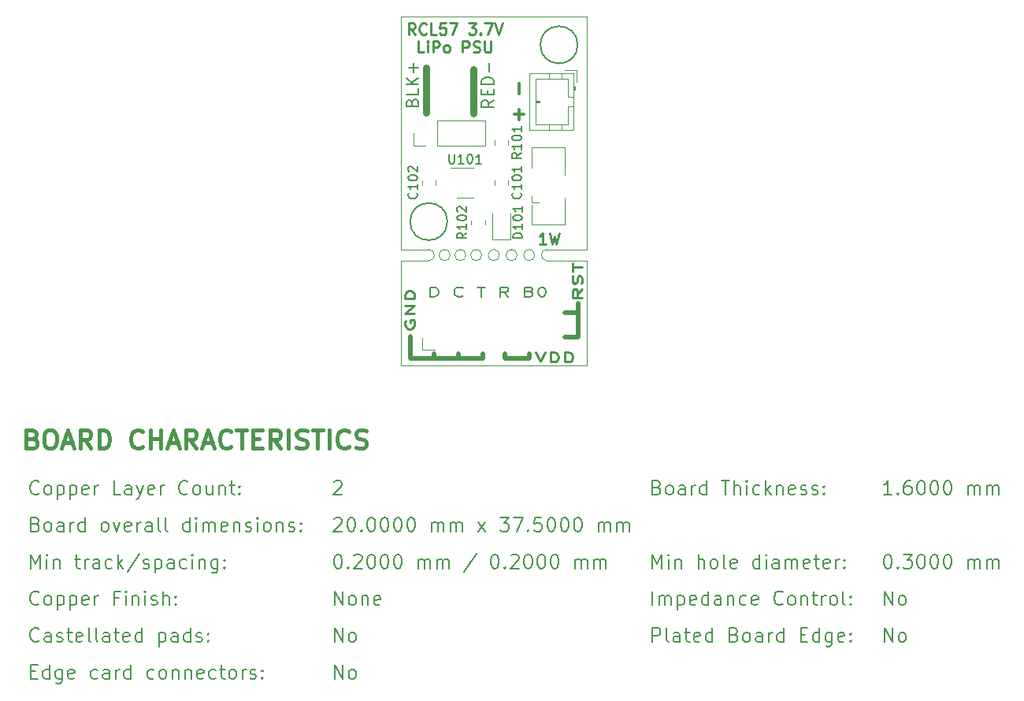
<source format=gbr>
%TF.GenerationSoftware,KiCad,Pcbnew,7.0.8*%
%TF.CreationDate,2024-02-28T15:08:07-05:00*%
%TF.ProjectId,rcl57_debug_psu,72636c35-375f-4646-9562-75675f707375,rev?*%
%TF.SameCoordinates,Original*%
%TF.FileFunction,Legend,Top*%
%TF.FilePolarity,Positive*%
%FSLAX46Y46*%
G04 Gerber Fmt 4.6, Leading zero omitted, Abs format (unit mm)*
G04 Created by KiCad (PCBNEW 7.0.8) date 2024-02-28 15:08:07*
%MOMM*%
%LPD*%
G01*
G04 APERTURE LIST*
%ADD10C,0.500000*%
%ADD11C,0.750000*%
%ADD12C,0.250000*%
%ADD13C,0.200000*%
%ADD14C,0.300000*%
%ADD15C,0.150000*%
%ADD16C,0.120000*%
%ADD17C,0.400000*%
%TA.AperFunction,Profile*%
%ADD18C,0.050000*%
%TD*%
G04 APERTURE END LIST*
D10*
X161200000Y-116200000D02*
X161200000Y-116700000D01*
X166200000Y-116200000D02*
X166200000Y-116700000D01*
D11*
X157700000Y-85500000D02*
X157700000Y-90300000D01*
D10*
X156000000Y-116700000D02*
X163800000Y-116700000D01*
X172600000Y-114400000D02*
X174100000Y-114400000D01*
X166200000Y-116700000D02*
X168800000Y-116700001D01*
X174100000Y-114400000D02*
X174100000Y-110800000D01*
X168800000Y-116200000D02*
X168800000Y-116700001D01*
X163800000Y-116200000D02*
X163800000Y-116700000D01*
D11*
X162800000Y-85600000D02*
X162800000Y-90400000D01*
D10*
X172600000Y-111800000D02*
X174100000Y-111800000D01*
X158600000Y-116200000D02*
X158600000Y-116700000D01*
X156000000Y-114300000D02*
X156000000Y-116700000D01*
D12*
X169512092Y-116064619D02*
X170028758Y-117064619D01*
X170028758Y-117064619D02*
X170545425Y-116064619D01*
X171062091Y-117064619D02*
X171062091Y-116064619D01*
X171062091Y-116064619D02*
X171431139Y-116064619D01*
X171431139Y-116064619D02*
X171652567Y-116112238D01*
X171652567Y-116112238D02*
X171800186Y-116207476D01*
X171800186Y-116207476D02*
X171873996Y-116302714D01*
X171873996Y-116302714D02*
X171947805Y-116493190D01*
X171947805Y-116493190D02*
X171947805Y-116636047D01*
X171947805Y-116636047D02*
X171873996Y-116826523D01*
X171873996Y-116826523D02*
X171800186Y-116921761D01*
X171800186Y-116921761D02*
X171652567Y-117017000D01*
X171652567Y-117017000D02*
X171431139Y-117064619D01*
X171431139Y-117064619D02*
X171062091Y-117064619D01*
X172612091Y-117064619D02*
X172612091Y-116064619D01*
X172612091Y-116064619D02*
X172981139Y-116064619D01*
X172981139Y-116064619D02*
X173202567Y-116112238D01*
X173202567Y-116112238D02*
X173350186Y-116207476D01*
X173350186Y-116207476D02*
X173423996Y-116302714D01*
X173423996Y-116302714D02*
X173497805Y-116493190D01*
X173497805Y-116493190D02*
X173497805Y-116636047D01*
X173497805Y-116636047D02*
X173423996Y-116826523D01*
X173423996Y-116826523D02*
X173350186Y-116921761D01*
X173350186Y-116921761D02*
X173202567Y-117017000D01*
X173202567Y-117017000D02*
X172981139Y-117064619D01*
X172981139Y-117064619D02*
X172612091Y-117064619D01*
D13*
X158186339Y-110067219D02*
X158186339Y-109067219D01*
X158186339Y-109067219D02*
X158541101Y-109067219D01*
X158541101Y-109067219D02*
X158753958Y-109114838D01*
X158753958Y-109114838D02*
X158895863Y-109210076D01*
X158895863Y-109210076D02*
X158966816Y-109305314D01*
X158966816Y-109305314D02*
X159037768Y-109495790D01*
X159037768Y-109495790D02*
X159037768Y-109638647D01*
X159037768Y-109638647D02*
X158966816Y-109829123D01*
X158966816Y-109829123D02*
X158895863Y-109924361D01*
X158895863Y-109924361D02*
X158753958Y-110019600D01*
X158753958Y-110019600D02*
X158541101Y-110067219D01*
X158541101Y-110067219D02*
X158186339Y-110067219D01*
X161663006Y-109971980D02*
X161592054Y-110019600D01*
X161592054Y-110019600D02*
X161379196Y-110067219D01*
X161379196Y-110067219D02*
X161237292Y-110067219D01*
X161237292Y-110067219D02*
X161024435Y-110019600D01*
X161024435Y-110019600D02*
X160882530Y-109924361D01*
X160882530Y-109924361D02*
X160811577Y-109829123D01*
X160811577Y-109829123D02*
X160740625Y-109638647D01*
X160740625Y-109638647D02*
X160740625Y-109495790D01*
X160740625Y-109495790D02*
X160811577Y-109305314D01*
X160811577Y-109305314D02*
X160882530Y-109210076D01*
X160882530Y-109210076D02*
X161024435Y-109114838D01*
X161024435Y-109114838D02*
X161237292Y-109067219D01*
X161237292Y-109067219D02*
X161379196Y-109067219D01*
X161379196Y-109067219D02*
X161592054Y-109114838D01*
X161592054Y-109114838D02*
X161663006Y-109162457D01*
X163223958Y-109067219D02*
X164075387Y-109067219D01*
X163649673Y-110067219D02*
X163649673Y-109067219D01*
X166558720Y-110067219D02*
X166062053Y-109591028D01*
X165707291Y-110067219D02*
X165707291Y-109067219D01*
X165707291Y-109067219D02*
X166274910Y-109067219D01*
X166274910Y-109067219D02*
X166416815Y-109114838D01*
X166416815Y-109114838D02*
X166487768Y-109162457D01*
X166487768Y-109162457D02*
X166558720Y-109257695D01*
X166558720Y-109257695D02*
X166558720Y-109400552D01*
X166558720Y-109400552D02*
X166487768Y-109495790D01*
X166487768Y-109495790D02*
X166416815Y-109543409D01*
X166416815Y-109543409D02*
X166274910Y-109591028D01*
X166274910Y-109591028D02*
X165707291Y-109591028D01*
X168829196Y-109543409D02*
X169042053Y-109591028D01*
X169042053Y-109591028D02*
X169113006Y-109638647D01*
X169113006Y-109638647D02*
X169183958Y-109733885D01*
X169183958Y-109733885D02*
X169183958Y-109876742D01*
X169183958Y-109876742D02*
X169113006Y-109971980D01*
X169113006Y-109971980D02*
X169042053Y-110019600D01*
X169042053Y-110019600D02*
X168900148Y-110067219D01*
X168900148Y-110067219D02*
X168332529Y-110067219D01*
X168332529Y-110067219D02*
X168332529Y-109067219D01*
X168332529Y-109067219D02*
X168829196Y-109067219D01*
X168829196Y-109067219D02*
X168971101Y-109114838D01*
X168971101Y-109114838D02*
X169042053Y-109162457D01*
X169042053Y-109162457D02*
X169113006Y-109257695D01*
X169113006Y-109257695D02*
X169113006Y-109352933D01*
X169113006Y-109352933D02*
X169042053Y-109448171D01*
X169042053Y-109448171D02*
X168971101Y-109495790D01*
X168971101Y-109495790D02*
X168829196Y-109543409D01*
X168829196Y-109543409D02*
X168332529Y-109543409D01*
X170106339Y-109067219D02*
X170248244Y-109067219D01*
X170248244Y-109067219D02*
X170390148Y-109114838D01*
X170390148Y-109114838D02*
X170461101Y-109162457D01*
X170461101Y-109162457D02*
X170532053Y-109257695D01*
X170532053Y-109257695D02*
X170603006Y-109448171D01*
X170603006Y-109448171D02*
X170603006Y-109686266D01*
X170603006Y-109686266D02*
X170532053Y-109876742D01*
X170532053Y-109876742D02*
X170461101Y-109971980D01*
X170461101Y-109971980D02*
X170390148Y-110019600D01*
X170390148Y-110019600D02*
X170248244Y-110067219D01*
X170248244Y-110067219D02*
X170106339Y-110067219D01*
X170106339Y-110067219D02*
X169964434Y-110019600D01*
X169964434Y-110019600D02*
X169893482Y-109971980D01*
X169893482Y-109971980D02*
X169822529Y-109876742D01*
X169822529Y-109876742D02*
X169751577Y-109686266D01*
X169751577Y-109686266D02*
X169751577Y-109448171D01*
X169751577Y-109448171D02*
X169822529Y-109257695D01*
X169822529Y-109257695D02*
X169893482Y-109162457D01*
X169893482Y-109162457D02*
X169964434Y-109114838D01*
X169964434Y-109114838D02*
X170106339Y-109067219D01*
D12*
X156542857Y-81876142D02*
X156142857Y-81304714D01*
X155857143Y-81876142D02*
X155857143Y-80676142D01*
X155857143Y-80676142D02*
X156314286Y-80676142D01*
X156314286Y-80676142D02*
X156428571Y-80733285D01*
X156428571Y-80733285D02*
X156485714Y-80790428D01*
X156485714Y-80790428D02*
X156542857Y-80904714D01*
X156542857Y-80904714D02*
X156542857Y-81076142D01*
X156542857Y-81076142D02*
X156485714Y-81190428D01*
X156485714Y-81190428D02*
X156428571Y-81247571D01*
X156428571Y-81247571D02*
X156314286Y-81304714D01*
X156314286Y-81304714D02*
X155857143Y-81304714D01*
X157742857Y-81761857D02*
X157685714Y-81819000D01*
X157685714Y-81819000D02*
X157514286Y-81876142D01*
X157514286Y-81876142D02*
X157400000Y-81876142D01*
X157400000Y-81876142D02*
X157228571Y-81819000D01*
X157228571Y-81819000D02*
X157114286Y-81704714D01*
X157114286Y-81704714D02*
X157057143Y-81590428D01*
X157057143Y-81590428D02*
X157000000Y-81361857D01*
X157000000Y-81361857D02*
X157000000Y-81190428D01*
X157000000Y-81190428D02*
X157057143Y-80961857D01*
X157057143Y-80961857D02*
X157114286Y-80847571D01*
X157114286Y-80847571D02*
X157228571Y-80733285D01*
X157228571Y-80733285D02*
X157400000Y-80676142D01*
X157400000Y-80676142D02*
X157514286Y-80676142D01*
X157514286Y-80676142D02*
X157685714Y-80733285D01*
X157685714Y-80733285D02*
X157742857Y-80790428D01*
X158828571Y-81876142D02*
X158257143Y-81876142D01*
X158257143Y-81876142D02*
X158257143Y-80676142D01*
X159800000Y-80676142D02*
X159228572Y-80676142D01*
X159228572Y-80676142D02*
X159171429Y-81247571D01*
X159171429Y-81247571D02*
X159228572Y-81190428D01*
X159228572Y-81190428D02*
X159342858Y-81133285D01*
X159342858Y-81133285D02*
X159628572Y-81133285D01*
X159628572Y-81133285D02*
X159742858Y-81190428D01*
X159742858Y-81190428D02*
X159800000Y-81247571D01*
X159800000Y-81247571D02*
X159857143Y-81361857D01*
X159857143Y-81361857D02*
X159857143Y-81647571D01*
X159857143Y-81647571D02*
X159800000Y-81761857D01*
X159800000Y-81761857D02*
X159742858Y-81819000D01*
X159742858Y-81819000D02*
X159628572Y-81876142D01*
X159628572Y-81876142D02*
X159342858Y-81876142D01*
X159342858Y-81876142D02*
X159228572Y-81819000D01*
X159228572Y-81819000D02*
X159171429Y-81761857D01*
X160257143Y-80676142D02*
X161057143Y-80676142D01*
X161057143Y-80676142D02*
X160542857Y-81876142D01*
X162314286Y-80676142D02*
X163057143Y-80676142D01*
X163057143Y-80676142D02*
X162657143Y-81133285D01*
X162657143Y-81133285D02*
X162828572Y-81133285D01*
X162828572Y-81133285D02*
X162942858Y-81190428D01*
X162942858Y-81190428D02*
X163000000Y-81247571D01*
X163000000Y-81247571D02*
X163057143Y-81361857D01*
X163057143Y-81361857D02*
X163057143Y-81647571D01*
X163057143Y-81647571D02*
X163000000Y-81761857D01*
X163000000Y-81761857D02*
X162942858Y-81819000D01*
X162942858Y-81819000D02*
X162828572Y-81876142D01*
X162828572Y-81876142D02*
X162485715Y-81876142D01*
X162485715Y-81876142D02*
X162371429Y-81819000D01*
X162371429Y-81819000D02*
X162314286Y-81761857D01*
X163571429Y-81761857D02*
X163628572Y-81819000D01*
X163628572Y-81819000D02*
X163571429Y-81876142D01*
X163571429Y-81876142D02*
X163514286Y-81819000D01*
X163514286Y-81819000D02*
X163571429Y-81761857D01*
X163571429Y-81761857D02*
X163571429Y-81876142D01*
X164028572Y-80676142D02*
X164828572Y-80676142D01*
X164828572Y-80676142D02*
X164314286Y-81876142D01*
X165114286Y-80676142D02*
X165514286Y-81876142D01*
X165514286Y-81876142D02*
X165914286Y-80676142D01*
X157485713Y-83808142D02*
X156914285Y-83808142D01*
X156914285Y-83808142D02*
X156914285Y-82608142D01*
X157885714Y-83808142D02*
X157885714Y-83008142D01*
X157885714Y-82608142D02*
X157828571Y-82665285D01*
X157828571Y-82665285D02*
X157885714Y-82722428D01*
X157885714Y-82722428D02*
X157942857Y-82665285D01*
X157942857Y-82665285D02*
X157885714Y-82608142D01*
X157885714Y-82608142D02*
X157885714Y-82722428D01*
X158457143Y-83808142D02*
X158457143Y-82608142D01*
X158457143Y-82608142D02*
X158914286Y-82608142D01*
X158914286Y-82608142D02*
X159028571Y-82665285D01*
X159028571Y-82665285D02*
X159085714Y-82722428D01*
X159085714Y-82722428D02*
X159142857Y-82836714D01*
X159142857Y-82836714D02*
X159142857Y-83008142D01*
X159142857Y-83008142D02*
X159085714Y-83122428D01*
X159085714Y-83122428D02*
X159028571Y-83179571D01*
X159028571Y-83179571D02*
X158914286Y-83236714D01*
X158914286Y-83236714D02*
X158457143Y-83236714D01*
X159828571Y-83808142D02*
X159714286Y-83751000D01*
X159714286Y-83751000D02*
X159657143Y-83693857D01*
X159657143Y-83693857D02*
X159600000Y-83579571D01*
X159600000Y-83579571D02*
X159600000Y-83236714D01*
X159600000Y-83236714D02*
X159657143Y-83122428D01*
X159657143Y-83122428D02*
X159714286Y-83065285D01*
X159714286Y-83065285D02*
X159828571Y-83008142D01*
X159828571Y-83008142D02*
X160000000Y-83008142D01*
X160000000Y-83008142D02*
X160114286Y-83065285D01*
X160114286Y-83065285D02*
X160171429Y-83122428D01*
X160171429Y-83122428D02*
X160228571Y-83236714D01*
X160228571Y-83236714D02*
X160228571Y-83579571D01*
X160228571Y-83579571D02*
X160171429Y-83693857D01*
X160171429Y-83693857D02*
X160114286Y-83751000D01*
X160114286Y-83751000D02*
X160000000Y-83808142D01*
X160000000Y-83808142D02*
X159828571Y-83808142D01*
X161657143Y-83808142D02*
X161657143Y-82608142D01*
X161657143Y-82608142D02*
X162114286Y-82608142D01*
X162114286Y-82608142D02*
X162228571Y-82665285D01*
X162228571Y-82665285D02*
X162285714Y-82722428D01*
X162285714Y-82722428D02*
X162342857Y-82836714D01*
X162342857Y-82836714D02*
X162342857Y-83008142D01*
X162342857Y-83008142D02*
X162285714Y-83122428D01*
X162285714Y-83122428D02*
X162228571Y-83179571D01*
X162228571Y-83179571D02*
X162114286Y-83236714D01*
X162114286Y-83236714D02*
X161657143Y-83236714D01*
X162800000Y-83751000D02*
X162971429Y-83808142D01*
X162971429Y-83808142D02*
X163257143Y-83808142D01*
X163257143Y-83808142D02*
X163371429Y-83751000D01*
X163371429Y-83751000D02*
X163428571Y-83693857D01*
X163428571Y-83693857D02*
X163485714Y-83579571D01*
X163485714Y-83579571D02*
X163485714Y-83465285D01*
X163485714Y-83465285D02*
X163428571Y-83351000D01*
X163428571Y-83351000D02*
X163371429Y-83293857D01*
X163371429Y-83293857D02*
X163257143Y-83236714D01*
X163257143Y-83236714D02*
X163028571Y-83179571D01*
X163028571Y-83179571D02*
X162914286Y-83122428D01*
X162914286Y-83122428D02*
X162857143Y-83065285D01*
X162857143Y-83065285D02*
X162800000Y-82951000D01*
X162800000Y-82951000D02*
X162800000Y-82836714D01*
X162800000Y-82836714D02*
X162857143Y-82722428D01*
X162857143Y-82722428D02*
X162914286Y-82665285D01*
X162914286Y-82665285D02*
X163028571Y-82608142D01*
X163028571Y-82608142D02*
X163314286Y-82608142D01*
X163314286Y-82608142D02*
X163485714Y-82665285D01*
X164000000Y-82608142D02*
X164000000Y-83579571D01*
X164000000Y-83579571D02*
X164057143Y-83693857D01*
X164057143Y-83693857D02*
X164114286Y-83751000D01*
X164114286Y-83751000D02*
X164228571Y-83808142D01*
X164228571Y-83808142D02*
X164457143Y-83808142D01*
X164457143Y-83808142D02*
X164571428Y-83751000D01*
X164571428Y-83751000D02*
X164628571Y-83693857D01*
X164628571Y-83693857D02*
X164685714Y-83579571D01*
X164685714Y-83579571D02*
X164685714Y-82608142D01*
X170578758Y-104440142D02*
X169893044Y-104440142D01*
X170235901Y-104440142D02*
X170235901Y-103240142D01*
X170235901Y-103240142D02*
X170121615Y-103411571D01*
X170121615Y-103411571D02*
X170007330Y-103525857D01*
X170007330Y-103525857D02*
X169893044Y-103583000D01*
X170978758Y-103240142D02*
X171264472Y-104440142D01*
X171264472Y-104440142D02*
X171493044Y-103583000D01*
X171493044Y-103583000D02*
X171721615Y-104440142D01*
X171721615Y-104440142D02*
X172007330Y-103240142D01*
X174464619Y-109280765D02*
X173988428Y-109797431D01*
X174464619Y-110166479D02*
X173464619Y-110166479D01*
X173464619Y-110166479D02*
X173464619Y-109576003D01*
X173464619Y-109576003D02*
X173512238Y-109428384D01*
X173512238Y-109428384D02*
X173559857Y-109354574D01*
X173559857Y-109354574D02*
X173655095Y-109280765D01*
X173655095Y-109280765D02*
X173797952Y-109280765D01*
X173797952Y-109280765D02*
X173893190Y-109354574D01*
X173893190Y-109354574D02*
X173940809Y-109428384D01*
X173940809Y-109428384D02*
X173988428Y-109576003D01*
X173988428Y-109576003D02*
X173988428Y-110166479D01*
X174417000Y-108690288D02*
X174464619Y-108468860D01*
X174464619Y-108468860D02*
X174464619Y-108099812D01*
X174464619Y-108099812D02*
X174417000Y-107952193D01*
X174417000Y-107952193D02*
X174369380Y-107878384D01*
X174369380Y-107878384D02*
X174274142Y-107804574D01*
X174274142Y-107804574D02*
X174178904Y-107804574D01*
X174178904Y-107804574D02*
X174083666Y-107878384D01*
X174083666Y-107878384D02*
X174036047Y-107952193D01*
X174036047Y-107952193D02*
X173988428Y-108099812D01*
X173988428Y-108099812D02*
X173940809Y-108395050D01*
X173940809Y-108395050D02*
X173893190Y-108542669D01*
X173893190Y-108542669D02*
X173845571Y-108616479D01*
X173845571Y-108616479D02*
X173750333Y-108690288D01*
X173750333Y-108690288D02*
X173655095Y-108690288D01*
X173655095Y-108690288D02*
X173559857Y-108616479D01*
X173559857Y-108616479D02*
X173512238Y-108542669D01*
X173512238Y-108542669D02*
X173464619Y-108395050D01*
X173464619Y-108395050D02*
X173464619Y-108026003D01*
X173464619Y-108026003D02*
X173512238Y-107804574D01*
X173464619Y-107361717D02*
X173464619Y-106476003D01*
X174464619Y-106918860D02*
X173464619Y-106918860D01*
D13*
X156210052Y-89188094D02*
X156271957Y-89002380D01*
X156271957Y-89002380D02*
X156333861Y-88940475D01*
X156333861Y-88940475D02*
X156457671Y-88878571D01*
X156457671Y-88878571D02*
X156643385Y-88878571D01*
X156643385Y-88878571D02*
X156767195Y-88940475D01*
X156767195Y-88940475D02*
X156829100Y-89002380D01*
X156829100Y-89002380D02*
X156891004Y-89126190D01*
X156891004Y-89126190D02*
X156891004Y-89621428D01*
X156891004Y-89621428D02*
X155591004Y-89621428D01*
X155591004Y-89621428D02*
X155591004Y-89188094D01*
X155591004Y-89188094D02*
X155652909Y-89064285D01*
X155652909Y-89064285D02*
X155714814Y-89002380D01*
X155714814Y-89002380D02*
X155838623Y-88940475D01*
X155838623Y-88940475D02*
X155962433Y-88940475D01*
X155962433Y-88940475D02*
X156086242Y-89002380D01*
X156086242Y-89002380D02*
X156148147Y-89064285D01*
X156148147Y-89064285D02*
X156210052Y-89188094D01*
X156210052Y-89188094D02*
X156210052Y-89621428D01*
X156891004Y-87702380D02*
X156891004Y-88321428D01*
X156891004Y-88321428D02*
X155591004Y-88321428D01*
X156891004Y-87269047D02*
X155591004Y-87269047D01*
X156891004Y-86526190D02*
X156148147Y-87083332D01*
X155591004Y-86526190D02*
X156333861Y-87269047D01*
X156395766Y-85969047D02*
X156395766Y-84978571D01*
X156891004Y-85473809D02*
X155900528Y-85473809D01*
D12*
X155512238Y-112654574D02*
X155464619Y-112802193D01*
X155464619Y-112802193D02*
X155464619Y-113023622D01*
X155464619Y-113023622D02*
X155512238Y-113245050D01*
X155512238Y-113245050D02*
X155607476Y-113392669D01*
X155607476Y-113392669D02*
X155702714Y-113466479D01*
X155702714Y-113466479D02*
X155893190Y-113540288D01*
X155893190Y-113540288D02*
X156036047Y-113540288D01*
X156036047Y-113540288D02*
X156226523Y-113466479D01*
X156226523Y-113466479D02*
X156321761Y-113392669D01*
X156321761Y-113392669D02*
X156417000Y-113245050D01*
X156417000Y-113245050D02*
X156464619Y-113023622D01*
X156464619Y-113023622D02*
X156464619Y-112876003D01*
X156464619Y-112876003D02*
X156417000Y-112654574D01*
X156417000Y-112654574D02*
X156369380Y-112580765D01*
X156369380Y-112580765D02*
X156036047Y-112580765D01*
X156036047Y-112580765D02*
X156036047Y-112876003D01*
X156464619Y-111916479D02*
X155464619Y-111916479D01*
X155464619Y-111916479D02*
X156464619Y-111030765D01*
X156464619Y-111030765D02*
X155464619Y-111030765D01*
X156464619Y-110292669D02*
X155464619Y-110292669D01*
X155464619Y-110292669D02*
X155464619Y-109923621D01*
X155464619Y-109923621D02*
X155512238Y-109702193D01*
X155512238Y-109702193D02*
X155607476Y-109554574D01*
X155607476Y-109554574D02*
X155702714Y-109480764D01*
X155702714Y-109480764D02*
X155893190Y-109406955D01*
X155893190Y-109406955D02*
X156036047Y-109406955D01*
X156036047Y-109406955D02*
X156226523Y-109480764D01*
X156226523Y-109480764D02*
X156321761Y-109554574D01*
X156321761Y-109554574D02*
X156417000Y-109702193D01*
X156417000Y-109702193D02*
X156464619Y-109923621D01*
X156464619Y-109923621D02*
X156464619Y-110292669D01*
D13*
X164991004Y-88940476D02*
X164371957Y-89373809D01*
X164991004Y-89683333D02*
X163691004Y-89683333D01*
X163691004Y-89683333D02*
X163691004Y-89188095D01*
X163691004Y-89188095D02*
X163752909Y-89064285D01*
X163752909Y-89064285D02*
X163814814Y-89002380D01*
X163814814Y-89002380D02*
X163938623Y-88940476D01*
X163938623Y-88940476D02*
X164124338Y-88940476D01*
X164124338Y-88940476D02*
X164248147Y-89002380D01*
X164248147Y-89002380D02*
X164310052Y-89064285D01*
X164310052Y-89064285D02*
X164371957Y-89188095D01*
X164371957Y-89188095D02*
X164371957Y-89683333D01*
X164310052Y-88383333D02*
X164310052Y-87949999D01*
X164991004Y-87764285D02*
X164991004Y-88383333D01*
X164991004Y-88383333D02*
X163691004Y-88383333D01*
X163691004Y-88383333D02*
X163691004Y-87764285D01*
X164991004Y-87207143D02*
X163691004Y-87207143D01*
X163691004Y-87207143D02*
X163691004Y-86897619D01*
X163691004Y-86897619D02*
X163752909Y-86711905D01*
X163752909Y-86711905D02*
X163876719Y-86588095D01*
X163876719Y-86588095D02*
X164000528Y-86526190D01*
X164000528Y-86526190D02*
X164248147Y-86464286D01*
X164248147Y-86464286D02*
X164433861Y-86464286D01*
X164433861Y-86464286D02*
X164681480Y-86526190D01*
X164681480Y-86526190D02*
X164805290Y-86588095D01*
X164805290Y-86588095D02*
X164929100Y-86711905D01*
X164929100Y-86711905D02*
X164991004Y-86897619D01*
X164991004Y-86897619D02*
X164991004Y-87207143D01*
X164495766Y-85907143D02*
X164495766Y-84916667D01*
D14*
X167698733Y-91033332D02*
X167698733Y-89966666D01*
X168232066Y-90499999D02*
X167165400Y-90499999D01*
X167698733Y-88233332D02*
X167698733Y-87166666D01*
D15*
X162054819Y-103219047D02*
X161578628Y-103552380D01*
X162054819Y-103790475D02*
X161054819Y-103790475D01*
X161054819Y-103790475D02*
X161054819Y-103409523D01*
X161054819Y-103409523D02*
X161102438Y-103314285D01*
X161102438Y-103314285D02*
X161150057Y-103266666D01*
X161150057Y-103266666D02*
X161245295Y-103219047D01*
X161245295Y-103219047D02*
X161388152Y-103219047D01*
X161388152Y-103219047D02*
X161483390Y-103266666D01*
X161483390Y-103266666D02*
X161531009Y-103314285D01*
X161531009Y-103314285D02*
X161578628Y-103409523D01*
X161578628Y-103409523D02*
X161578628Y-103790475D01*
X162054819Y-102266666D02*
X162054819Y-102838094D01*
X162054819Y-102552380D02*
X161054819Y-102552380D01*
X161054819Y-102552380D02*
X161197676Y-102647618D01*
X161197676Y-102647618D02*
X161292914Y-102742856D01*
X161292914Y-102742856D02*
X161340533Y-102838094D01*
X161054819Y-101647618D02*
X161054819Y-101552380D01*
X161054819Y-101552380D02*
X161102438Y-101457142D01*
X161102438Y-101457142D02*
X161150057Y-101409523D01*
X161150057Y-101409523D02*
X161245295Y-101361904D01*
X161245295Y-101361904D02*
X161435771Y-101314285D01*
X161435771Y-101314285D02*
X161673866Y-101314285D01*
X161673866Y-101314285D02*
X161864342Y-101361904D01*
X161864342Y-101361904D02*
X161959580Y-101409523D01*
X161959580Y-101409523D02*
X162007200Y-101457142D01*
X162007200Y-101457142D02*
X162054819Y-101552380D01*
X162054819Y-101552380D02*
X162054819Y-101647618D01*
X162054819Y-101647618D02*
X162007200Y-101742856D01*
X162007200Y-101742856D02*
X161959580Y-101790475D01*
X161959580Y-101790475D02*
X161864342Y-101838094D01*
X161864342Y-101838094D02*
X161673866Y-101885713D01*
X161673866Y-101885713D02*
X161435771Y-101885713D01*
X161435771Y-101885713D02*
X161245295Y-101838094D01*
X161245295Y-101838094D02*
X161150057Y-101790475D01*
X161150057Y-101790475D02*
X161102438Y-101742856D01*
X161102438Y-101742856D02*
X161054819Y-101647618D01*
X161150057Y-100933332D02*
X161102438Y-100885713D01*
X161102438Y-100885713D02*
X161054819Y-100790475D01*
X161054819Y-100790475D02*
X161054819Y-100552380D01*
X161054819Y-100552380D02*
X161102438Y-100457142D01*
X161102438Y-100457142D02*
X161150057Y-100409523D01*
X161150057Y-100409523D02*
X161245295Y-100361904D01*
X161245295Y-100361904D02*
X161340533Y-100361904D01*
X161340533Y-100361904D02*
X161483390Y-100409523D01*
X161483390Y-100409523D02*
X162054819Y-100980951D01*
X162054819Y-100980951D02*
X162054819Y-100361904D01*
X167954819Y-94619047D02*
X167478628Y-94952380D01*
X167954819Y-95190475D02*
X166954819Y-95190475D01*
X166954819Y-95190475D02*
X166954819Y-94809523D01*
X166954819Y-94809523D02*
X167002438Y-94714285D01*
X167002438Y-94714285D02*
X167050057Y-94666666D01*
X167050057Y-94666666D02*
X167145295Y-94619047D01*
X167145295Y-94619047D02*
X167288152Y-94619047D01*
X167288152Y-94619047D02*
X167383390Y-94666666D01*
X167383390Y-94666666D02*
X167431009Y-94714285D01*
X167431009Y-94714285D02*
X167478628Y-94809523D01*
X167478628Y-94809523D02*
X167478628Y-95190475D01*
X167954819Y-93666666D02*
X167954819Y-94238094D01*
X167954819Y-93952380D02*
X166954819Y-93952380D01*
X166954819Y-93952380D02*
X167097676Y-94047618D01*
X167097676Y-94047618D02*
X167192914Y-94142856D01*
X167192914Y-94142856D02*
X167240533Y-94238094D01*
X166954819Y-93047618D02*
X166954819Y-92952380D01*
X166954819Y-92952380D02*
X167002438Y-92857142D01*
X167002438Y-92857142D02*
X167050057Y-92809523D01*
X167050057Y-92809523D02*
X167145295Y-92761904D01*
X167145295Y-92761904D02*
X167335771Y-92714285D01*
X167335771Y-92714285D02*
X167573866Y-92714285D01*
X167573866Y-92714285D02*
X167764342Y-92761904D01*
X167764342Y-92761904D02*
X167859580Y-92809523D01*
X167859580Y-92809523D02*
X167907200Y-92857142D01*
X167907200Y-92857142D02*
X167954819Y-92952380D01*
X167954819Y-92952380D02*
X167954819Y-93047618D01*
X167954819Y-93047618D02*
X167907200Y-93142856D01*
X167907200Y-93142856D02*
X167859580Y-93190475D01*
X167859580Y-93190475D02*
X167764342Y-93238094D01*
X167764342Y-93238094D02*
X167573866Y-93285713D01*
X167573866Y-93285713D02*
X167335771Y-93285713D01*
X167335771Y-93285713D02*
X167145295Y-93238094D01*
X167145295Y-93238094D02*
X167050057Y-93190475D01*
X167050057Y-93190475D02*
X167002438Y-93142856D01*
X167002438Y-93142856D02*
X166954819Y-93047618D01*
X167954819Y-91761904D02*
X167954819Y-92333332D01*
X167954819Y-92047618D02*
X166954819Y-92047618D01*
X166954819Y-92047618D02*
X167097676Y-92142856D01*
X167097676Y-92142856D02*
X167192914Y-92238094D01*
X167192914Y-92238094D02*
X167240533Y-92333332D01*
X167859580Y-98919047D02*
X167907200Y-98966666D01*
X167907200Y-98966666D02*
X167954819Y-99109523D01*
X167954819Y-99109523D02*
X167954819Y-99204761D01*
X167954819Y-99204761D02*
X167907200Y-99347618D01*
X167907200Y-99347618D02*
X167811961Y-99442856D01*
X167811961Y-99442856D02*
X167716723Y-99490475D01*
X167716723Y-99490475D02*
X167526247Y-99538094D01*
X167526247Y-99538094D02*
X167383390Y-99538094D01*
X167383390Y-99538094D02*
X167192914Y-99490475D01*
X167192914Y-99490475D02*
X167097676Y-99442856D01*
X167097676Y-99442856D02*
X167002438Y-99347618D01*
X167002438Y-99347618D02*
X166954819Y-99204761D01*
X166954819Y-99204761D02*
X166954819Y-99109523D01*
X166954819Y-99109523D02*
X167002438Y-98966666D01*
X167002438Y-98966666D02*
X167050057Y-98919047D01*
X167954819Y-97966666D02*
X167954819Y-98538094D01*
X167954819Y-98252380D02*
X166954819Y-98252380D01*
X166954819Y-98252380D02*
X167097676Y-98347618D01*
X167097676Y-98347618D02*
X167192914Y-98442856D01*
X167192914Y-98442856D02*
X167240533Y-98538094D01*
X166954819Y-97347618D02*
X166954819Y-97252380D01*
X166954819Y-97252380D02*
X167002438Y-97157142D01*
X167002438Y-97157142D02*
X167050057Y-97109523D01*
X167050057Y-97109523D02*
X167145295Y-97061904D01*
X167145295Y-97061904D02*
X167335771Y-97014285D01*
X167335771Y-97014285D02*
X167573866Y-97014285D01*
X167573866Y-97014285D02*
X167764342Y-97061904D01*
X167764342Y-97061904D02*
X167859580Y-97109523D01*
X167859580Y-97109523D02*
X167907200Y-97157142D01*
X167907200Y-97157142D02*
X167954819Y-97252380D01*
X167954819Y-97252380D02*
X167954819Y-97347618D01*
X167954819Y-97347618D02*
X167907200Y-97442856D01*
X167907200Y-97442856D02*
X167859580Y-97490475D01*
X167859580Y-97490475D02*
X167764342Y-97538094D01*
X167764342Y-97538094D02*
X167573866Y-97585713D01*
X167573866Y-97585713D02*
X167335771Y-97585713D01*
X167335771Y-97585713D02*
X167145295Y-97538094D01*
X167145295Y-97538094D02*
X167050057Y-97490475D01*
X167050057Y-97490475D02*
X167002438Y-97442856D01*
X167002438Y-97442856D02*
X166954819Y-97347618D01*
X167954819Y-96061904D02*
X167954819Y-96633332D01*
X167954819Y-96347618D02*
X166954819Y-96347618D01*
X166954819Y-96347618D02*
X167097676Y-96442856D01*
X167097676Y-96442856D02*
X167192914Y-96538094D01*
X167192914Y-96538094D02*
X167240533Y-96633332D01*
X160185714Y-94754819D02*
X160185714Y-95564342D01*
X160185714Y-95564342D02*
X160233333Y-95659580D01*
X160233333Y-95659580D02*
X160280952Y-95707200D01*
X160280952Y-95707200D02*
X160376190Y-95754819D01*
X160376190Y-95754819D02*
X160566666Y-95754819D01*
X160566666Y-95754819D02*
X160661904Y-95707200D01*
X160661904Y-95707200D02*
X160709523Y-95659580D01*
X160709523Y-95659580D02*
X160757142Y-95564342D01*
X160757142Y-95564342D02*
X160757142Y-94754819D01*
X161757142Y-95754819D02*
X161185714Y-95754819D01*
X161471428Y-95754819D02*
X161471428Y-94754819D01*
X161471428Y-94754819D02*
X161376190Y-94897676D01*
X161376190Y-94897676D02*
X161280952Y-94992914D01*
X161280952Y-94992914D02*
X161185714Y-95040533D01*
X162376190Y-94754819D02*
X162471428Y-94754819D01*
X162471428Y-94754819D02*
X162566666Y-94802438D01*
X162566666Y-94802438D02*
X162614285Y-94850057D01*
X162614285Y-94850057D02*
X162661904Y-94945295D01*
X162661904Y-94945295D02*
X162709523Y-95135771D01*
X162709523Y-95135771D02*
X162709523Y-95373866D01*
X162709523Y-95373866D02*
X162661904Y-95564342D01*
X162661904Y-95564342D02*
X162614285Y-95659580D01*
X162614285Y-95659580D02*
X162566666Y-95707200D01*
X162566666Y-95707200D02*
X162471428Y-95754819D01*
X162471428Y-95754819D02*
X162376190Y-95754819D01*
X162376190Y-95754819D02*
X162280952Y-95707200D01*
X162280952Y-95707200D02*
X162233333Y-95659580D01*
X162233333Y-95659580D02*
X162185714Y-95564342D01*
X162185714Y-95564342D02*
X162138095Y-95373866D01*
X162138095Y-95373866D02*
X162138095Y-95135771D01*
X162138095Y-95135771D02*
X162185714Y-94945295D01*
X162185714Y-94945295D02*
X162233333Y-94850057D01*
X162233333Y-94850057D02*
X162280952Y-94802438D01*
X162280952Y-94802438D02*
X162376190Y-94754819D01*
X163661904Y-95754819D02*
X163090476Y-95754819D01*
X163376190Y-95754819D02*
X163376190Y-94754819D01*
X163376190Y-94754819D02*
X163280952Y-94897676D01*
X163280952Y-94897676D02*
X163185714Y-94992914D01*
X163185714Y-94992914D02*
X163090476Y-95040533D01*
X168054819Y-103790475D02*
X167054819Y-103790475D01*
X167054819Y-103790475D02*
X167054819Y-103552380D01*
X167054819Y-103552380D02*
X167102438Y-103409523D01*
X167102438Y-103409523D02*
X167197676Y-103314285D01*
X167197676Y-103314285D02*
X167292914Y-103266666D01*
X167292914Y-103266666D02*
X167483390Y-103219047D01*
X167483390Y-103219047D02*
X167626247Y-103219047D01*
X167626247Y-103219047D02*
X167816723Y-103266666D01*
X167816723Y-103266666D02*
X167911961Y-103314285D01*
X167911961Y-103314285D02*
X168007200Y-103409523D01*
X168007200Y-103409523D02*
X168054819Y-103552380D01*
X168054819Y-103552380D02*
X168054819Y-103790475D01*
X168054819Y-102266666D02*
X168054819Y-102838094D01*
X168054819Y-102552380D02*
X167054819Y-102552380D01*
X167054819Y-102552380D02*
X167197676Y-102647618D01*
X167197676Y-102647618D02*
X167292914Y-102742856D01*
X167292914Y-102742856D02*
X167340533Y-102838094D01*
X167054819Y-101647618D02*
X167054819Y-101552380D01*
X167054819Y-101552380D02*
X167102438Y-101457142D01*
X167102438Y-101457142D02*
X167150057Y-101409523D01*
X167150057Y-101409523D02*
X167245295Y-101361904D01*
X167245295Y-101361904D02*
X167435771Y-101314285D01*
X167435771Y-101314285D02*
X167673866Y-101314285D01*
X167673866Y-101314285D02*
X167864342Y-101361904D01*
X167864342Y-101361904D02*
X167959580Y-101409523D01*
X167959580Y-101409523D02*
X168007200Y-101457142D01*
X168007200Y-101457142D02*
X168054819Y-101552380D01*
X168054819Y-101552380D02*
X168054819Y-101647618D01*
X168054819Y-101647618D02*
X168007200Y-101742856D01*
X168007200Y-101742856D02*
X167959580Y-101790475D01*
X167959580Y-101790475D02*
X167864342Y-101838094D01*
X167864342Y-101838094D02*
X167673866Y-101885713D01*
X167673866Y-101885713D02*
X167435771Y-101885713D01*
X167435771Y-101885713D02*
X167245295Y-101838094D01*
X167245295Y-101838094D02*
X167150057Y-101790475D01*
X167150057Y-101790475D02*
X167102438Y-101742856D01*
X167102438Y-101742856D02*
X167054819Y-101647618D01*
X168054819Y-100361904D02*
X168054819Y-100933332D01*
X168054819Y-100647618D02*
X167054819Y-100647618D01*
X167054819Y-100647618D02*
X167197676Y-100742856D01*
X167197676Y-100742856D02*
X167292914Y-100838094D01*
X167292914Y-100838094D02*
X167340533Y-100933332D01*
X156679580Y-98919047D02*
X156727200Y-98966666D01*
X156727200Y-98966666D02*
X156774819Y-99109523D01*
X156774819Y-99109523D02*
X156774819Y-99204761D01*
X156774819Y-99204761D02*
X156727200Y-99347618D01*
X156727200Y-99347618D02*
X156631961Y-99442856D01*
X156631961Y-99442856D02*
X156536723Y-99490475D01*
X156536723Y-99490475D02*
X156346247Y-99538094D01*
X156346247Y-99538094D02*
X156203390Y-99538094D01*
X156203390Y-99538094D02*
X156012914Y-99490475D01*
X156012914Y-99490475D02*
X155917676Y-99442856D01*
X155917676Y-99442856D02*
X155822438Y-99347618D01*
X155822438Y-99347618D02*
X155774819Y-99204761D01*
X155774819Y-99204761D02*
X155774819Y-99109523D01*
X155774819Y-99109523D02*
X155822438Y-98966666D01*
X155822438Y-98966666D02*
X155870057Y-98919047D01*
X156774819Y-97966666D02*
X156774819Y-98538094D01*
X156774819Y-98252380D02*
X155774819Y-98252380D01*
X155774819Y-98252380D02*
X155917676Y-98347618D01*
X155917676Y-98347618D02*
X156012914Y-98442856D01*
X156012914Y-98442856D02*
X156060533Y-98538094D01*
X155774819Y-97347618D02*
X155774819Y-97252380D01*
X155774819Y-97252380D02*
X155822438Y-97157142D01*
X155822438Y-97157142D02*
X155870057Y-97109523D01*
X155870057Y-97109523D02*
X155965295Y-97061904D01*
X155965295Y-97061904D02*
X156155771Y-97014285D01*
X156155771Y-97014285D02*
X156393866Y-97014285D01*
X156393866Y-97014285D02*
X156584342Y-97061904D01*
X156584342Y-97061904D02*
X156679580Y-97109523D01*
X156679580Y-97109523D02*
X156727200Y-97157142D01*
X156727200Y-97157142D02*
X156774819Y-97252380D01*
X156774819Y-97252380D02*
X156774819Y-97347618D01*
X156774819Y-97347618D02*
X156727200Y-97442856D01*
X156727200Y-97442856D02*
X156679580Y-97490475D01*
X156679580Y-97490475D02*
X156584342Y-97538094D01*
X156584342Y-97538094D02*
X156393866Y-97585713D01*
X156393866Y-97585713D02*
X156155771Y-97585713D01*
X156155771Y-97585713D02*
X155965295Y-97538094D01*
X155965295Y-97538094D02*
X155870057Y-97490475D01*
X155870057Y-97490475D02*
X155822438Y-97442856D01*
X155822438Y-97442856D02*
X155774819Y-97347618D01*
X155870057Y-96633332D02*
X155822438Y-96585713D01*
X155822438Y-96585713D02*
X155774819Y-96490475D01*
X155774819Y-96490475D02*
X155774819Y-96252380D01*
X155774819Y-96252380D02*
X155822438Y-96157142D01*
X155822438Y-96157142D02*
X155870057Y-96109523D01*
X155870057Y-96109523D02*
X155965295Y-96061904D01*
X155965295Y-96061904D02*
X156060533Y-96061904D01*
X156060533Y-96061904D02*
X156203390Y-96109523D01*
X156203390Y-96109523D02*
X156774819Y-96680951D01*
X156774819Y-96680951D02*
X156774819Y-96061904D01*
D16*
%TO.C,J103*%
X156345000Y-93805000D02*
X156345000Y-92475000D01*
X157675000Y-93805000D02*
X156345000Y-93805000D01*
X158945000Y-93805000D02*
X164085000Y-93805000D01*
X158945000Y-93805000D02*
X158945000Y-91145000D01*
X164085000Y-93805000D02*
X164085000Y-91145000D01*
X158945000Y-91145000D02*
X164085000Y-91145000D01*
%TO.C,R102*%
X164035000Y-101872936D02*
X164035000Y-102327064D01*
X162565000Y-101872936D02*
X162565000Y-102327064D01*
%TO.C,R101*%
X165065000Y-93727064D02*
X165065000Y-93272936D01*
X166535000Y-93727064D02*
X166535000Y-93272936D01*
%TO.C,J102*%
X173860000Y-85740000D02*
X172610000Y-85740000D01*
X173560000Y-86040000D02*
X168840000Y-86040000D01*
X172250000Y-86040000D02*
X172250000Y-86650000D01*
X170950000Y-86040000D02*
X170950000Y-86650000D01*
X168840000Y-86040000D02*
X168840000Y-92160000D01*
X172950000Y-86650000D02*
X169450000Y-86650000D01*
X169450000Y-86650000D02*
X169450000Y-91550000D01*
X173860000Y-86990000D02*
X173860000Y-85740000D01*
X173760000Y-87500000D02*
X173560000Y-87500000D01*
X173760000Y-87800000D02*
X173760000Y-87500000D01*
X173660000Y-87800000D02*
X173660000Y-87500000D01*
X173560000Y-87800000D02*
X173760000Y-87800000D01*
X173560000Y-88600000D02*
X172950000Y-88600000D01*
X172950000Y-88600000D02*
X172950000Y-86650000D01*
X169950000Y-89000000D02*
X169950000Y-89200000D01*
X169450000Y-89000000D02*
X169950000Y-89000000D01*
X169450000Y-89100000D02*
X169950000Y-89100000D01*
X169950000Y-89200000D02*
X169450000Y-89200000D01*
X172950000Y-89600000D02*
X173560000Y-89600000D01*
X172950000Y-91550000D02*
X172950000Y-89600000D01*
X169450000Y-91550000D02*
X172950000Y-91550000D01*
X173560000Y-92160000D02*
X173560000Y-86040000D01*
X172250000Y-92160000D02*
X172250000Y-91550000D01*
X170950000Y-92160000D02*
X170950000Y-91550000D01*
X168840000Y-92160000D02*
X173560000Y-92160000D01*
%TO.C,C101*%
X165065000Y-98061252D02*
X165065000Y-97538748D01*
X166535000Y-98061252D02*
X166535000Y-97538748D01*
%TO.C,U101*%
X161000000Y-99410000D02*
X162800000Y-99410000D01*
X162800000Y-96190000D02*
X160350000Y-96190000D01*
%TO.C,J202*%
X157320000Y-115805000D02*
X157320000Y-114475000D01*
X158650000Y-115805000D02*
X157320000Y-115805000D01*
%TO.C,D101*%
X164840000Y-103960000D02*
X166760000Y-103960000D01*
X166760000Y-103960000D02*
X166760000Y-101100000D01*
X164840000Y-101100000D02*
X164840000Y-103960000D01*
%TO.C,C102*%
X157265000Y-98061252D02*
X157265000Y-97538748D01*
X158735000Y-98061252D02*
X158735000Y-97538748D01*
%TO.C,J101*%
X169075000Y-102350000D02*
X172625000Y-102350000D01*
X172625000Y-102350000D02*
X172625000Y-99450000D01*
X169075000Y-100200000D02*
X169075000Y-102350000D01*
X169075000Y-99900000D02*
X169075000Y-99300000D01*
X169825000Y-99900000D02*
X169075000Y-99900000D01*
X169075000Y-96200000D02*
X169075000Y-94050000D01*
X169075000Y-94050000D02*
X172625000Y-94050000D01*
X172625000Y-94050000D02*
X172625000Y-96950000D01*
%TD*%
D13*
X206995858Y-143226028D02*
X206995858Y-141726028D01*
X206995858Y-141726028D02*
X207853001Y-143226028D01*
X207853001Y-143226028D02*
X207853001Y-141726028D01*
X208781573Y-143226028D02*
X208638716Y-143154600D01*
X208638716Y-143154600D02*
X208567287Y-143083171D01*
X208567287Y-143083171D02*
X208495859Y-142940314D01*
X208495859Y-142940314D02*
X208495859Y-142511742D01*
X208495859Y-142511742D02*
X208567287Y-142368885D01*
X208567287Y-142368885D02*
X208638716Y-142297457D01*
X208638716Y-142297457D02*
X208781573Y-142226028D01*
X208781573Y-142226028D02*
X208995859Y-142226028D01*
X208995859Y-142226028D02*
X209138716Y-142297457D01*
X209138716Y-142297457D02*
X209210145Y-142368885D01*
X209210145Y-142368885D02*
X209281573Y-142511742D01*
X209281573Y-142511742D02*
X209281573Y-142940314D01*
X209281573Y-142940314D02*
X209210145Y-143083171D01*
X209210145Y-143083171D02*
X209138716Y-143154600D01*
X209138716Y-143154600D02*
X208995859Y-143226028D01*
X208995859Y-143226028D02*
X208781573Y-143226028D01*
X207281573Y-137769028D02*
X207424430Y-137769028D01*
X207424430Y-137769028D02*
X207567287Y-137840457D01*
X207567287Y-137840457D02*
X207638716Y-137911885D01*
X207638716Y-137911885D02*
X207710144Y-138054742D01*
X207710144Y-138054742D02*
X207781573Y-138340457D01*
X207781573Y-138340457D02*
X207781573Y-138697600D01*
X207781573Y-138697600D02*
X207710144Y-138983314D01*
X207710144Y-138983314D02*
X207638716Y-139126171D01*
X207638716Y-139126171D02*
X207567287Y-139197600D01*
X207567287Y-139197600D02*
X207424430Y-139269028D01*
X207424430Y-139269028D02*
X207281573Y-139269028D01*
X207281573Y-139269028D02*
X207138716Y-139197600D01*
X207138716Y-139197600D02*
X207067287Y-139126171D01*
X207067287Y-139126171D02*
X206995858Y-138983314D01*
X206995858Y-138983314D02*
X206924430Y-138697600D01*
X206924430Y-138697600D02*
X206924430Y-138340457D01*
X206924430Y-138340457D02*
X206995858Y-138054742D01*
X206995858Y-138054742D02*
X207067287Y-137911885D01*
X207067287Y-137911885D02*
X207138716Y-137840457D01*
X207138716Y-137840457D02*
X207281573Y-137769028D01*
X208424429Y-139126171D02*
X208495858Y-139197600D01*
X208495858Y-139197600D02*
X208424429Y-139269028D01*
X208424429Y-139269028D02*
X208353001Y-139197600D01*
X208353001Y-139197600D02*
X208424429Y-139126171D01*
X208424429Y-139126171D02*
X208424429Y-139269028D01*
X208995858Y-137769028D02*
X209924430Y-137769028D01*
X209924430Y-137769028D02*
X209424430Y-138340457D01*
X209424430Y-138340457D02*
X209638715Y-138340457D01*
X209638715Y-138340457D02*
X209781573Y-138411885D01*
X209781573Y-138411885D02*
X209853001Y-138483314D01*
X209853001Y-138483314D02*
X209924430Y-138626171D01*
X209924430Y-138626171D02*
X209924430Y-138983314D01*
X209924430Y-138983314D02*
X209853001Y-139126171D01*
X209853001Y-139126171D02*
X209781573Y-139197600D01*
X209781573Y-139197600D02*
X209638715Y-139269028D01*
X209638715Y-139269028D02*
X209210144Y-139269028D01*
X209210144Y-139269028D02*
X209067287Y-139197600D01*
X209067287Y-139197600D02*
X208995858Y-139126171D01*
X210853001Y-137769028D02*
X210995858Y-137769028D01*
X210995858Y-137769028D02*
X211138715Y-137840457D01*
X211138715Y-137840457D02*
X211210144Y-137911885D01*
X211210144Y-137911885D02*
X211281572Y-138054742D01*
X211281572Y-138054742D02*
X211353001Y-138340457D01*
X211353001Y-138340457D02*
X211353001Y-138697600D01*
X211353001Y-138697600D02*
X211281572Y-138983314D01*
X211281572Y-138983314D02*
X211210144Y-139126171D01*
X211210144Y-139126171D02*
X211138715Y-139197600D01*
X211138715Y-139197600D02*
X210995858Y-139269028D01*
X210995858Y-139269028D02*
X210853001Y-139269028D01*
X210853001Y-139269028D02*
X210710144Y-139197600D01*
X210710144Y-139197600D02*
X210638715Y-139126171D01*
X210638715Y-139126171D02*
X210567286Y-138983314D01*
X210567286Y-138983314D02*
X210495858Y-138697600D01*
X210495858Y-138697600D02*
X210495858Y-138340457D01*
X210495858Y-138340457D02*
X210567286Y-138054742D01*
X210567286Y-138054742D02*
X210638715Y-137911885D01*
X210638715Y-137911885D02*
X210710144Y-137840457D01*
X210710144Y-137840457D02*
X210853001Y-137769028D01*
X212281572Y-137769028D02*
X212424429Y-137769028D01*
X212424429Y-137769028D02*
X212567286Y-137840457D01*
X212567286Y-137840457D02*
X212638715Y-137911885D01*
X212638715Y-137911885D02*
X212710143Y-138054742D01*
X212710143Y-138054742D02*
X212781572Y-138340457D01*
X212781572Y-138340457D02*
X212781572Y-138697600D01*
X212781572Y-138697600D02*
X212710143Y-138983314D01*
X212710143Y-138983314D02*
X212638715Y-139126171D01*
X212638715Y-139126171D02*
X212567286Y-139197600D01*
X212567286Y-139197600D02*
X212424429Y-139269028D01*
X212424429Y-139269028D02*
X212281572Y-139269028D01*
X212281572Y-139269028D02*
X212138715Y-139197600D01*
X212138715Y-139197600D02*
X212067286Y-139126171D01*
X212067286Y-139126171D02*
X211995857Y-138983314D01*
X211995857Y-138983314D02*
X211924429Y-138697600D01*
X211924429Y-138697600D02*
X211924429Y-138340457D01*
X211924429Y-138340457D02*
X211995857Y-138054742D01*
X211995857Y-138054742D02*
X212067286Y-137911885D01*
X212067286Y-137911885D02*
X212138715Y-137840457D01*
X212138715Y-137840457D02*
X212281572Y-137769028D01*
X213710143Y-137769028D02*
X213853000Y-137769028D01*
X213853000Y-137769028D02*
X213995857Y-137840457D01*
X213995857Y-137840457D02*
X214067286Y-137911885D01*
X214067286Y-137911885D02*
X214138714Y-138054742D01*
X214138714Y-138054742D02*
X214210143Y-138340457D01*
X214210143Y-138340457D02*
X214210143Y-138697600D01*
X214210143Y-138697600D02*
X214138714Y-138983314D01*
X214138714Y-138983314D02*
X214067286Y-139126171D01*
X214067286Y-139126171D02*
X213995857Y-139197600D01*
X213995857Y-139197600D02*
X213853000Y-139269028D01*
X213853000Y-139269028D02*
X213710143Y-139269028D01*
X213710143Y-139269028D02*
X213567286Y-139197600D01*
X213567286Y-139197600D02*
X213495857Y-139126171D01*
X213495857Y-139126171D02*
X213424428Y-138983314D01*
X213424428Y-138983314D02*
X213353000Y-138697600D01*
X213353000Y-138697600D02*
X213353000Y-138340457D01*
X213353000Y-138340457D02*
X213424428Y-138054742D01*
X213424428Y-138054742D02*
X213495857Y-137911885D01*
X213495857Y-137911885D02*
X213567286Y-137840457D01*
X213567286Y-137840457D02*
X213710143Y-137769028D01*
X215995856Y-139269028D02*
X215995856Y-138269028D01*
X215995856Y-138411885D02*
X216067285Y-138340457D01*
X216067285Y-138340457D02*
X216210142Y-138269028D01*
X216210142Y-138269028D02*
X216424428Y-138269028D01*
X216424428Y-138269028D02*
X216567285Y-138340457D01*
X216567285Y-138340457D02*
X216638714Y-138483314D01*
X216638714Y-138483314D02*
X216638714Y-139269028D01*
X216638714Y-138483314D02*
X216710142Y-138340457D01*
X216710142Y-138340457D02*
X216852999Y-138269028D01*
X216852999Y-138269028D02*
X217067285Y-138269028D01*
X217067285Y-138269028D02*
X217210142Y-138340457D01*
X217210142Y-138340457D02*
X217281571Y-138483314D01*
X217281571Y-138483314D02*
X217281571Y-139269028D01*
X217995856Y-139269028D02*
X217995856Y-138269028D01*
X217995856Y-138411885D02*
X218067285Y-138340457D01*
X218067285Y-138340457D02*
X218210142Y-138269028D01*
X218210142Y-138269028D02*
X218424428Y-138269028D01*
X218424428Y-138269028D02*
X218567285Y-138340457D01*
X218567285Y-138340457D02*
X218638714Y-138483314D01*
X218638714Y-138483314D02*
X218638714Y-139269028D01*
X218638714Y-138483314D02*
X218710142Y-138340457D01*
X218710142Y-138340457D02*
X218852999Y-138269028D01*
X218852999Y-138269028D02*
X219067285Y-138269028D01*
X219067285Y-138269028D02*
X219210142Y-138340457D01*
X219210142Y-138340457D02*
X219281571Y-138483314D01*
X219281571Y-138483314D02*
X219281571Y-139269028D01*
X207781573Y-131355028D02*
X206924430Y-131355028D01*
X207353001Y-131355028D02*
X207353001Y-129855028D01*
X207353001Y-129855028D02*
X207210144Y-130069314D01*
X207210144Y-130069314D02*
X207067287Y-130212171D01*
X207067287Y-130212171D02*
X206924430Y-130283600D01*
X208424429Y-131212171D02*
X208495858Y-131283600D01*
X208495858Y-131283600D02*
X208424429Y-131355028D01*
X208424429Y-131355028D02*
X208353001Y-131283600D01*
X208353001Y-131283600D02*
X208424429Y-131212171D01*
X208424429Y-131212171D02*
X208424429Y-131355028D01*
X209781573Y-129855028D02*
X209495858Y-129855028D01*
X209495858Y-129855028D02*
X209353001Y-129926457D01*
X209353001Y-129926457D02*
X209281573Y-129997885D01*
X209281573Y-129997885D02*
X209138715Y-130212171D01*
X209138715Y-130212171D02*
X209067287Y-130497885D01*
X209067287Y-130497885D02*
X209067287Y-131069314D01*
X209067287Y-131069314D02*
X209138715Y-131212171D01*
X209138715Y-131212171D02*
X209210144Y-131283600D01*
X209210144Y-131283600D02*
X209353001Y-131355028D01*
X209353001Y-131355028D02*
X209638715Y-131355028D01*
X209638715Y-131355028D02*
X209781573Y-131283600D01*
X209781573Y-131283600D02*
X209853001Y-131212171D01*
X209853001Y-131212171D02*
X209924430Y-131069314D01*
X209924430Y-131069314D02*
X209924430Y-130712171D01*
X209924430Y-130712171D02*
X209853001Y-130569314D01*
X209853001Y-130569314D02*
X209781573Y-130497885D01*
X209781573Y-130497885D02*
X209638715Y-130426457D01*
X209638715Y-130426457D02*
X209353001Y-130426457D01*
X209353001Y-130426457D02*
X209210144Y-130497885D01*
X209210144Y-130497885D02*
X209138715Y-130569314D01*
X209138715Y-130569314D02*
X209067287Y-130712171D01*
X210853001Y-129855028D02*
X210995858Y-129855028D01*
X210995858Y-129855028D02*
X211138715Y-129926457D01*
X211138715Y-129926457D02*
X211210144Y-129997885D01*
X211210144Y-129997885D02*
X211281572Y-130140742D01*
X211281572Y-130140742D02*
X211353001Y-130426457D01*
X211353001Y-130426457D02*
X211353001Y-130783600D01*
X211353001Y-130783600D02*
X211281572Y-131069314D01*
X211281572Y-131069314D02*
X211210144Y-131212171D01*
X211210144Y-131212171D02*
X211138715Y-131283600D01*
X211138715Y-131283600D02*
X210995858Y-131355028D01*
X210995858Y-131355028D02*
X210853001Y-131355028D01*
X210853001Y-131355028D02*
X210710144Y-131283600D01*
X210710144Y-131283600D02*
X210638715Y-131212171D01*
X210638715Y-131212171D02*
X210567286Y-131069314D01*
X210567286Y-131069314D02*
X210495858Y-130783600D01*
X210495858Y-130783600D02*
X210495858Y-130426457D01*
X210495858Y-130426457D02*
X210567286Y-130140742D01*
X210567286Y-130140742D02*
X210638715Y-129997885D01*
X210638715Y-129997885D02*
X210710144Y-129926457D01*
X210710144Y-129926457D02*
X210853001Y-129855028D01*
X212281572Y-129855028D02*
X212424429Y-129855028D01*
X212424429Y-129855028D02*
X212567286Y-129926457D01*
X212567286Y-129926457D02*
X212638715Y-129997885D01*
X212638715Y-129997885D02*
X212710143Y-130140742D01*
X212710143Y-130140742D02*
X212781572Y-130426457D01*
X212781572Y-130426457D02*
X212781572Y-130783600D01*
X212781572Y-130783600D02*
X212710143Y-131069314D01*
X212710143Y-131069314D02*
X212638715Y-131212171D01*
X212638715Y-131212171D02*
X212567286Y-131283600D01*
X212567286Y-131283600D02*
X212424429Y-131355028D01*
X212424429Y-131355028D02*
X212281572Y-131355028D01*
X212281572Y-131355028D02*
X212138715Y-131283600D01*
X212138715Y-131283600D02*
X212067286Y-131212171D01*
X212067286Y-131212171D02*
X211995857Y-131069314D01*
X211995857Y-131069314D02*
X211924429Y-130783600D01*
X211924429Y-130783600D02*
X211924429Y-130426457D01*
X211924429Y-130426457D02*
X211995857Y-130140742D01*
X211995857Y-130140742D02*
X212067286Y-129997885D01*
X212067286Y-129997885D02*
X212138715Y-129926457D01*
X212138715Y-129926457D02*
X212281572Y-129855028D01*
X213710143Y-129855028D02*
X213853000Y-129855028D01*
X213853000Y-129855028D02*
X213995857Y-129926457D01*
X213995857Y-129926457D02*
X214067286Y-129997885D01*
X214067286Y-129997885D02*
X214138714Y-130140742D01*
X214138714Y-130140742D02*
X214210143Y-130426457D01*
X214210143Y-130426457D02*
X214210143Y-130783600D01*
X214210143Y-130783600D02*
X214138714Y-131069314D01*
X214138714Y-131069314D02*
X214067286Y-131212171D01*
X214067286Y-131212171D02*
X213995857Y-131283600D01*
X213995857Y-131283600D02*
X213853000Y-131355028D01*
X213853000Y-131355028D02*
X213710143Y-131355028D01*
X213710143Y-131355028D02*
X213567286Y-131283600D01*
X213567286Y-131283600D02*
X213495857Y-131212171D01*
X213495857Y-131212171D02*
X213424428Y-131069314D01*
X213424428Y-131069314D02*
X213353000Y-130783600D01*
X213353000Y-130783600D02*
X213353000Y-130426457D01*
X213353000Y-130426457D02*
X213424428Y-130140742D01*
X213424428Y-130140742D02*
X213495857Y-129997885D01*
X213495857Y-129997885D02*
X213567286Y-129926457D01*
X213567286Y-129926457D02*
X213710143Y-129855028D01*
X215995856Y-131355028D02*
X215995856Y-130355028D01*
X215995856Y-130497885D02*
X216067285Y-130426457D01*
X216067285Y-130426457D02*
X216210142Y-130355028D01*
X216210142Y-130355028D02*
X216424428Y-130355028D01*
X216424428Y-130355028D02*
X216567285Y-130426457D01*
X216567285Y-130426457D02*
X216638714Y-130569314D01*
X216638714Y-130569314D02*
X216638714Y-131355028D01*
X216638714Y-130569314D02*
X216710142Y-130426457D01*
X216710142Y-130426457D02*
X216852999Y-130355028D01*
X216852999Y-130355028D02*
X217067285Y-130355028D01*
X217067285Y-130355028D02*
X217210142Y-130426457D01*
X217210142Y-130426457D02*
X217281571Y-130569314D01*
X217281571Y-130569314D02*
X217281571Y-131355028D01*
X217995856Y-131355028D02*
X217995856Y-130355028D01*
X217995856Y-130497885D02*
X218067285Y-130426457D01*
X218067285Y-130426457D02*
X218210142Y-130355028D01*
X218210142Y-130355028D02*
X218424428Y-130355028D01*
X218424428Y-130355028D02*
X218567285Y-130426457D01*
X218567285Y-130426457D02*
X218638714Y-130569314D01*
X218638714Y-130569314D02*
X218638714Y-131355028D01*
X218638714Y-130569314D02*
X218710142Y-130426457D01*
X218710142Y-130426457D02*
X218852999Y-130355028D01*
X218852999Y-130355028D02*
X219067285Y-130355028D01*
X219067285Y-130355028D02*
X219210142Y-130426457D01*
X219210142Y-130426457D02*
X219281571Y-130569314D01*
X219281571Y-130569314D02*
X219281571Y-131355028D01*
X182053001Y-143226028D02*
X182053001Y-141726028D01*
X182767287Y-143226028D02*
X182767287Y-142226028D01*
X182767287Y-142368885D02*
X182838716Y-142297457D01*
X182838716Y-142297457D02*
X182981573Y-142226028D01*
X182981573Y-142226028D02*
X183195859Y-142226028D01*
X183195859Y-142226028D02*
X183338716Y-142297457D01*
X183338716Y-142297457D02*
X183410145Y-142440314D01*
X183410145Y-142440314D02*
X183410145Y-143226028D01*
X183410145Y-142440314D02*
X183481573Y-142297457D01*
X183481573Y-142297457D02*
X183624430Y-142226028D01*
X183624430Y-142226028D02*
X183838716Y-142226028D01*
X183838716Y-142226028D02*
X183981573Y-142297457D01*
X183981573Y-142297457D02*
X184053002Y-142440314D01*
X184053002Y-142440314D02*
X184053002Y-143226028D01*
X184767287Y-142226028D02*
X184767287Y-143726028D01*
X184767287Y-142297457D02*
X184910145Y-142226028D01*
X184910145Y-142226028D02*
X185195859Y-142226028D01*
X185195859Y-142226028D02*
X185338716Y-142297457D01*
X185338716Y-142297457D02*
X185410145Y-142368885D01*
X185410145Y-142368885D02*
X185481573Y-142511742D01*
X185481573Y-142511742D02*
X185481573Y-142940314D01*
X185481573Y-142940314D02*
X185410145Y-143083171D01*
X185410145Y-143083171D02*
X185338716Y-143154600D01*
X185338716Y-143154600D02*
X185195859Y-143226028D01*
X185195859Y-143226028D02*
X184910145Y-143226028D01*
X184910145Y-143226028D02*
X184767287Y-143154600D01*
X186695859Y-143154600D02*
X186553002Y-143226028D01*
X186553002Y-143226028D02*
X186267288Y-143226028D01*
X186267288Y-143226028D02*
X186124430Y-143154600D01*
X186124430Y-143154600D02*
X186053002Y-143011742D01*
X186053002Y-143011742D02*
X186053002Y-142440314D01*
X186053002Y-142440314D02*
X186124430Y-142297457D01*
X186124430Y-142297457D02*
X186267288Y-142226028D01*
X186267288Y-142226028D02*
X186553002Y-142226028D01*
X186553002Y-142226028D02*
X186695859Y-142297457D01*
X186695859Y-142297457D02*
X186767288Y-142440314D01*
X186767288Y-142440314D02*
X186767288Y-142583171D01*
X186767288Y-142583171D02*
X186053002Y-142726028D01*
X188053002Y-143226028D02*
X188053002Y-141726028D01*
X188053002Y-143154600D02*
X187910144Y-143226028D01*
X187910144Y-143226028D02*
X187624430Y-143226028D01*
X187624430Y-143226028D02*
X187481573Y-143154600D01*
X187481573Y-143154600D02*
X187410144Y-143083171D01*
X187410144Y-143083171D02*
X187338716Y-142940314D01*
X187338716Y-142940314D02*
X187338716Y-142511742D01*
X187338716Y-142511742D02*
X187410144Y-142368885D01*
X187410144Y-142368885D02*
X187481573Y-142297457D01*
X187481573Y-142297457D02*
X187624430Y-142226028D01*
X187624430Y-142226028D02*
X187910144Y-142226028D01*
X187910144Y-142226028D02*
X188053002Y-142297457D01*
X189410145Y-143226028D02*
X189410145Y-142440314D01*
X189410145Y-142440314D02*
X189338716Y-142297457D01*
X189338716Y-142297457D02*
X189195859Y-142226028D01*
X189195859Y-142226028D02*
X188910145Y-142226028D01*
X188910145Y-142226028D02*
X188767287Y-142297457D01*
X189410145Y-143154600D02*
X189267287Y-143226028D01*
X189267287Y-143226028D02*
X188910145Y-143226028D01*
X188910145Y-143226028D02*
X188767287Y-143154600D01*
X188767287Y-143154600D02*
X188695859Y-143011742D01*
X188695859Y-143011742D02*
X188695859Y-142868885D01*
X188695859Y-142868885D02*
X188767287Y-142726028D01*
X188767287Y-142726028D02*
X188910145Y-142654600D01*
X188910145Y-142654600D02*
X189267287Y-142654600D01*
X189267287Y-142654600D02*
X189410145Y-142583171D01*
X190124430Y-142226028D02*
X190124430Y-143226028D01*
X190124430Y-142368885D02*
X190195859Y-142297457D01*
X190195859Y-142297457D02*
X190338716Y-142226028D01*
X190338716Y-142226028D02*
X190553002Y-142226028D01*
X190553002Y-142226028D02*
X190695859Y-142297457D01*
X190695859Y-142297457D02*
X190767288Y-142440314D01*
X190767288Y-142440314D02*
X190767288Y-143226028D01*
X192124431Y-143154600D02*
X191981573Y-143226028D01*
X191981573Y-143226028D02*
X191695859Y-143226028D01*
X191695859Y-143226028D02*
X191553002Y-143154600D01*
X191553002Y-143154600D02*
X191481573Y-143083171D01*
X191481573Y-143083171D02*
X191410145Y-142940314D01*
X191410145Y-142940314D02*
X191410145Y-142511742D01*
X191410145Y-142511742D02*
X191481573Y-142368885D01*
X191481573Y-142368885D02*
X191553002Y-142297457D01*
X191553002Y-142297457D02*
X191695859Y-142226028D01*
X191695859Y-142226028D02*
X191981573Y-142226028D01*
X191981573Y-142226028D02*
X192124431Y-142297457D01*
X193338716Y-143154600D02*
X193195859Y-143226028D01*
X193195859Y-143226028D02*
X192910145Y-143226028D01*
X192910145Y-143226028D02*
X192767287Y-143154600D01*
X192767287Y-143154600D02*
X192695859Y-143011742D01*
X192695859Y-143011742D02*
X192695859Y-142440314D01*
X192695859Y-142440314D02*
X192767287Y-142297457D01*
X192767287Y-142297457D02*
X192910145Y-142226028D01*
X192910145Y-142226028D02*
X193195859Y-142226028D01*
X193195859Y-142226028D02*
X193338716Y-142297457D01*
X193338716Y-142297457D02*
X193410145Y-142440314D01*
X193410145Y-142440314D02*
X193410145Y-142583171D01*
X193410145Y-142583171D02*
X192695859Y-142726028D01*
X196053001Y-143083171D02*
X195981573Y-143154600D01*
X195981573Y-143154600D02*
X195767287Y-143226028D01*
X195767287Y-143226028D02*
X195624430Y-143226028D01*
X195624430Y-143226028D02*
X195410144Y-143154600D01*
X195410144Y-143154600D02*
X195267287Y-143011742D01*
X195267287Y-143011742D02*
X195195858Y-142868885D01*
X195195858Y-142868885D02*
X195124430Y-142583171D01*
X195124430Y-142583171D02*
X195124430Y-142368885D01*
X195124430Y-142368885D02*
X195195858Y-142083171D01*
X195195858Y-142083171D02*
X195267287Y-141940314D01*
X195267287Y-141940314D02*
X195410144Y-141797457D01*
X195410144Y-141797457D02*
X195624430Y-141726028D01*
X195624430Y-141726028D02*
X195767287Y-141726028D01*
X195767287Y-141726028D02*
X195981573Y-141797457D01*
X195981573Y-141797457D02*
X196053001Y-141868885D01*
X196910144Y-143226028D02*
X196767287Y-143154600D01*
X196767287Y-143154600D02*
X196695858Y-143083171D01*
X196695858Y-143083171D02*
X196624430Y-142940314D01*
X196624430Y-142940314D02*
X196624430Y-142511742D01*
X196624430Y-142511742D02*
X196695858Y-142368885D01*
X196695858Y-142368885D02*
X196767287Y-142297457D01*
X196767287Y-142297457D02*
X196910144Y-142226028D01*
X196910144Y-142226028D02*
X197124430Y-142226028D01*
X197124430Y-142226028D02*
X197267287Y-142297457D01*
X197267287Y-142297457D02*
X197338716Y-142368885D01*
X197338716Y-142368885D02*
X197410144Y-142511742D01*
X197410144Y-142511742D02*
X197410144Y-142940314D01*
X197410144Y-142940314D02*
X197338716Y-143083171D01*
X197338716Y-143083171D02*
X197267287Y-143154600D01*
X197267287Y-143154600D02*
X197124430Y-143226028D01*
X197124430Y-143226028D02*
X196910144Y-143226028D01*
X198053001Y-142226028D02*
X198053001Y-143226028D01*
X198053001Y-142368885D02*
X198124430Y-142297457D01*
X198124430Y-142297457D02*
X198267287Y-142226028D01*
X198267287Y-142226028D02*
X198481573Y-142226028D01*
X198481573Y-142226028D02*
X198624430Y-142297457D01*
X198624430Y-142297457D02*
X198695859Y-142440314D01*
X198695859Y-142440314D02*
X198695859Y-143226028D01*
X199195859Y-142226028D02*
X199767287Y-142226028D01*
X199410144Y-141726028D02*
X199410144Y-143011742D01*
X199410144Y-143011742D02*
X199481573Y-143154600D01*
X199481573Y-143154600D02*
X199624430Y-143226028D01*
X199624430Y-143226028D02*
X199767287Y-143226028D01*
X200267287Y-143226028D02*
X200267287Y-142226028D01*
X200267287Y-142511742D02*
X200338716Y-142368885D01*
X200338716Y-142368885D02*
X200410145Y-142297457D01*
X200410145Y-142297457D02*
X200553002Y-142226028D01*
X200553002Y-142226028D02*
X200695859Y-142226028D01*
X201410144Y-143226028D02*
X201267287Y-143154600D01*
X201267287Y-143154600D02*
X201195858Y-143083171D01*
X201195858Y-143083171D02*
X201124430Y-142940314D01*
X201124430Y-142940314D02*
X201124430Y-142511742D01*
X201124430Y-142511742D02*
X201195858Y-142368885D01*
X201195858Y-142368885D02*
X201267287Y-142297457D01*
X201267287Y-142297457D02*
X201410144Y-142226028D01*
X201410144Y-142226028D02*
X201624430Y-142226028D01*
X201624430Y-142226028D02*
X201767287Y-142297457D01*
X201767287Y-142297457D02*
X201838716Y-142368885D01*
X201838716Y-142368885D02*
X201910144Y-142511742D01*
X201910144Y-142511742D02*
X201910144Y-142940314D01*
X201910144Y-142940314D02*
X201838716Y-143083171D01*
X201838716Y-143083171D02*
X201767287Y-143154600D01*
X201767287Y-143154600D02*
X201624430Y-143226028D01*
X201624430Y-143226028D02*
X201410144Y-143226028D01*
X202767287Y-143226028D02*
X202624430Y-143154600D01*
X202624430Y-143154600D02*
X202553001Y-143011742D01*
X202553001Y-143011742D02*
X202553001Y-141726028D01*
X203338715Y-143083171D02*
X203410144Y-143154600D01*
X203410144Y-143154600D02*
X203338715Y-143226028D01*
X203338715Y-143226028D02*
X203267287Y-143154600D01*
X203267287Y-143154600D02*
X203338715Y-143083171D01*
X203338715Y-143083171D02*
X203338715Y-143226028D01*
X203338715Y-142297457D02*
X203410144Y-142368885D01*
X203410144Y-142368885D02*
X203338715Y-142440314D01*
X203338715Y-142440314D02*
X203267287Y-142368885D01*
X203267287Y-142368885D02*
X203338715Y-142297457D01*
X203338715Y-142297457D02*
X203338715Y-142440314D01*
X182053001Y-139269028D02*
X182053001Y-137769028D01*
X182053001Y-137769028D02*
X182553001Y-138840457D01*
X182553001Y-138840457D02*
X183053001Y-137769028D01*
X183053001Y-137769028D02*
X183053001Y-139269028D01*
X183767287Y-139269028D02*
X183767287Y-138269028D01*
X183767287Y-137769028D02*
X183695859Y-137840457D01*
X183695859Y-137840457D02*
X183767287Y-137911885D01*
X183767287Y-137911885D02*
X183838716Y-137840457D01*
X183838716Y-137840457D02*
X183767287Y-137769028D01*
X183767287Y-137769028D02*
X183767287Y-137911885D01*
X184481573Y-138269028D02*
X184481573Y-139269028D01*
X184481573Y-138411885D02*
X184553002Y-138340457D01*
X184553002Y-138340457D02*
X184695859Y-138269028D01*
X184695859Y-138269028D02*
X184910145Y-138269028D01*
X184910145Y-138269028D02*
X185053002Y-138340457D01*
X185053002Y-138340457D02*
X185124431Y-138483314D01*
X185124431Y-138483314D02*
X185124431Y-139269028D01*
X186981573Y-139269028D02*
X186981573Y-137769028D01*
X187624431Y-139269028D02*
X187624431Y-138483314D01*
X187624431Y-138483314D02*
X187553002Y-138340457D01*
X187553002Y-138340457D02*
X187410145Y-138269028D01*
X187410145Y-138269028D02*
X187195859Y-138269028D01*
X187195859Y-138269028D02*
X187053002Y-138340457D01*
X187053002Y-138340457D02*
X186981573Y-138411885D01*
X188553002Y-139269028D02*
X188410145Y-139197600D01*
X188410145Y-139197600D02*
X188338716Y-139126171D01*
X188338716Y-139126171D02*
X188267288Y-138983314D01*
X188267288Y-138983314D02*
X188267288Y-138554742D01*
X188267288Y-138554742D02*
X188338716Y-138411885D01*
X188338716Y-138411885D02*
X188410145Y-138340457D01*
X188410145Y-138340457D02*
X188553002Y-138269028D01*
X188553002Y-138269028D02*
X188767288Y-138269028D01*
X188767288Y-138269028D02*
X188910145Y-138340457D01*
X188910145Y-138340457D02*
X188981574Y-138411885D01*
X188981574Y-138411885D02*
X189053002Y-138554742D01*
X189053002Y-138554742D02*
X189053002Y-138983314D01*
X189053002Y-138983314D02*
X188981574Y-139126171D01*
X188981574Y-139126171D02*
X188910145Y-139197600D01*
X188910145Y-139197600D02*
X188767288Y-139269028D01*
X188767288Y-139269028D02*
X188553002Y-139269028D01*
X189910145Y-139269028D02*
X189767288Y-139197600D01*
X189767288Y-139197600D02*
X189695859Y-139054742D01*
X189695859Y-139054742D02*
X189695859Y-137769028D01*
X191053002Y-139197600D02*
X190910145Y-139269028D01*
X190910145Y-139269028D02*
X190624431Y-139269028D01*
X190624431Y-139269028D02*
X190481573Y-139197600D01*
X190481573Y-139197600D02*
X190410145Y-139054742D01*
X190410145Y-139054742D02*
X190410145Y-138483314D01*
X190410145Y-138483314D02*
X190481573Y-138340457D01*
X190481573Y-138340457D02*
X190624431Y-138269028D01*
X190624431Y-138269028D02*
X190910145Y-138269028D01*
X190910145Y-138269028D02*
X191053002Y-138340457D01*
X191053002Y-138340457D02*
X191124431Y-138483314D01*
X191124431Y-138483314D02*
X191124431Y-138626171D01*
X191124431Y-138626171D02*
X190410145Y-138769028D01*
X193553002Y-139269028D02*
X193553002Y-137769028D01*
X193553002Y-139197600D02*
X193410144Y-139269028D01*
X193410144Y-139269028D02*
X193124430Y-139269028D01*
X193124430Y-139269028D02*
X192981573Y-139197600D01*
X192981573Y-139197600D02*
X192910144Y-139126171D01*
X192910144Y-139126171D02*
X192838716Y-138983314D01*
X192838716Y-138983314D02*
X192838716Y-138554742D01*
X192838716Y-138554742D02*
X192910144Y-138411885D01*
X192910144Y-138411885D02*
X192981573Y-138340457D01*
X192981573Y-138340457D02*
X193124430Y-138269028D01*
X193124430Y-138269028D02*
X193410144Y-138269028D01*
X193410144Y-138269028D02*
X193553002Y-138340457D01*
X194267287Y-139269028D02*
X194267287Y-138269028D01*
X194267287Y-137769028D02*
X194195859Y-137840457D01*
X194195859Y-137840457D02*
X194267287Y-137911885D01*
X194267287Y-137911885D02*
X194338716Y-137840457D01*
X194338716Y-137840457D02*
X194267287Y-137769028D01*
X194267287Y-137769028D02*
X194267287Y-137911885D01*
X195624431Y-139269028D02*
X195624431Y-138483314D01*
X195624431Y-138483314D02*
X195553002Y-138340457D01*
X195553002Y-138340457D02*
X195410145Y-138269028D01*
X195410145Y-138269028D02*
X195124431Y-138269028D01*
X195124431Y-138269028D02*
X194981573Y-138340457D01*
X195624431Y-139197600D02*
X195481573Y-139269028D01*
X195481573Y-139269028D02*
X195124431Y-139269028D01*
X195124431Y-139269028D02*
X194981573Y-139197600D01*
X194981573Y-139197600D02*
X194910145Y-139054742D01*
X194910145Y-139054742D02*
X194910145Y-138911885D01*
X194910145Y-138911885D02*
X194981573Y-138769028D01*
X194981573Y-138769028D02*
X195124431Y-138697600D01*
X195124431Y-138697600D02*
X195481573Y-138697600D01*
X195481573Y-138697600D02*
X195624431Y-138626171D01*
X196338716Y-139269028D02*
X196338716Y-138269028D01*
X196338716Y-138411885D02*
X196410145Y-138340457D01*
X196410145Y-138340457D02*
X196553002Y-138269028D01*
X196553002Y-138269028D02*
X196767288Y-138269028D01*
X196767288Y-138269028D02*
X196910145Y-138340457D01*
X196910145Y-138340457D02*
X196981574Y-138483314D01*
X196981574Y-138483314D02*
X196981574Y-139269028D01*
X196981574Y-138483314D02*
X197053002Y-138340457D01*
X197053002Y-138340457D02*
X197195859Y-138269028D01*
X197195859Y-138269028D02*
X197410145Y-138269028D01*
X197410145Y-138269028D02*
X197553002Y-138340457D01*
X197553002Y-138340457D02*
X197624431Y-138483314D01*
X197624431Y-138483314D02*
X197624431Y-139269028D01*
X198910145Y-139197600D02*
X198767288Y-139269028D01*
X198767288Y-139269028D02*
X198481574Y-139269028D01*
X198481574Y-139269028D02*
X198338716Y-139197600D01*
X198338716Y-139197600D02*
X198267288Y-139054742D01*
X198267288Y-139054742D02*
X198267288Y-138483314D01*
X198267288Y-138483314D02*
X198338716Y-138340457D01*
X198338716Y-138340457D02*
X198481574Y-138269028D01*
X198481574Y-138269028D02*
X198767288Y-138269028D01*
X198767288Y-138269028D02*
X198910145Y-138340457D01*
X198910145Y-138340457D02*
X198981574Y-138483314D01*
X198981574Y-138483314D02*
X198981574Y-138626171D01*
X198981574Y-138626171D02*
X198267288Y-138769028D01*
X199410145Y-138269028D02*
X199981573Y-138269028D01*
X199624430Y-137769028D02*
X199624430Y-139054742D01*
X199624430Y-139054742D02*
X199695859Y-139197600D01*
X199695859Y-139197600D02*
X199838716Y-139269028D01*
X199838716Y-139269028D02*
X199981573Y-139269028D01*
X201053002Y-139197600D02*
X200910145Y-139269028D01*
X200910145Y-139269028D02*
X200624431Y-139269028D01*
X200624431Y-139269028D02*
X200481573Y-139197600D01*
X200481573Y-139197600D02*
X200410145Y-139054742D01*
X200410145Y-139054742D02*
X200410145Y-138483314D01*
X200410145Y-138483314D02*
X200481573Y-138340457D01*
X200481573Y-138340457D02*
X200624431Y-138269028D01*
X200624431Y-138269028D02*
X200910145Y-138269028D01*
X200910145Y-138269028D02*
X201053002Y-138340457D01*
X201053002Y-138340457D02*
X201124431Y-138483314D01*
X201124431Y-138483314D02*
X201124431Y-138626171D01*
X201124431Y-138626171D02*
X200410145Y-138769028D01*
X201767287Y-139269028D02*
X201767287Y-138269028D01*
X201767287Y-138554742D02*
X201838716Y-138411885D01*
X201838716Y-138411885D02*
X201910145Y-138340457D01*
X201910145Y-138340457D02*
X202053002Y-138269028D01*
X202053002Y-138269028D02*
X202195859Y-138269028D01*
X202695858Y-139126171D02*
X202767287Y-139197600D01*
X202767287Y-139197600D02*
X202695858Y-139269028D01*
X202695858Y-139269028D02*
X202624430Y-139197600D01*
X202624430Y-139197600D02*
X202695858Y-139126171D01*
X202695858Y-139126171D02*
X202695858Y-139269028D01*
X202695858Y-138340457D02*
X202767287Y-138411885D01*
X202767287Y-138411885D02*
X202695858Y-138483314D01*
X202695858Y-138483314D02*
X202624430Y-138411885D01*
X202624430Y-138411885D02*
X202695858Y-138340457D01*
X202695858Y-138340457D02*
X202695858Y-138483314D01*
X182553001Y-130569314D02*
X182767287Y-130640742D01*
X182767287Y-130640742D02*
X182838716Y-130712171D01*
X182838716Y-130712171D02*
X182910144Y-130855028D01*
X182910144Y-130855028D02*
X182910144Y-131069314D01*
X182910144Y-131069314D02*
X182838716Y-131212171D01*
X182838716Y-131212171D02*
X182767287Y-131283600D01*
X182767287Y-131283600D02*
X182624430Y-131355028D01*
X182624430Y-131355028D02*
X182053001Y-131355028D01*
X182053001Y-131355028D02*
X182053001Y-129855028D01*
X182053001Y-129855028D02*
X182553001Y-129855028D01*
X182553001Y-129855028D02*
X182695859Y-129926457D01*
X182695859Y-129926457D02*
X182767287Y-129997885D01*
X182767287Y-129997885D02*
X182838716Y-130140742D01*
X182838716Y-130140742D02*
X182838716Y-130283600D01*
X182838716Y-130283600D02*
X182767287Y-130426457D01*
X182767287Y-130426457D02*
X182695859Y-130497885D01*
X182695859Y-130497885D02*
X182553001Y-130569314D01*
X182553001Y-130569314D02*
X182053001Y-130569314D01*
X183767287Y-131355028D02*
X183624430Y-131283600D01*
X183624430Y-131283600D02*
X183553001Y-131212171D01*
X183553001Y-131212171D02*
X183481573Y-131069314D01*
X183481573Y-131069314D02*
X183481573Y-130640742D01*
X183481573Y-130640742D02*
X183553001Y-130497885D01*
X183553001Y-130497885D02*
X183624430Y-130426457D01*
X183624430Y-130426457D02*
X183767287Y-130355028D01*
X183767287Y-130355028D02*
X183981573Y-130355028D01*
X183981573Y-130355028D02*
X184124430Y-130426457D01*
X184124430Y-130426457D02*
X184195859Y-130497885D01*
X184195859Y-130497885D02*
X184267287Y-130640742D01*
X184267287Y-130640742D02*
X184267287Y-131069314D01*
X184267287Y-131069314D02*
X184195859Y-131212171D01*
X184195859Y-131212171D02*
X184124430Y-131283600D01*
X184124430Y-131283600D02*
X183981573Y-131355028D01*
X183981573Y-131355028D02*
X183767287Y-131355028D01*
X185553002Y-131355028D02*
X185553002Y-130569314D01*
X185553002Y-130569314D02*
X185481573Y-130426457D01*
X185481573Y-130426457D02*
X185338716Y-130355028D01*
X185338716Y-130355028D02*
X185053002Y-130355028D01*
X185053002Y-130355028D02*
X184910144Y-130426457D01*
X185553002Y-131283600D02*
X185410144Y-131355028D01*
X185410144Y-131355028D02*
X185053002Y-131355028D01*
X185053002Y-131355028D02*
X184910144Y-131283600D01*
X184910144Y-131283600D02*
X184838716Y-131140742D01*
X184838716Y-131140742D02*
X184838716Y-130997885D01*
X184838716Y-130997885D02*
X184910144Y-130855028D01*
X184910144Y-130855028D02*
X185053002Y-130783600D01*
X185053002Y-130783600D02*
X185410144Y-130783600D01*
X185410144Y-130783600D02*
X185553002Y-130712171D01*
X186267287Y-131355028D02*
X186267287Y-130355028D01*
X186267287Y-130640742D02*
X186338716Y-130497885D01*
X186338716Y-130497885D02*
X186410145Y-130426457D01*
X186410145Y-130426457D02*
X186553002Y-130355028D01*
X186553002Y-130355028D02*
X186695859Y-130355028D01*
X187838716Y-131355028D02*
X187838716Y-129855028D01*
X187838716Y-131283600D02*
X187695858Y-131355028D01*
X187695858Y-131355028D02*
X187410144Y-131355028D01*
X187410144Y-131355028D02*
X187267287Y-131283600D01*
X187267287Y-131283600D02*
X187195858Y-131212171D01*
X187195858Y-131212171D02*
X187124430Y-131069314D01*
X187124430Y-131069314D02*
X187124430Y-130640742D01*
X187124430Y-130640742D02*
X187195858Y-130497885D01*
X187195858Y-130497885D02*
X187267287Y-130426457D01*
X187267287Y-130426457D02*
X187410144Y-130355028D01*
X187410144Y-130355028D02*
X187695858Y-130355028D01*
X187695858Y-130355028D02*
X187838716Y-130426457D01*
X189481573Y-129855028D02*
X190338716Y-129855028D01*
X189910144Y-131355028D02*
X189910144Y-129855028D01*
X190838715Y-131355028D02*
X190838715Y-129855028D01*
X191481573Y-131355028D02*
X191481573Y-130569314D01*
X191481573Y-130569314D02*
X191410144Y-130426457D01*
X191410144Y-130426457D02*
X191267287Y-130355028D01*
X191267287Y-130355028D02*
X191053001Y-130355028D01*
X191053001Y-130355028D02*
X190910144Y-130426457D01*
X190910144Y-130426457D02*
X190838715Y-130497885D01*
X192195858Y-131355028D02*
X192195858Y-130355028D01*
X192195858Y-129855028D02*
X192124430Y-129926457D01*
X192124430Y-129926457D02*
X192195858Y-129997885D01*
X192195858Y-129997885D02*
X192267287Y-129926457D01*
X192267287Y-129926457D02*
X192195858Y-129855028D01*
X192195858Y-129855028D02*
X192195858Y-129997885D01*
X193553002Y-131283600D02*
X193410144Y-131355028D01*
X193410144Y-131355028D02*
X193124430Y-131355028D01*
X193124430Y-131355028D02*
X192981573Y-131283600D01*
X192981573Y-131283600D02*
X192910144Y-131212171D01*
X192910144Y-131212171D02*
X192838716Y-131069314D01*
X192838716Y-131069314D02*
X192838716Y-130640742D01*
X192838716Y-130640742D02*
X192910144Y-130497885D01*
X192910144Y-130497885D02*
X192981573Y-130426457D01*
X192981573Y-130426457D02*
X193124430Y-130355028D01*
X193124430Y-130355028D02*
X193410144Y-130355028D01*
X193410144Y-130355028D02*
X193553002Y-130426457D01*
X194195858Y-131355028D02*
X194195858Y-129855028D01*
X194338716Y-130783600D02*
X194767287Y-131355028D01*
X194767287Y-130355028D02*
X194195858Y-130926457D01*
X195410144Y-130355028D02*
X195410144Y-131355028D01*
X195410144Y-130497885D02*
X195481573Y-130426457D01*
X195481573Y-130426457D02*
X195624430Y-130355028D01*
X195624430Y-130355028D02*
X195838716Y-130355028D01*
X195838716Y-130355028D02*
X195981573Y-130426457D01*
X195981573Y-130426457D02*
X196053002Y-130569314D01*
X196053002Y-130569314D02*
X196053002Y-131355028D01*
X197338716Y-131283600D02*
X197195859Y-131355028D01*
X197195859Y-131355028D02*
X196910145Y-131355028D01*
X196910145Y-131355028D02*
X196767287Y-131283600D01*
X196767287Y-131283600D02*
X196695859Y-131140742D01*
X196695859Y-131140742D02*
X196695859Y-130569314D01*
X196695859Y-130569314D02*
X196767287Y-130426457D01*
X196767287Y-130426457D02*
X196910145Y-130355028D01*
X196910145Y-130355028D02*
X197195859Y-130355028D01*
X197195859Y-130355028D02*
X197338716Y-130426457D01*
X197338716Y-130426457D02*
X197410145Y-130569314D01*
X197410145Y-130569314D02*
X197410145Y-130712171D01*
X197410145Y-130712171D02*
X196695859Y-130855028D01*
X197981573Y-131283600D02*
X198124430Y-131355028D01*
X198124430Y-131355028D02*
X198410144Y-131355028D01*
X198410144Y-131355028D02*
X198553001Y-131283600D01*
X198553001Y-131283600D02*
X198624430Y-131140742D01*
X198624430Y-131140742D02*
X198624430Y-131069314D01*
X198624430Y-131069314D02*
X198553001Y-130926457D01*
X198553001Y-130926457D02*
X198410144Y-130855028D01*
X198410144Y-130855028D02*
X198195859Y-130855028D01*
X198195859Y-130855028D02*
X198053001Y-130783600D01*
X198053001Y-130783600D02*
X197981573Y-130640742D01*
X197981573Y-130640742D02*
X197981573Y-130569314D01*
X197981573Y-130569314D02*
X198053001Y-130426457D01*
X198053001Y-130426457D02*
X198195859Y-130355028D01*
X198195859Y-130355028D02*
X198410144Y-130355028D01*
X198410144Y-130355028D02*
X198553001Y-130426457D01*
X199195859Y-131283600D02*
X199338716Y-131355028D01*
X199338716Y-131355028D02*
X199624430Y-131355028D01*
X199624430Y-131355028D02*
X199767287Y-131283600D01*
X199767287Y-131283600D02*
X199838716Y-131140742D01*
X199838716Y-131140742D02*
X199838716Y-131069314D01*
X199838716Y-131069314D02*
X199767287Y-130926457D01*
X199767287Y-130926457D02*
X199624430Y-130855028D01*
X199624430Y-130855028D02*
X199410145Y-130855028D01*
X199410145Y-130855028D02*
X199267287Y-130783600D01*
X199267287Y-130783600D02*
X199195859Y-130640742D01*
X199195859Y-130640742D02*
X199195859Y-130569314D01*
X199195859Y-130569314D02*
X199267287Y-130426457D01*
X199267287Y-130426457D02*
X199410145Y-130355028D01*
X199410145Y-130355028D02*
X199624430Y-130355028D01*
X199624430Y-130355028D02*
X199767287Y-130426457D01*
X200481573Y-131212171D02*
X200553002Y-131283600D01*
X200553002Y-131283600D02*
X200481573Y-131355028D01*
X200481573Y-131355028D02*
X200410145Y-131283600D01*
X200410145Y-131283600D02*
X200481573Y-131212171D01*
X200481573Y-131212171D02*
X200481573Y-131355028D01*
X200481573Y-130426457D02*
X200553002Y-130497885D01*
X200553002Y-130497885D02*
X200481573Y-130569314D01*
X200481573Y-130569314D02*
X200410145Y-130497885D01*
X200410145Y-130497885D02*
X200481573Y-130426457D01*
X200481573Y-130426457D02*
X200481573Y-130569314D01*
X147895863Y-143226028D02*
X147895863Y-141726028D01*
X147895863Y-141726028D02*
X148753006Y-143226028D01*
X148753006Y-143226028D02*
X148753006Y-141726028D01*
X149681578Y-143226028D02*
X149538721Y-143154600D01*
X149538721Y-143154600D02*
X149467292Y-143083171D01*
X149467292Y-143083171D02*
X149395864Y-142940314D01*
X149395864Y-142940314D02*
X149395864Y-142511742D01*
X149395864Y-142511742D02*
X149467292Y-142368885D01*
X149467292Y-142368885D02*
X149538721Y-142297457D01*
X149538721Y-142297457D02*
X149681578Y-142226028D01*
X149681578Y-142226028D02*
X149895864Y-142226028D01*
X149895864Y-142226028D02*
X150038721Y-142297457D01*
X150038721Y-142297457D02*
X150110150Y-142368885D01*
X150110150Y-142368885D02*
X150181578Y-142511742D01*
X150181578Y-142511742D02*
X150181578Y-142940314D01*
X150181578Y-142940314D02*
X150110150Y-143083171D01*
X150110150Y-143083171D02*
X150038721Y-143154600D01*
X150038721Y-143154600D02*
X149895864Y-143226028D01*
X149895864Y-143226028D02*
X149681578Y-143226028D01*
X150824435Y-142226028D02*
X150824435Y-143226028D01*
X150824435Y-142368885D02*
X150895864Y-142297457D01*
X150895864Y-142297457D02*
X151038721Y-142226028D01*
X151038721Y-142226028D02*
X151253007Y-142226028D01*
X151253007Y-142226028D02*
X151395864Y-142297457D01*
X151395864Y-142297457D02*
X151467293Y-142440314D01*
X151467293Y-142440314D02*
X151467293Y-143226028D01*
X152753007Y-143154600D02*
X152610150Y-143226028D01*
X152610150Y-143226028D02*
X152324436Y-143226028D01*
X152324436Y-143226028D02*
X152181578Y-143154600D01*
X152181578Y-143154600D02*
X152110150Y-143011742D01*
X152110150Y-143011742D02*
X152110150Y-142440314D01*
X152110150Y-142440314D02*
X152181578Y-142297457D01*
X152181578Y-142297457D02*
X152324436Y-142226028D01*
X152324436Y-142226028D02*
X152610150Y-142226028D01*
X152610150Y-142226028D02*
X152753007Y-142297457D01*
X152753007Y-142297457D02*
X152824436Y-142440314D01*
X152824436Y-142440314D02*
X152824436Y-142583171D01*
X152824436Y-142583171D02*
X152110150Y-142726028D01*
X148181578Y-137769028D02*
X148324435Y-137769028D01*
X148324435Y-137769028D02*
X148467292Y-137840457D01*
X148467292Y-137840457D02*
X148538721Y-137911885D01*
X148538721Y-137911885D02*
X148610149Y-138054742D01*
X148610149Y-138054742D02*
X148681578Y-138340457D01*
X148681578Y-138340457D02*
X148681578Y-138697600D01*
X148681578Y-138697600D02*
X148610149Y-138983314D01*
X148610149Y-138983314D02*
X148538721Y-139126171D01*
X148538721Y-139126171D02*
X148467292Y-139197600D01*
X148467292Y-139197600D02*
X148324435Y-139269028D01*
X148324435Y-139269028D02*
X148181578Y-139269028D01*
X148181578Y-139269028D02*
X148038721Y-139197600D01*
X148038721Y-139197600D02*
X147967292Y-139126171D01*
X147967292Y-139126171D02*
X147895863Y-138983314D01*
X147895863Y-138983314D02*
X147824435Y-138697600D01*
X147824435Y-138697600D02*
X147824435Y-138340457D01*
X147824435Y-138340457D02*
X147895863Y-138054742D01*
X147895863Y-138054742D02*
X147967292Y-137911885D01*
X147967292Y-137911885D02*
X148038721Y-137840457D01*
X148038721Y-137840457D02*
X148181578Y-137769028D01*
X149324434Y-139126171D02*
X149395863Y-139197600D01*
X149395863Y-139197600D02*
X149324434Y-139269028D01*
X149324434Y-139269028D02*
X149253006Y-139197600D01*
X149253006Y-139197600D02*
X149324434Y-139126171D01*
X149324434Y-139126171D02*
X149324434Y-139269028D01*
X149967292Y-137911885D02*
X150038720Y-137840457D01*
X150038720Y-137840457D02*
X150181578Y-137769028D01*
X150181578Y-137769028D02*
X150538720Y-137769028D01*
X150538720Y-137769028D02*
X150681578Y-137840457D01*
X150681578Y-137840457D02*
X150753006Y-137911885D01*
X150753006Y-137911885D02*
X150824435Y-138054742D01*
X150824435Y-138054742D02*
X150824435Y-138197600D01*
X150824435Y-138197600D02*
X150753006Y-138411885D01*
X150753006Y-138411885D02*
X149895863Y-139269028D01*
X149895863Y-139269028D02*
X150824435Y-139269028D01*
X151753006Y-137769028D02*
X151895863Y-137769028D01*
X151895863Y-137769028D02*
X152038720Y-137840457D01*
X152038720Y-137840457D02*
X152110149Y-137911885D01*
X152110149Y-137911885D02*
X152181577Y-138054742D01*
X152181577Y-138054742D02*
X152253006Y-138340457D01*
X152253006Y-138340457D02*
X152253006Y-138697600D01*
X152253006Y-138697600D02*
X152181577Y-138983314D01*
X152181577Y-138983314D02*
X152110149Y-139126171D01*
X152110149Y-139126171D02*
X152038720Y-139197600D01*
X152038720Y-139197600D02*
X151895863Y-139269028D01*
X151895863Y-139269028D02*
X151753006Y-139269028D01*
X151753006Y-139269028D02*
X151610149Y-139197600D01*
X151610149Y-139197600D02*
X151538720Y-139126171D01*
X151538720Y-139126171D02*
X151467291Y-138983314D01*
X151467291Y-138983314D02*
X151395863Y-138697600D01*
X151395863Y-138697600D02*
X151395863Y-138340457D01*
X151395863Y-138340457D02*
X151467291Y-138054742D01*
X151467291Y-138054742D02*
X151538720Y-137911885D01*
X151538720Y-137911885D02*
X151610149Y-137840457D01*
X151610149Y-137840457D02*
X151753006Y-137769028D01*
X153181577Y-137769028D02*
X153324434Y-137769028D01*
X153324434Y-137769028D02*
X153467291Y-137840457D01*
X153467291Y-137840457D02*
X153538720Y-137911885D01*
X153538720Y-137911885D02*
X153610148Y-138054742D01*
X153610148Y-138054742D02*
X153681577Y-138340457D01*
X153681577Y-138340457D02*
X153681577Y-138697600D01*
X153681577Y-138697600D02*
X153610148Y-138983314D01*
X153610148Y-138983314D02*
X153538720Y-139126171D01*
X153538720Y-139126171D02*
X153467291Y-139197600D01*
X153467291Y-139197600D02*
X153324434Y-139269028D01*
X153324434Y-139269028D02*
X153181577Y-139269028D01*
X153181577Y-139269028D02*
X153038720Y-139197600D01*
X153038720Y-139197600D02*
X152967291Y-139126171D01*
X152967291Y-139126171D02*
X152895862Y-138983314D01*
X152895862Y-138983314D02*
X152824434Y-138697600D01*
X152824434Y-138697600D02*
X152824434Y-138340457D01*
X152824434Y-138340457D02*
X152895862Y-138054742D01*
X152895862Y-138054742D02*
X152967291Y-137911885D01*
X152967291Y-137911885D02*
X153038720Y-137840457D01*
X153038720Y-137840457D02*
X153181577Y-137769028D01*
X154610148Y-137769028D02*
X154753005Y-137769028D01*
X154753005Y-137769028D02*
X154895862Y-137840457D01*
X154895862Y-137840457D02*
X154967291Y-137911885D01*
X154967291Y-137911885D02*
X155038719Y-138054742D01*
X155038719Y-138054742D02*
X155110148Y-138340457D01*
X155110148Y-138340457D02*
X155110148Y-138697600D01*
X155110148Y-138697600D02*
X155038719Y-138983314D01*
X155038719Y-138983314D02*
X154967291Y-139126171D01*
X154967291Y-139126171D02*
X154895862Y-139197600D01*
X154895862Y-139197600D02*
X154753005Y-139269028D01*
X154753005Y-139269028D02*
X154610148Y-139269028D01*
X154610148Y-139269028D02*
X154467291Y-139197600D01*
X154467291Y-139197600D02*
X154395862Y-139126171D01*
X154395862Y-139126171D02*
X154324433Y-138983314D01*
X154324433Y-138983314D02*
X154253005Y-138697600D01*
X154253005Y-138697600D02*
X154253005Y-138340457D01*
X154253005Y-138340457D02*
X154324433Y-138054742D01*
X154324433Y-138054742D02*
X154395862Y-137911885D01*
X154395862Y-137911885D02*
X154467291Y-137840457D01*
X154467291Y-137840457D02*
X154610148Y-137769028D01*
X156895861Y-139269028D02*
X156895861Y-138269028D01*
X156895861Y-138411885D02*
X156967290Y-138340457D01*
X156967290Y-138340457D02*
X157110147Y-138269028D01*
X157110147Y-138269028D02*
X157324433Y-138269028D01*
X157324433Y-138269028D02*
X157467290Y-138340457D01*
X157467290Y-138340457D02*
X157538719Y-138483314D01*
X157538719Y-138483314D02*
X157538719Y-139269028D01*
X157538719Y-138483314D02*
X157610147Y-138340457D01*
X157610147Y-138340457D02*
X157753004Y-138269028D01*
X157753004Y-138269028D02*
X157967290Y-138269028D01*
X157967290Y-138269028D02*
X158110147Y-138340457D01*
X158110147Y-138340457D02*
X158181576Y-138483314D01*
X158181576Y-138483314D02*
X158181576Y-139269028D01*
X158895861Y-139269028D02*
X158895861Y-138269028D01*
X158895861Y-138411885D02*
X158967290Y-138340457D01*
X158967290Y-138340457D02*
X159110147Y-138269028D01*
X159110147Y-138269028D02*
X159324433Y-138269028D01*
X159324433Y-138269028D02*
X159467290Y-138340457D01*
X159467290Y-138340457D02*
X159538719Y-138483314D01*
X159538719Y-138483314D02*
X159538719Y-139269028D01*
X159538719Y-138483314D02*
X159610147Y-138340457D01*
X159610147Y-138340457D02*
X159753004Y-138269028D01*
X159753004Y-138269028D02*
X159967290Y-138269028D01*
X159967290Y-138269028D02*
X160110147Y-138340457D01*
X160110147Y-138340457D02*
X160181576Y-138483314D01*
X160181576Y-138483314D02*
X160181576Y-139269028D01*
X163110147Y-137697600D02*
X161824433Y-139626171D01*
X165038719Y-137769028D02*
X165181576Y-137769028D01*
X165181576Y-137769028D02*
X165324433Y-137840457D01*
X165324433Y-137840457D02*
X165395862Y-137911885D01*
X165395862Y-137911885D02*
X165467290Y-138054742D01*
X165467290Y-138054742D02*
X165538719Y-138340457D01*
X165538719Y-138340457D02*
X165538719Y-138697600D01*
X165538719Y-138697600D02*
X165467290Y-138983314D01*
X165467290Y-138983314D02*
X165395862Y-139126171D01*
X165395862Y-139126171D02*
X165324433Y-139197600D01*
X165324433Y-139197600D02*
X165181576Y-139269028D01*
X165181576Y-139269028D02*
X165038719Y-139269028D01*
X165038719Y-139269028D02*
X164895862Y-139197600D01*
X164895862Y-139197600D02*
X164824433Y-139126171D01*
X164824433Y-139126171D02*
X164753004Y-138983314D01*
X164753004Y-138983314D02*
X164681576Y-138697600D01*
X164681576Y-138697600D02*
X164681576Y-138340457D01*
X164681576Y-138340457D02*
X164753004Y-138054742D01*
X164753004Y-138054742D02*
X164824433Y-137911885D01*
X164824433Y-137911885D02*
X164895862Y-137840457D01*
X164895862Y-137840457D02*
X165038719Y-137769028D01*
X166181575Y-139126171D02*
X166253004Y-139197600D01*
X166253004Y-139197600D02*
X166181575Y-139269028D01*
X166181575Y-139269028D02*
X166110147Y-139197600D01*
X166110147Y-139197600D02*
X166181575Y-139126171D01*
X166181575Y-139126171D02*
X166181575Y-139269028D01*
X166824433Y-137911885D02*
X166895861Y-137840457D01*
X166895861Y-137840457D02*
X167038719Y-137769028D01*
X167038719Y-137769028D02*
X167395861Y-137769028D01*
X167395861Y-137769028D02*
X167538719Y-137840457D01*
X167538719Y-137840457D02*
X167610147Y-137911885D01*
X167610147Y-137911885D02*
X167681576Y-138054742D01*
X167681576Y-138054742D02*
X167681576Y-138197600D01*
X167681576Y-138197600D02*
X167610147Y-138411885D01*
X167610147Y-138411885D02*
X166753004Y-139269028D01*
X166753004Y-139269028D02*
X167681576Y-139269028D01*
X168610147Y-137769028D02*
X168753004Y-137769028D01*
X168753004Y-137769028D02*
X168895861Y-137840457D01*
X168895861Y-137840457D02*
X168967290Y-137911885D01*
X168967290Y-137911885D02*
X169038718Y-138054742D01*
X169038718Y-138054742D02*
X169110147Y-138340457D01*
X169110147Y-138340457D02*
X169110147Y-138697600D01*
X169110147Y-138697600D02*
X169038718Y-138983314D01*
X169038718Y-138983314D02*
X168967290Y-139126171D01*
X168967290Y-139126171D02*
X168895861Y-139197600D01*
X168895861Y-139197600D02*
X168753004Y-139269028D01*
X168753004Y-139269028D02*
X168610147Y-139269028D01*
X168610147Y-139269028D02*
X168467290Y-139197600D01*
X168467290Y-139197600D02*
X168395861Y-139126171D01*
X168395861Y-139126171D02*
X168324432Y-138983314D01*
X168324432Y-138983314D02*
X168253004Y-138697600D01*
X168253004Y-138697600D02*
X168253004Y-138340457D01*
X168253004Y-138340457D02*
X168324432Y-138054742D01*
X168324432Y-138054742D02*
X168395861Y-137911885D01*
X168395861Y-137911885D02*
X168467290Y-137840457D01*
X168467290Y-137840457D02*
X168610147Y-137769028D01*
X170038718Y-137769028D02*
X170181575Y-137769028D01*
X170181575Y-137769028D02*
X170324432Y-137840457D01*
X170324432Y-137840457D02*
X170395861Y-137911885D01*
X170395861Y-137911885D02*
X170467289Y-138054742D01*
X170467289Y-138054742D02*
X170538718Y-138340457D01*
X170538718Y-138340457D02*
X170538718Y-138697600D01*
X170538718Y-138697600D02*
X170467289Y-138983314D01*
X170467289Y-138983314D02*
X170395861Y-139126171D01*
X170395861Y-139126171D02*
X170324432Y-139197600D01*
X170324432Y-139197600D02*
X170181575Y-139269028D01*
X170181575Y-139269028D02*
X170038718Y-139269028D01*
X170038718Y-139269028D02*
X169895861Y-139197600D01*
X169895861Y-139197600D02*
X169824432Y-139126171D01*
X169824432Y-139126171D02*
X169753003Y-138983314D01*
X169753003Y-138983314D02*
X169681575Y-138697600D01*
X169681575Y-138697600D02*
X169681575Y-138340457D01*
X169681575Y-138340457D02*
X169753003Y-138054742D01*
X169753003Y-138054742D02*
X169824432Y-137911885D01*
X169824432Y-137911885D02*
X169895861Y-137840457D01*
X169895861Y-137840457D02*
X170038718Y-137769028D01*
X171467289Y-137769028D02*
X171610146Y-137769028D01*
X171610146Y-137769028D02*
X171753003Y-137840457D01*
X171753003Y-137840457D02*
X171824432Y-137911885D01*
X171824432Y-137911885D02*
X171895860Y-138054742D01*
X171895860Y-138054742D02*
X171967289Y-138340457D01*
X171967289Y-138340457D02*
X171967289Y-138697600D01*
X171967289Y-138697600D02*
X171895860Y-138983314D01*
X171895860Y-138983314D02*
X171824432Y-139126171D01*
X171824432Y-139126171D02*
X171753003Y-139197600D01*
X171753003Y-139197600D02*
X171610146Y-139269028D01*
X171610146Y-139269028D02*
X171467289Y-139269028D01*
X171467289Y-139269028D02*
X171324432Y-139197600D01*
X171324432Y-139197600D02*
X171253003Y-139126171D01*
X171253003Y-139126171D02*
X171181574Y-138983314D01*
X171181574Y-138983314D02*
X171110146Y-138697600D01*
X171110146Y-138697600D02*
X171110146Y-138340457D01*
X171110146Y-138340457D02*
X171181574Y-138054742D01*
X171181574Y-138054742D02*
X171253003Y-137911885D01*
X171253003Y-137911885D02*
X171324432Y-137840457D01*
X171324432Y-137840457D02*
X171467289Y-137769028D01*
X173753002Y-139269028D02*
X173753002Y-138269028D01*
X173753002Y-138411885D02*
X173824431Y-138340457D01*
X173824431Y-138340457D02*
X173967288Y-138269028D01*
X173967288Y-138269028D02*
X174181574Y-138269028D01*
X174181574Y-138269028D02*
X174324431Y-138340457D01*
X174324431Y-138340457D02*
X174395860Y-138483314D01*
X174395860Y-138483314D02*
X174395860Y-139269028D01*
X174395860Y-138483314D02*
X174467288Y-138340457D01*
X174467288Y-138340457D02*
X174610145Y-138269028D01*
X174610145Y-138269028D02*
X174824431Y-138269028D01*
X174824431Y-138269028D02*
X174967288Y-138340457D01*
X174967288Y-138340457D02*
X175038717Y-138483314D01*
X175038717Y-138483314D02*
X175038717Y-139269028D01*
X175753002Y-139269028D02*
X175753002Y-138269028D01*
X175753002Y-138411885D02*
X175824431Y-138340457D01*
X175824431Y-138340457D02*
X175967288Y-138269028D01*
X175967288Y-138269028D02*
X176181574Y-138269028D01*
X176181574Y-138269028D02*
X176324431Y-138340457D01*
X176324431Y-138340457D02*
X176395860Y-138483314D01*
X176395860Y-138483314D02*
X176395860Y-139269028D01*
X176395860Y-138483314D02*
X176467288Y-138340457D01*
X176467288Y-138340457D02*
X176610145Y-138269028D01*
X176610145Y-138269028D02*
X176824431Y-138269028D01*
X176824431Y-138269028D02*
X176967288Y-138340457D01*
X176967288Y-138340457D02*
X177038717Y-138483314D01*
X177038717Y-138483314D02*
X177038717Y-139269028D01*
X182053001Y-147183028D02*
X182053001Y-145683028D01*
X182053001Y-145683028D02*
X182624430Y-145683028D01*
X182624430Y-145683028D02*
X182767287Y-145754457D01*
X182767287Y-145754457D02*
X182838716Y-145825885D01*
X182838716Y-145825885D02*
X182910144Y-145968742D01*
X182910144Y-145968742D02*
X182910144Y-146183028D01*
X182910144Y-146183028D02*
X182838716Y-146325885D01*
X182838716Y-146325885D02*
X182767287Y-146397314D01*
X182767287Y-146397314D02*
X182624430Y-146468742D01*
X182624430Y-146468742D02*
X182053001Y-146468742D01*
X183767287Y-147183028D02*
X183624430Y-147111600D01*
X183624430Y-147111600D02*
X183553001Y-146968742D01*
X183553001Y-146968742D02*
X183553001Y-145683028D01*
X184981573Y-147183028D02*
X184981573Y-146397314D01*
X184981573Y-146397314D02*
X184910144Y-146254457D01*
X184910144Y-146254457D02*
X184767287Y-146183028D01*
X184767287Y-146183028D02*
X184481573Y-146183028D01*
X184481573Y-146183028D02*
X184338715Y-146254457D01*
X184981573Y-147111600D02*
X184838715Y-147183028D01*
X184838715Y-147183028D02*
X184481573Y-147183028D01*
X184481573Y-147183028D02*
X184338715Y-147111600D01*
X184338715Y-147111600D02*
X184267287Y-146968742D01*
X184267287Y-146968742D02*
X184267287Y-146825885D01*
X184267287Y-146825885D02*
X184338715Y-146683028D01*
X184338715Y-146683028D02*
X184481573Y-146611600D01*
X184481573Y-146611600D02*
X184838715Y-146611600D01*
X184838715Y-146611600D02*
X184981573Y-146540171D01*
X185481573Y-146183028D02*
X186053001Y-146183028D01*
X185695858Y-145683028D02*
X185695858Y-146968742D01*
X185695858Y-146968742D02*
X185767287Y-147111600D01*
X185767287Y-147111600D02*
X185910144Y-147183028D01*
X185910144Y-147183028D02*
X186053001Y-147183028D01*
X187124430Y-147111600D02*
X186981573Y-147183028D01*
X186981573Y-147183028D02*
X186695859Y-147183028D01*
X186695859Y-147183028D02*
X186553001Y-147111600D01*
X186553001Y-147111600D02*
X186481573Y-146968742D01*
X186481573Y-146968742D02*
X186481573Y-146397314D01*
X186481573Y-146397314D02*
X186553001Y-146254457D01*
X186553001Y-146254457D02*
X186695859Y-146183028D01*
X186695859Y-146183028D02*
X186981573Y-146183028D01*
X186981573Y-146183028D02*
X187124430Y-146254457D01*
X187124430Y-146254457D02*
X187195859Y-146397314D01*
X187195859Y-146397314D02*
X187195859Y-146540171D01*
X187195859Y-146540171D02*
X186481573Y-146683028D01*
X188481573Y-147183028D02*
X188481573Y-145683028D01*
X188481573Y-147111600D02*
X188338715Y-147183028D01*
X188338715Y-147183028D02*
X188053001Y-147183028D01*
X188053001Y-147183028D02*
X187910144Y-147111600D01*
X187910144Y-147111600D02*
X187838715Y-147040171D01*
X187838715Y-147040171D02*
X187767287Y-146897314D01*
X187767287Y-146897314D02*
X187767287Y-146468742D01*
X187767287Y-146468742D02*
X187838715Y-146325885D01*
X187838715Y-146325885D02*
X187910144Y-146254457D01*
X187910144Y-146254457D02*
X188053001Y-146183028D01*
X188053001Y-146183028D02*
X188338715Y-146183028D01*
X188338715Y-146183028D02*
X188481573Y-146254457D01*
X190838715Y-146397314D02*
X191053001Y-146468742D01*
X191053001Y-146468742D02*
X191124430Y-146540171D01*
X191124430Y-146540171D02*
X191195858Y-146683028D01*
X191195858Y-146683028D02*
X191195858Y-146897314D01*
X191195858Y-146897314D02*
X191124430Y-147040171D01*
X191124430Y-147040171D02*
X191053001Y-147111600D01*
X191053001Y-147111600D02*
X190910144Y-147183028D01*
X190910144Y-147183028D02*
X190338715Y-147183028D01*
X190338715Y-147183028D02*
X190338715Y-145683028D01*
X190338715Y-145683028D02*
X190838715Y-145683028D01*
X190838715Y-145683028D02*
X190981573Y-145754457D01*
X190981573Y-145754457D02*
X191053001Y-145825885D01*
X191053001Y-145825885D02*
X191124430Y-145968742D01*
X191124430Y-145968742D02*
X191124430Y-146111600D01*
X191124430Y-146111600D02*
X191053001Y-146254457D01*
X191053001Y-146254457D02*
X190981573Y-146325885D01*
X190981573Y-146325885D02*
X190838715Y-146397314D01*
X190838715Y-146397314D02*
X190338715Y-146397314D01*
X192053001Y-147183028D02*
X191910144Y-147111600D01*
X191910144Y-147111600D02*
X191838715Y-147040171D01*
X191838715Y-147040171D02*
X191767287Y-146897314D01*
X191767287Y-146897314D02*
X191767287Y-146468742D01*
X191767287Y-146468742D02*
X191838715Y-146325885D01*
X191838715Y-146325885D02*
X191910144Y-146254457D01*
X191910144Y-146254457D02*
X192053001Y-146183028D01*
X192053001Y-146183028D02*
X192267287Y-146183028D01*
X192267287Y-146183028D02*
X192410144Y-146254457D01*
X192410144Y-146254457D02*
X192481573Y-146325885D01*
X192481573Y-146325885D02*
X192553001Y-146468742D01*
X192553001Y-146468742D02*
X192553001Y-146897314D01*
X192553001Y-146897314D02*
X192481573Y-147040171D01*
X192481573Y-147040171D02*
X192410144Y-147111600D01*
X192410144Y-147111600D02*
X192267287Y-147183028D01*
X192267287Y-147183028D02*
X192053001Y-147183028D01*
X193838716Y-147183028D02*
X193838716Y-146397314D01*
X193838716Y-146397314D02*
X193767287Y-146254457D01*
X193767287Y-146254457D02*
X193624430Y-146183028D01*
X193624430Y-146183028D02*
X193338716Y-146183028D01*
X193338716Y-146183028D02*
X193195858Y-146254457D01*
X193838716Y-147111600D02*
X193695858Y-147183028D01*
X193695858Y-147183028D02*
X193338716Y-147183028D01*
X193338716Y-147183028D02*
X193195858Y-147111600D01*
X193195858Y-147111600D02*
X193124430Y-146968742D01*
X193124430Y-146968742D02*
X193124430Y-146825885D01*
X193124430Y-146825885D02*
X193195858Y-146683028D01*
X193195858Y-146683028D02*
X193338716Y-146611600D01*
X193338716Y-146611600D02*
X193695858Y-146611600D01*
X193695858Y-146611600D02*
X193838716Y-146540171D01*
X194553001Y-147183028D02*
X194553001Y-146183028D01*
X194553001Y-146468742D02*
X194624430Y-146325885D01*
X194624430Y-146325885D02*
X194695859Y-146254457D01*
X194695859Y-146254457D02*
X194838716Y-146183028D01*
X194838716Y-146183028D02*
X194981573Y-146183028D01*
X196124430Y-147183028D02*
X196124430Y-145683028D01*
X196124430Y-147111600D02*
X195981572Y-147183028D01*
X195981572Y-147183028D02*
X195695858Y-147183028D01*
X195695858Y-147183028D02*
X195553001Y-147111600D01*
X195553001Y-147111600D02*
X195481572Y-147040171D01*
X195481572Y-147040171D02*
X195410144Y-146897314D01*
X195410144Y-146897314D02*
X195410144Y-146468742D01*
X195410144Y-146468742D02*
X195481572Y-146325885D01*
X195481572Y-146325885D02*
X195553001Y-146254457D01*
X195553001Y-146254457D02*
X195695858Y-146183028D01*
X195695858Y-146183028D02*
X195981572Y-146183028D01*
X195981572Y-146183028D02*
X196124430Y-146254457D01*
X197981572Y-146397314D02*
X198481572Y-146397314D01*
X198695858Y-147183028D02*
X197981572Y-147183028D01*
X197981572Y-147183028D02*
X197981572Y-145683028D01*
X197981572Y-145683028D02*
X198695858Y-145683028D01*
X199981573Y-147183028D02*
X199981573Y-145683028D01*
X199981573Y-147111600D02*
X199838715Y-147183028D01*
X199838715Y-147183028D02*
X199553001Y-147183028D01*
X199553001Y-147183028D02*
X199410144Y-147111600D01*
X199410144Y-147111600D02*
X199338715Y-147040171D01*
X199338715Y-147040171D02*
X199267287Y-146897314D01*
X199267287Y-146897314D02*
X199267287Y-146468742D01*
X199267287Y-146468742D02*
X199338715Y-146325885D01*
X199338715Y-146325885D02*
X199410144Y-146254457D01*
X199410144Y-146254457D02*
X199553001Y-146183028D01*
X199553001Y-146183028D02*
X199838715Y-146183028D01*
X199838715Y-146183028D02*
X199981573Y-146254457D01*
X201338716Y-146183028D02*
X201338716Y-147397314D01*
X201338716Y-147397314D02*
X201267287Y-147540171D01*
X201267287Y-147540171D02*
X201195858Y-147611600D01*
X201195858Y-147611600D02*
X201053001Y-147683028D01*
X201053001Y-147683028D02*
X200838716Y-147683028D01*
X200838716Y-147683028D02*
X200695858Y-147611600D01*
X201338716Y-147111600D02*
X201195858Y-147183028D01*
X201195858Y-147183028D02*
X200910144Y-147183028D01*
X200910144Y-147183028D02*
X200767287Y-147111600D01*
X200767287Y-147111600D02*
X200695858Y-147040171D01*
X200695858Y-147040171D02*
X200624430Y-146897314D01*
X200624430Y-146897314D02*
X200624430Y-146468742D01*
X200624430Y-146468742D02*
X200695858Y-146325885D01*
X200695858Y-146325885D02*
X200767287Y-146254457D01*
X200767287Y-146254457D02*
X200910144Y-146183028D01*
X200910144Y-146183028D02*
X201195858Y-146183028D01*
X201195858Y-146183028D02*
X201338716Y-146254457D01*
X202624430Y-147111600D02*
X202481573Y-147183028D01*
X202481573Y-147183028D02*
X202195859Y-147183028D01*
X202195859Y-147183028D02*
X202053001Y-147111600D01*
X202053001Y-147111600D02*
X201981573Y-146968742D01*
X201981573Y-146968742D02*
X201981573Y-146397314D01*
X201981573Y-146397314D02*
X202053001Y-146254457D01*
X202053001Y-146254457D02*
X202195859Y-146183028D01*
X202195859Y-146183028D02*
X202481573Y-146183028D01*
X202481573Y-146183028D02*
X202624430Y-146254457D01*
X202624430Y-146254457D02*
X202695859Y-146397314D01*
X202695859Y-146397314D02*
X202695859Y-146540171D01*
X202695859Y-146540171D02*
X201981573Y-146683028D01*
X203338715Y-147040171D02*
X203410144Y-147111600D01*
X203410144Y-147111600D02*
X203338715Y-147183028D01*
X203338715Y-147183028D02*
X203267287Y-147111600D01*
X203267287Y-147111600D02*
X203338715Y-147040171D01*
X203338715Y-147040171D02*
X203338715Y-147183028D01*
X203338715Y-146254457D02*
X203410144Y-146325885D01*
X203410144Y-146325885D02*
X203338715Y-146397314D01*
X203338715Y-146397314D02*
X203267287Y-146325885D01*
X203267287Y-146325885D02*
X203338715Y-146254457D01*
X203338715Y-146254457D02*
X203338715Y-146397314D01*
X147824435Y-133954885D02*
X147895863Y-133883457D01*
X147895863Y-133883457D02*
X148038721Y-133812028D01*
X148038721Y-133812028D02*
X148395863Y-133812028D01*
X148395863Y-133812028D02*
X148538721Y-133883457D01*
X148538721Y-133883457D02*
X148610149Y-133954885D01*
X148610149Y-133954885D02*
X148681578Y-134097742D01*
X148681578Y-134097742D02*
X148681578Y-134240600D01*
X148681578Y-134240600D02*
X148610149Y-134454885D01*
X148610149Y-134454885D02*
X147753006Y-135312028D01*
X147753006Y-135312028D02*
X148681578Y-135312028D01*
X149610149Y-133812028D02*
X149753006Y-133812028D01*
X149753006Y-133812028D02*
X149895863Y-133883457D01*
X149895863Y-133883457D02*
X149967292Y-133954885D01*
X149967292Y-133954885D02*
X150038720Y-134097742D01*
X150038720Y-134097742D02*
X150110149Y-134383457D01*
X150110149Y-134383457D02*
X150110149Y-134740600D01*
X150110149Y-134740600D02*
X150038720Y-135026314D01*
X150038720Y-135026314D02*
X149967292Y-135169171D01*
X149967292Y-135169171D02*
X149895863Y-135240600D01*
X149895863Y-135240600D02*
X149753006Y-135312028D01*
X149753006Y-135312028D02*
X149610149Y-135312028D01*
X149610149Y-135312028D02*
X149467292Y-135240600D01*
X149467292Y-135240600D02*
X149395863Y-135169171D01*
X149395863Y-135169171D02*
X149324434Y-135026314D01*
X149324434Y-135026314D02*
X149253006Y-134740600D01*
X149253006Y-134740600D02*
X149253006Y-134383457D01*
X149253006Y-134383457D02*
X149324434Y-134097742D01*
X149324434Y-134097742D02*
X149395863Y-133954885D01*
X149395863Y-133954885D02*
X149467292Y-133883457D01*
X149467292Y-133883457D02*
X149610149Y-133812028D01*
X150753005Y-135169171D02*
X150824434Y-135240600D01*
X150824434Y-135240600D02*
X150753005Y-135312028D01*
X150753005Y-135312028D02*
X150681577Y-135240600D01*
X150681577Y-135240600D02*
X150753005Y-135169171D01*
X150753005Y-135169171D02*
X150753005Y-135312028D01*
X151753006Y-133812028D02*
X151895863Y-133812028D01*
X151895863Y-133812028D02*
X152038720Y-133883457D01*
X152038720Y-133883457D02*
X152110149Y-133954885D01*
X152110149Y-133954885D02*
X152181577Y-134097742D01*
X152181577Y-134097742D02*
X152253006Y-134383457D01*
X152253006Y-134383457D02*
X152253006Y-134740600D01*
X152253006Y-134740600D02*
X152181577Y-135026314D01*
X152181577Y-135026314D02*
X152110149Y-135169171D01*
X152110149Y-135169171D02*
X152038720Y-135240600D01*
X152038720Y-135240600D02*
X151895863Y-135312028D01*
X151895863Y-135312028D02*
X151753006Y-135312028D01*
X151753006Y-135312028D02*
X151610149Y-135240600D01*
X151610149Y-135240600D02*
X151538720Y-135169171D01*
X151538720Y-135169171D02*
X151467291Y-135026314D01*
X151467291Y-135026314D02*
X151395863Y-134740600D01*
X151395863Y-134740600D02*
X151395863Y-134383457D01*
X151395863Y-134383457D02*
X151467291Y-134097742D01*
X151467291Y-134097742D02*
X151538720Y-133954885D01*
X151538720Y-133954885D02*
X151610149Y-133883457D01*
X151610149Y-133883457D02*
X151753006Y-133812028D01*
X153181577Y-133812028D02*
X153324434Y-133812028D01*
X153324434Y-133812028D02*
X153467291Y-133883457D01*
X153467291Y-133883457D02*
X153538720Y-133954885D01*
X153538720Y-133954885D02*
X153610148Y-134097742D01*
X153610148Y-134097742D02*
X153681577Y-134383457D01*
X153681577Y-134383457D02*
X153681577Y-134740600D01*
X153681577Y-134740600D02*
X153610148Y-135026314D01*
X153610148Y-135026314D02*
X153538720Y-135169171D01*
X153538720Y-135169171D02*
X153467291Y-135240600D01*
X153467291Y-135240600D02*
X153324434Y-135312028D01*
X153324434Y-135312028D02*
X153181577Y-135312028D01*
X153181577Y-135312028D02*
X153038720Y-135240600D01*
X153038720Y-135240600D02*
X152967291Y-135169171D01*
X152967291Y-135169171D02*
X152895862Y-135026314D01*
X152895862Y-135026314D02*
X152824434Y-134740600D01*
X152824434Y-134740600D02*
X152824434Y-134383457D01*
X152824434Y-134383457D02*
X152895862Y-134097742D01*
X152895862Y-134097742D02*
X152967291Y-133954885D01*
X152967291Y-133954885D02*
X153038720Y-133883457D01*
X153038720Y-133883457D02*
X153181577Y-133812028D01*
X154610148Y-133812028D02*
X154753005Y-133812028D01*
X154753005Y-133812028D02*
X154895862Y-133883457D01*
X154895862Y-133883457D02*
X154967291Y-133954885D01*
X154967291Y-133954885D02*
X155038719Y-134097742D01*
X155038719Y-134097742D02*
X155110148Y-134383457D01*
X155110148Y-134383457D02*
X155110148Y-134740600D01*
X155110148Y-134740600D02*
X155038719Y-135026314D01*
X155038719Y-135026314D02*
X154967291Y-135169171D01*
X154967291Y-135169171D02*
X154895862Y-135240600D01*
X154895862Y-135240600D02*
X154753005Y-135312028D01*
X154753005Y-135312028D02*
X154610148Y-135312028D01*
X154610148Y-135312028D02*
X154467291Y-135240600D01*
X154467291Y-135240600D02*
X154395862Y-135169171D01*
X154395862Y-135169171D02*
X154324433Y-135026314D01*
X154324433Y-135026314D02*
X154253005Y-134740600D01*
X154253005Y-134740600D02*
X154253005Y-134383457D01*
X154253005Y-134383457D02*
X154324433Y-134097742D01*
X154324433Y-134097742D02*
X154395862Y-133954885D01*
X154395862Y-133954885D02*
X154467291Y-133883457D01*
X154467291Y-133883457D02*
X154610148Y-133812028D01*
X156038719Y-133812028D02*
X156181576Y-133812028D01*
X156181576Y-133812028D02*
X156324433Y-133883457D01*
X156324433Y-133883457D02*
X156395862Y-133954885D01*
X156395862Y-133954885D02*
X156467290Y-134097742D01*
X156467290Y-134097742D02*
X156538719Y-134383457D01*
X156538719Y-134383457D02*
X156538719Y-134740600D01*
X156538719Y-134740600D02*
X156467290Y-135026314D01*
X156467290Y-135026314D02*
X156395862Y-135169171D01*
X156395862Y-135169171D02*
X156324433Y-135240600D01*
X156324433Y-135240600D02*
X156181576Y-135312028D01*
X156181576Y-135312028D02*
X156038719Y-135312028D01*
X156038719Y-135312028D02*
X155895862Y-135240600D01*
X155895862Y-135240600D02*
X155824433Y-135169171D01*
X155824433Y-135169171D02*
X155753004Y-135026314D01*
X155753004Y-135026314D02*
X155681576Y-134740600D01*
X155681576Y-134740600D02*
X155681576Y-134383457D01*
X155681576Y-134383457D02*
X155753004Y-134097742D01*
X155753004Y-134097742D02*
X155824433Y-133954885D01*
X155824433Y-133954885D02*
X155895862Y-133883457D01*
X155895862Y-133883457D02*
X156038719Y-133812028D01*
X158324432Y-135312028D02*
X158324432Y-134312028D01*
X158324432Y-134454885D02*
X158395861Y-134383457D01*
X158395861Y-134383457D02*
X158538718Y-134312028D01*
X158538718Y-134312028D02*
X158753004Y-134312028D01*
X158753004Y-134312028D02*
X158895861Y-134383457D01*
X158895861Y-134383457D02*
X158967290Y-134526314D01*
X158967290Y-134526314D02*
X158967290Y-135312028D01*
X158967290Y-134526314D02*
X159038718Y-134383457D01*
X159038718Y-134383457D02*
X159181575Y-134312028D01*
X159181575Y-134312028D02*
X159395861Y-134312028D01*
X159395861Y-134312028D02*
X159538718Y-134383457D01*
X159538718Y-134383457D02*
X159610147Y-134526314D01*
X159610147Y-134526314D02*
X159610147Y-135312028D01*
X160324432Y-135312028D02*
X160324432Y-134312028D01*
X160324432Y-134454885D02*
X160395861Y-134383457D01*
X160395861Y-134383457D02*
X160538718Y-134312028D01*
X160538718Y-134312028D02*
X160753004Y-134312028D01*
X160753004Y-134312028D02*
X160895861Y-134383457D01*
X160895861Y-134383457D02*
X160967290Y-134526314D01*
X160967290Y-134526314D02*
X160967290Y-135312028D01*
X160967290Y-134526314D02*
X161038718Y-134383457D01*
X161038718Y-134383457D02*
X161181575Y-134312028D01*
X161181575Y-134312028D02*
X161395861Y-134312028D01*
X161395861Y-134312028D02*
X161538718Y-134383457D01*
X161538718Y-134383457D02*
X161610147Y-134526314D01*
X161610147Y-134526314D02*
X161610147Y-135312028D01*
X163324432Y-135312028D02*
X164110147Y-134312028D01*
X163324432Y-134312028D02*
X164110147Y-135312028D01*
X165681575Y-133812028D02*
X166610147Y-133812028D01*
X166610147Y-133812028D02*
X166110147Y-134383457D01*
X166110147Y-134383457D02*
X166324432Y-134383457D01*
X166324432Y-134383457D02*
X166467290Y-134454885D01*
X166467290Y-134454885D02*
X166538718Y-134526314D01*
X166538718Y-134526314D02*
X166610147Y-134669171D01*
X166610147Y-134669171D02*
X166610147Y-135026314D01*
X166610147Y-135026314D02*
X166538718Y-135169171D01*
X166538718Y-135169171D02*
X166467290Y-135240600D01*
X166467290Y-135240600D02*
X166324432Y-135312028D01*
X166324432Y-135312028D02*
X165895861Y-135312028D01*
X165895861Y-135312028D02*
X165753004Y-135240600D01*
X165753004Y-135240600D02*
X165681575Y-135169171D01*
X167110146Y-133812028D02*
X168110146Y-133812028D01*
X168110146Y-133812028D02*
X167467289Y-135312028D01*
X168681574Y-135169171D02*
X168753003Y-135240600D01*
X168753003Y-135240600D02*
X168681574Y-135312028D01*
X168681574Y-135312028D02*
X168610146Y-135240600D01*
X168610146Y-135240600D02*
X168681574Y-135169171D01*
X168681574Y-135169171D02*
X168681574Y-135312028D01*
X170110146Y-133812028D02*
X169395860Y-133812028D01*
X169395860Y-133812028D02*
X169324432Y-134526314D01*
X169324432Y-134526314D02*
X169395860Y-134454885D01*
X169395860Y-134454885D02*
X169538718Y-134383457D01*
X169538718Y-134383457D02*
X169895860Y-134383457D01*
X169895860Y-134383457D02*
X170038718Y-134454885D01*
X170038718Y-134454885D02*
X170110146Y-134526314D01*
X170110146Y-134526314D02*
X170181575Y-134669171D01*
X170181575Y-134669171D02*
X170181575Y-135026314D01*
X170181575Y-135026314D02*
X170110146Y-135169171D01*
X170110146Y-135169171D02*
X170038718Y-135240600D01*
X170038718Y-135240600D02*
X169895860Y-135312028D01*
X169895860Y-135312028D02*
X169538718Y-135312028D01*
X169538718Y-135312028D02*
X169395860Y-135240600D01*
X169395860Y-135240600D02*
X169324432Y-135169171D01*
X171110146Y-133812028D02*
X171253003Y-133812028D01*
X171253003Y-133812028D02*
X171395860Y-133883457D01*
X171395860Y-133883457D02*
X171467289Y-133954885D01*
X171467289Y-133954885D02*
X171538717Y-134097742D01*
X171538717Y-134097742D02*
X171610146Y-134383457D01*
X171610146Y-134383457D02*
X171610146Y-134740600D01*
X171610146Y-134740600D02*
X171538717Y-135026314D01*
X171538717Y-135026314D02*
X171467289Y-135169171D01*
X171467289Y-135169171D02*
X171395860Y-135240600D01*
X171395860Y-135240600D02*
X171253003Y-135312028D01*
X171253003Y-135312028D02*
X171110146Y-135312028D01*
X171110146Y-135312028D02*
X170967289Y-135240600D01*
X170967289Y-135240600D02*
X170895860Y-135169171D01*
X170895860Y-135169171D02*
X170824431Y-135026314D01*
X170824431Y-135026314D02*
X170753003Y-134740600D01*
X170753003Y-134740600D02*
X170753003Y-134383457D01*
X170753003Y-134383457D02*
X170824431Y-134097742D01*
X170824431Y-134097742D02*
X170895860Y-133954885D01*
X170895860Y-133954885D02*
X170967289Y-133883457D01*
X170967289Y-133883457D02*
X171110146Y-133812028D01*
X172538717Y-133812028D02*
X172681574Y-133812028D01*
X172681574Y-133812028D02*
X172824431Y-133883457D01*
X172824431Y-133883457D02*
X172895860Y-133954885D01*
X172895860Y-133954885D02*
X172967288Y-134097742D01*
X172967288Y-134097742D02*
X173038717Y-134383457D01*
X173038717Y-134383457D02*
X173038717Y-134740600D01*
X173038717Y-134740600D02*
X172967288Y-135026314D01*
X172967288Y-135026314D02*
X172895860Y-135169171D01*
X172895860Y-135169171D02*
X172824431Y-135240600D01*
X172824431Y-135240600D02*
X172681574Y-135312028D01*
X172681574Y-135312028D02*
X172538717Y-135312028D01*
X172538717Y-135312028D02*
X172395860Y-135240600D01*
X172395860Y-135240600D02*
X172324431Y-135169171D01*
X172324431Y-135169171D02*
X172253002Y-135026314D01*
X172253002Y-135026314D02*
X172181574Y-134740600D01*
X172181574Y-134740600D02*
X172181574Y-134383457D01*
X172181574Y-134383457D02*
X172253002Y-134097742D01*
X172253002Y-134097742D02*
X172324431Y-133954885D01*
X172324431Y-133954885D02*
X172395860Y-133883457D01*
X172395860Y-133883457D02*
X172538717Y-133812028D01*
X173967288Y-133812028D02*
X174110145Y-133812028D01*
X174110145Y-133812028D02*
X174253002Y-133883457D01*
X174253002Y-133883457D02*
X174324431Y-133954885D01*
X174324431Y-133954885D02*
X174395859Y-134097742D01*
X174395859Y-134097742D02*
X174467288Y-134383457D01*
X174467288Y-134383457D02*
X174467288Y-134740600D01*
X174467288Y-134740600D02*
X174395859Y-135026314D01*
X174395859Y-135026314D02*
X174324431Y-135169171D01*
X174324431Y-135169171D02*
X174253002Y-135240600D01*
X174253002Y-135240600D02*
X174110145Y-135312028D01*
X174110145Y-135312028D02*
X173967288Y-135312028D01*
X173967288Y-135312028D02*
X173824431Y-135240600D01*
X173824431Y-135240600D02*
X173753002Y-135169171D01*
X173753002Y-135169171D02*
X173681573Y-135026314D01*
X173681573Y-135026314D02*
X173610145Y-134740600D01*
X173610145Y-134740600D02*
X173610145Y-134383457D01*
X173610145Y-134383457D02*
X173681573Y-134097742D01*
X173681573Y-134097742D02*
X173753002Y-133954885D01*
X173753002Y-133954885D02*
X173824431Y-133883457D01*
X173824431Y-133883457D02*
X173967288Y-133812028D01*
X176253001Y-135312028D02*
X176253001Y-134312028D01*
X176253001Y-134454885D02*
X176324430Y-134383457D01*
X176324430Y-134383457D02*
X176467287Y-134312028D01*
X176467287Y-134312028D02*
X176681573Y-134312028D01*
X176681573Y-134312028D02*
X176824430Y-134383457D01*
X176824430Y-134383457D02*
X176895859Y-134526314D01*
X176895859Y-134526314D02*
X176895859Y-135312028D01*
X176895859Y-134526314D02*
X176967287Y-134383457D01*
X176967287Y-134383457D02*
X177110144Y-134312028D01*
X177110144Y-134312028D02*
X177324430Y-134312028D01*
X177324430Y-134312028D02*
X177467287Y-134383457D01*
X177467287Y-134383457D02*
X177538716Y-134526314D01*
X177538716Y-134526314D02*
X177538716Y-135312028D01*
X178253001Y-135312028D02*
X178253001Y-134312028D01*
X178253001Y-134454885D02*
X178324430Y-134383457D01*
X178324430Y-134383457D02*
X178467287Y-134312028D01*
X178467287Y-134312028D02*
X178681573Y-134312028D01*
X178681573Y-134312028D02*
X178824430Y-134383457D01*
X178824430Y-134383457D02*
X178895859Y-134526314D01*
X178895859Y-134526314D02*
X178895859Y-135312028D01*
X178895859Y-134526314D02*
X178967287Y-134383457D01*
X178967287Y-134383457D02*
X179110144Y-134312028D01*
X179110144Y-134312028D02*
X179324430Y-134312028D01*
X179324430Y-134312028D02*
X179467287Y-134383457D01*
X179467287Y-134383457D02*
X179538716Y-134526314D01*
X179538716Y-134526314D02*
X179538716Y-135312028D01*
X147824435Y-129997885D02*
X147895863Y-129926457D01*
X147895863Y-129926457D02*
X148038721Y-129855028D01*
X148038721Y-129855028D02*
X148395863Y-129855028D01*
X148395863Y-129855028D02*
X148538721Y-129926457D01*
X148538721Y-129926457D02*
X148610149Y-129997885D01*
X148610149Y-129997885D02*
X148681578Y-130140742D01*
X148681578Y-130140742D02*
X148681578Y-130283600D01*
X148681578Y-130283600D02*
X148610149Y-130497885D01*
X148610149Y-130497885D02*
X147753006Y-131355028D01*
X147753006Y-131355028D02*
X148681578Y-131355028D01*
X147895863Y-151140028D02*
X147895863Y-149640028D01*
X147895863Y-149640028D02*
X148753006Y-151140028D01*
X148753006Y-151140028D02*
X148753006Y-149640028D01*
X149681578Y-151140028D02*
X149538721Y-151068600D01*
X149538721Y-151068600D02*
X149467292Y-150997171D01*
X149467292Y-150997171D02*
X149395864Y-150854314D01*
X149395864Y-150854314D02*
X149395864Y-150425742D01*
X149395864Y-150425742D02*
X149467292Y-150282885D01*
X149467292Y-150282885D02*
X149538721Y-150211457D01*
X149538721Y-150211457D02*
X149681578Y-150140028D01*
X149681578Y-150140028D02*
X149895864Y-150140028D01*
X149895864Y-150140028D02*
X150038721Y-150211457D01*
X150038721Y-150211457D02*
X150110150Y-150282885D01*
X150110150Y-150282885D02*
X150181578Y-150425742D01*
X150181578Y-150425742D02*
X150181578Y-150854314D01*
X150181578Y-150854314D02*
X150110150Y-150997171D01*
X150110150Y-150997171D02*
X150038721Y-151068600D01*
X150038721Y-151068600D02*
X149895864Y-151140028D01*
X149895864Y-151140028D02*
X149681578Y-151140028D01*
X115238720Y-150354314D02*
X115738720Y-150354314D01*
X115953006Y-151140028D02*
X115238720Y-151140028D01*
X115238720Y-151140028D02*
X115238720Y-149640028D01*
X115238720Y-149640028D02*
X115953006Y-149640028D01*
X117238721Y-151140028D02*
X117238721Y-149640028D01*
X117238721Y-151068600D02*
X117095863Y-151140028D01*
X117095863Y-151140028D02*
X116810149Y-151140028D01*
X116810149Y-151140028D02*
X116667292Y-151068600D01*
X116667292Y-151068600D02*
X116595863Y-150997171D01*
X116595863Y-150997171D02*
X116524435Y-150854314D01*
X116524435Y-150854314D02*
X116524435Y-150425742D01*
X116524435Y-150425742D02*
X116595863Y-150282885D01*
X116595863Y-150282885D02*
X116667292Y-150211457D01*
X116667292Y-150211457D02*
X116810149Y-150140028D01*
X116810149Y-150140028D02*
X117095863Y-150140028D01*
X117095863Y-150140028D02*
X117238721Y-150211457D01*
X118595864Y-150140028D02*
X118595864Y-151354314D01*
X118595864Y-151354314D02*
X118524435Y-151497171D01*
X118524435Y-151497171D02*
X118453006Y-151568600D01*
X118453006Y-151568600D02*
X118310149Y-151640028D01*
X118310149Y-151640028D02*
X118095864Y-151640028D01*
X118095864Y-151640028D02*
X117953006Y-151568600D01*
X118595864Y-151068600D02*
X118453006Y-151140028D01*
X118453006Y-151140028D02*
X118167292Y-151140028D01*
X118167292Y-151140028D02*
X118024435Y-151068600D01*
X118024435Y-151068600D02*
X117953006Y-150997171D01*
X117953006Y-150997171D02*
X117881578Y-150854314D01*
X117881578Y-150854314D02*
X117881578Y-150425742D01*
X117881578Y-150425742D02*
X117953006Y-150282885D01*
X117953006Y-150282885D02*
X118024435Y-150211457D01*
X118024435Y-150211457D02*
X118167292Y-150140028D01*
X118167292Y-150140028D02*
X118453006Y-150140028D01*
X118453006Y-150140028D02*
X118595864Y-150211457D01*
X119881578Y-151068600D02*
X119738721Y-151140028D01*
X119738721Y-151140028D02*
X119453007Y-151140028D01*
X119453007Y-151140028D02*
X119310149Y-151068600D01*
X119310149Y-151068600D02*
X119238721Y-150925742D01*
X119238721Y-150925742D02*
X119238721Y-150354314D01*
X119238721Y-150354314D02*
X119310149Y-150211457D01*
X119310149Y-150211457D02*
X119453007Y-150140028D01*
X119453007Y-150140028D02*
X119738721Y-150140028D01*
X119738721Y-150140028D02*
X119881578Y-150211457D01*
X119881578Y-150211457D02*
X119953007Y-150354314D01*
X119953007Y-150354314D02*
X119953007Y-150497171D01*
X119953007Y-150497171D02*
X119238721Y-150640028D01*
X122381578Y-151068600D02*
X122238720Y-151140028D01*
X122238720Y-151140028D02*
X121953006Y-151140028D01*
X121953006Y-151140028D02*
X121810149Y-151068600D01*
X121810149Y-151068600D02*
X121738720Y-150997171D01*
X121738720Y-150997171D02*
X121667292Y-150854314D01*
X121667292Y-150854314D02*
X121667292Y-150425742D01*
X121667292Y-150425742D02*
X121738720Y-150282885D01*
X121738720Y-150282885D02*
X121810149Y-150211457D01*
X121810149Y-150211457D02*
X121953006Y-150140028D01*
X121953006Y-150140028D02*
X122238720Y-150140028D01*
X122238720Y-150140028D02*
X122381578Y-150211457D01*
X123667292Y-151140028D02*
X123667292Y-150354314D01*
X123667292Y-150354314D02*
X123595863Y-150211457D01*
X123595863Y-150211457D02*
X123453006Y-150140028D01*
X123453006Y-150140028D02*
X123167292Y-150140028D01*
X123167292Y-150140028D02*
X123024434Y-150211457D01*
X123667292Y-151068600D02*
X123524434Y-151140028D01*
X123524434Y-151140028D02*
X123167292Y-151140028D01*
X123167292Y-151140028D02*
X123024434Y-151068600D01*
X123024434Y-151068600D02*
X122953006Y-150925742D01*
X122953006Y-150925742D02*
X122953006Y-150782885D01*
X122953006Y-150782885D02*
X123024434Y-150640028D01*
X123024434Y-150640028D02*
X123167292Y-150568600D01*
X123167292Y-150568600D02*
X123524434Y-150568600D01*
X123524434Y-150568600D02*
X123667292Y-150497171D01*
X124381577Y-151140028D02*
X124381577Y-150140028D01*
X124381577Y-150425742D02*
X124453006Y-150282885D01*
X124453006Y-150282885D02*
X124524435Y-150211457D01*
X124524435Y-150211457D02*
X124667292Y-150140028D01*
X124667292Y-150140028D02*
X124810149Y-150140028D01*
X125953006Y-151140028D02*
X125953006Y-149640028D01*
X125953006Y-151068600D02*
X125810148Y-151140028D01*
X125810148Y-151140028D02*
X125524434Y-151140028D01*
X125524434Y-151140028D02*
X125381577Y-151068600D01*
X125381577Y-151068600D02*
X125310148Y-150997171D01*
X125310148Y-150997171D02*
X125238720Y-150854314D01*
X125238720Y-150854314D02*
X125238720Y-150425742D01*
X125238720Y-150425742D02*
X125310148Y-150282885D01*
X125310148Y-150282885D02*
X125381577Y-150211457D01*
X125381577Y-150211457D02*
X125524434Y-150140028D01*
X125524434Y-150140028D02*
X125810148Y-150140028D01*
X125810148Y-150140028D02*
X125953006Y-150211457D01*
X128453006Y-151068600D02*
X128310148Y-151140028D01*
X128310148Y-151140028D02*
X128024434Y-151140028D01*
X128024434Y-151140028D02*
X127881577Y-151068600D01*
X127881577Y-151068600D02*
X127810148Y-150997171D01*
X127810148Y-150997171D02*
X127738720Y-150854314D01*
X127738720Y-150854314D02*
X127738720Y-150425742D01*
X127738720Y-150425742D02*
X127810148Y-150282885D01*
X127810148Y-150282885D02*
X127881577Y-150211457D01*
X127881577Y-150211457D02*
X128024434Y-150140028D01*
X128024434Y-150140028D02*
X128310148Y-150140028D01*
X128310148Y-150140028D02*
X128453006Y-150211457D01*
X129310148Y-151140028D02*
X129167291Y-151068600D01*
X129167291Y-151068600D02*
X129095862Y-150997171D01*
X129095862Y-150997171D02*
X129024434Y-150854314D01*
X129024434Y-150854314D02*
X129024434Y-150425742D01*
X129024434Y-150425742D02*
X129095862Y-150282885D01*
X129095862Y-150282885D02*
X129167291Y-150211457D01*
X129167291Y-150211457D02*
X129310148Y-150140028D01*
X129310148Y-150140028D02*
X129524434Y-150140028D01*
X129524434Y-150140028D02*
X129667291Y-150211457D01*
X129667291Y-150211457D02*
X129738720Y-150282885D01*
X129738720Y-150282885D02*
X129810148Y-150425742D01*
X129810148Y-150425742D02*
X129810148Y-150854314D01*
X129810148Y-150854314D02*
X129738720Y-150997171D01*
X129738720Y-150997171D02*
X129667291Y-151068600D01*
X129667291Y-151068600D02*
X129524434Y-151140028D01*
X129524434Y-151140028D02*
X129310148Y-151140028D01*
X130453005Y-150140028D02*
X130453005Y-151140028D01*
X130453005Y-150282885D02*
X130524434Y-150211457D01*
X130524434Y-150211457D02*
X130667291Y-150140028D01*
X130667291Y-150140028D02*
X130881577Y-150140028D01*
X130881577Y-150140028D02*
X131024434Y-150211457D01*
X131024434Y-150211457D02*
X131095863Y-150354314D01*
X131095863Y-150354314D02*
X131095863Y-151140028D01*
X131810148Y-150140028D02*
X131810148Y-151140028D01*
X131810148Y-150282885D02*
X131881577Y-150211457D01*
X131881577Y-150211457D02*
X132024434Y-150140028D01*
X132024434Y-150140028D02*
X132238720Y-150140028D01*
X132238720Y-150140028D02*
X132381577Y-150211457D01*
X132381577Y-150211457D02*
X132453006Y-150354314D01*
X132453006Y-150354314D02*
X132453006Y-151140028D01*
X133738720Y-151068600D02*
X133595863Y-151140028D01*
X133595863Y-151140028D02*
X133310149Y-151140028D01*
X133310149Y-151140028D02*
X133167291Y-151068600D01*
X133167291Y-151068600D02*
X133095863Y-150925742D01*
X133095863Y-150925742D02*
X133095863Y-150354314D01*
X133095863Y-150354314D02*
X133167291Y-150211457D01*
X133167291Y-150211457D02*
X133310149Y-150140028D01*
X133310149Y-150140028D02*
X133595863Y-150140028D01*
X133595863Y-150140028D02*
X133738720Y-150211457D01*
X133738720Y-150211457D02*
X133810149Y-150354314D01*
X133810149Y-150354314D02*
X133810149Y-150497171D01*
X133810149Y-150497171D02*
X133095863Y-150640028D01*
X135095863Y-151068600D02*
X134953005Y-151140028D01*
X134953005Y-151140028D02*
X134667291Y-151140028D01*
X134667291Y-151140028D02*
X134524434Y-151068600D01*
X134524434Y-151068600D02*
X134453005Y-150997171D01*
X134453005Y-150997171D02*
X134381577Y-150854314D01*
X134381577Y-150854314D02*
X134381577Y-150425742D01*
X134381577Y-150425742D02*
X134453005Y-150282885D01*
X134453005Y-150282885D02*
X134524434Y-150211457D01*
X134524434Y-150211457D02*
X134667291Y-150140028D01*
X134667291Y-150140028D02*
X134953005Y-150140028D01*
X134953005Y-150140028D02*
X135095863Y-150211457D01*
X135524434Y-150140028D02*
X136095862Y-150140028D01*
X135738719Y-149640028D02*
X135738719Y-150925742D01*
X135738719Y-150925742D02*
X135810148Y-151068600D01*
X135810148Y-151068600D02*
X135953005Y-151140028D01*
X135953005Y-151140028D02*
X136095862Y-151140028D01*
X136810148Y-151140028D02*
X136667291Y-151068600D01*
X136667291Y-151068600D02*
X136595862Y-150997171D01*
X136595862Y-150997171D02*
X136524434Y-150854314D01*
X136524434Y-150854314D02*
X136524434Y-150425742D01*
X136524434Y-150425742D02*
X136595862Y-150282885D01*
X136595862Y-150282885D02*
X136667291Y-150211457D01*
X136667291Y-150211457D02*
X136810148Y-150140028D01*
X136810148Y-150140028D02*
X137024434Y-150140028D01*
X137024434Y-150140028D02*
X137167291Y-150211457D01*
X137167291Y-150211457D02*
X137238720Y-150282885D01*
X137238720Y-150282885D02*
X137310148Y-150425742D01*
X137310148Y-150425742D02*
X137310148Y-150854314D01*
X137310148Y-150854314D02*
X137238720Y-150997171D01*
X137238720Y-150997171D02*
X137167291Y-151068600D01*
X137167291Y-151068600D02*
X137024434Y-151140028D01*
X137024434Y-151140028D02*
X136810148Y-151140028D01*
X137953005Y-151140028D02*
X137953005Y-150140028D01*
X137953005Y-150425742D02*
X138024434Y-150282885D01*
X138024434Y-150282885D02*
X138095863Y-150211457D01*
X138095863Y-150211457D02*
X138238720Y-150140028D01*
X138238720Y-150140028D02*
X138381577Y-150140028D01*
X138810148Y-151068600D02*
X138953005Y-151140028D01*
X138953005Y-151140028D02*
X139238719Y-151140028D01*
X139238719Y-151140028D02*
X139381576Y-151068600D01*
X139381576Y-151068600D02*
X139453005Y-150925742D01*
X139453005Y-150925742D02*
X139453005Y-150854314D01*
X139453005Y-150854314D02*
X139381576Y-150711457D01*
X139381576Y-150711457D02*
X139238719Y-150640028D01*
X139238719Y-150640028D02*
X139024434Y-150640028D01*
X139024434Y-150640028D02*
X138881576Y-150568600D01*
X138881576Y-150568600D02*
X138810148Y-150425742D01*
X138810148Y-150425742D02*
X138810148Y-150354314D01*
X138810148Y-150354314D02*
X138881576Y-150211457D01*
X138881576Y-150211457D02*
X139024434Y-150140028D01*
X139024434Y-150140028D02*
X139238719Y-150140028D01*
X139238719Y-150140028D02*
X139381576Y-150211457D01*
X140095862Y-150997171D02*
X140167291Y-151068600D01*
X140167291Y-151068600D02*
X140095862Y-151140028D01*
X140095862Y-151140028D02*
X140024434Y-151068600D01*
X140024434Y-151068600D02*
X140095862Y-150997171D01*
X140095862Y-150997171D02*
X140095862Y-151140028D01*
X140095862Y-150211457D02*
X140167291Y-150282885D01*
X140167291Y-150282885D02*
X140095862Y-150354314D01*
X140095862Y-150354314D02*
X140024434Y-150282885D01*
X140024434Y-150282885D02*
X140095862Y-150211457D01*
X140095862Y-150211457D02*
X140095862Y-150354314D01*
X206995858Y-147183028D02*
X206995858Y-145683028D01*
X206995858Y-145683028D02*
X207853001Y-147183028D01*
X207853001Y-147183028D02*
X207853001Y-145683028D01*
X208781573Y-147183028D02*
X208638716Y-147111600D01*
X208638716Y-147111600D02*
X208567287Y-147040171D01*
X208567287Y-147040171D02*
X208495859Y-146897314D01*
X208495859Y-146897314D02*
X208495859Y-146468742D01*
X208495859Y-146468742D02*
X208567287Y-146325885D01*
X208567287Y-146325885D02*
X208638716Y-146254457D01*
X208638716Y-146254457D02*
X208781573Y-146183028D01*
X208781573Y-146183028D02*
X208995859Y-146183028D01*
X208995859Y-146183028D02*
X209138716Y-146254457D01*
X209138716Y-146254457D02*
X209210145Y-146325885D01*
X209210145Y-146325885D02*
X209281573Y-146468742D01*
X209281573Y-146468742D02*
X209281573Y-146897314D01*
X209281573Y-146897314D02*
X209210145Y-147040171D01*
X209210145Y-147040171D02*
X209138716Y-147111600D01*
X209138716Y-147111600D02*
X208995859Y-147183028D01*
X208995859Y-147183028D02*
X208781573Y-147183028D01*
X116095863Y-147040171D02*
X116024435Y-147111600D01*
X116024435Y-147111600D02*
X115810149Y-147183028D01*
X115810149Y-147183028D02*
X115667292Y-147183028D01*
X115667292Y-147183028D02*
X115453006Y-147111600D01*
X115453006Y-147111600D02*
X115310149Y-146968742D01*
X115310149Y-146968742D02*
X115238720Y-146825885D01*
X115238720Y-146825885D02*
X115167292Y-146540171D01*
X115167292Y-146540171D02*
X115167292Y-146325885D01*
X115167292Y-146325885D02*
X115238720Y-146040171D01*
X115238720Y-146040171D02*
X115310149Y-145897314D01*
X115310149Y-145897314D02*
X115453006Y-145754457D01*
X115453006Y-145754457D02*
X115667292Y-145683028D01*
X115667292Y-145683028D02*
X115810149Y-145683028D01*
X115810149Y-145683028D02*
X116024435Y-145754457D01*
X116024435Y-145754457D02*
X116095863Y-145825885D01*
X117381578Y-147183028D02*
X117381578Y-146397314D01*
X117381578Y-146397314D02*
X117310149Y-146254457D01*
X117310149Y-146254457D02*
X117167292Y-146183028D01*
X117167292Y-146183028D02*
X116881578Y-146183028D01*
X116881578Y-146183028D02*
X116738720Y-146254457D01*
X117381578Y-147111600D02*
X117238720Y-147183028D01*
X117238720Y-147183028D02*
X116881578Y-147183028D01*
X116881578Y-147183028D02*
X116738720Y-147111600D01*
X116738720Y-147111600D02*
X116667292Y-146968742D01*
X116667292Y-146968742D02*
X116667292Y-146825885D01*
X116667292Y-146825885D02*
X116738720Y-146683028D01*
X116738720Y-146683028D02*
X116881578Y-146611600D01*
X116881578Y-146611600D02*
X117238720Y-146611600D01*
X117238720Y-146611600D02*
X117381578Y-146540171D01*
X118024435Y-147111600D02*
X118167292Y-147183028D01*
X118167292Y-147183028D02*
X118453006Y-147183028D01*
X118453006Y-147183028D02*
X118595863Y-147111600D01*
X118595863Y-147111600D02*
X118667292Y-146968742D01*
X118667292Y-146968742D02*
X118667292Y-146897314D01*
X118667292Y-146897314D02*
X118595863Y-146754457D01*
X118595863Y-146754457D02*
X118453006Y-146683028D01*
X118453006Y-146683028D02*
X118238721Y-146683028D01*
X118238721Y-146683028D02*
X118095863Y-146611600D01*
X118095863Y-146611600D02*
X118024435Y-146468742D01*
X118024435Y-146468742D02*
X118024435Y-146397314D01*
X118024435Y-146397314D02*
X118095863Y-146254457D01*
X118095863Y-146254457D02*
X118238721Y-146183028D01*
X118238721Y-146183028D02*
X118453006Y-146183028D01*
X118453006Y-146183028D02*
X118595863Y-146254457D01*
X119095864Y-146183028D02*
X119667292Y-146183028D01*
X119310149Y-145683028D02*
X119310149Y-146968742D01*
X119310149Y-146968742D02*
X119381578Y-147111600D01*
X119381578Y-147111600D02*
X119524435Y-147183028D01*
X119524435Y-147183028D02*
X119667292Y-147183028D01*
X120738721Y-147111600D02*
X120595864Y-147183028D01*
X120595864Y-147183028D02*
X120310150Y-147183028D01*
X120310150Y-147183028D02*
X120167292Y-147111600D01*
X120167292Y-147111600D02*
X120095864Y-146968742D01*
X120095864Y-146968742D02*
X120095864Y-146397314D01*
X120095864Y-146397314D02*
X120167292Y-146254457D01*
X120167292Y-146254457D02*
X120310150Y-146183028D01*
X120310150Y-146183028D02*
X120595864Y-146183028D01*
X120595864Y-146183028D02*
X120738721Y-146254457D01*
X120738721Y-146254457D02*
X120810150Y-146397314D01*
X120810150Y-146397314D02*
X120810150Y-146540171D01*
X120810150Y-146540171D02*
X120095864Y-146683028D01*
X121667292Y-147183028D02*
X121524435Y-147111600D01*
X121524435Y-147111600D02*
X121453006Y-146968742D01*
X121453006Y-146968742D02*
X121453006Y-145683028D01*
X122453006Y-147183028D02*
X122310149Y-147111600D01*
X122310149Y-147111600D02*
X122238720Y-146968742D01*
X122238720Y-146968742D02*
X122238720Y-145683028D01*
X123667292Y-147183028D02*
X123667292Y-146397314D01*
X123667292Y-146397314D02*
X123595863Y-146254457D01*
X123595863Y-146254457D02*
X123453006Y-146183028D01*
X123453006Y-146183028D02*
X123167292Y-146183028D01*
X123167292Y-146183028D02*
X123024434Y-146254457D01*
X123667292Y-147111600D02*
X123524434Y-147183028D01*
X123524434Y-147183028D02*
X123167292Y-147183028D01*
X123167292Y-147183028D02*
X123024434Y-147111600D01*
X123024434Y-147111600D02*
X122953006Y-146968742D01*
X122953006Y-146968742D02*
X122953006Y-146825885D01*
X122953006Y-146825885D02*
X123024434Y-146683028D01*
X123024434Y-146683028D02*
X123167292Y-146611600D01*
X123167292Y-146611600D02*
X123524434Y-146611600D01*
X123524434Y-146611600D02*
X123667292Y-146540171D01*
X124167292Y-146183028D02*
X124738720Y-146183028D01*
X124381577Y-145683028D02*
X124381577Y-146968742D01*
X124381577Y-146968742D02*
X124453006Y-147111600D01*
X124453006Y-147111600D02*
X124595863Y-147183028D01*
X124595863Y-147183028D02*
X124738720Y-147183028D01*
X125810149Y-147111600D02*
X125667292Y-147183028D01*
X125667292Y-147183028D02*
X125381578Y-147183028D01*
X125381578Y-147183028D02*
X125238720Y-147111600D01*
X125238720Y-147111600D02*
X125167292Y-146968742D01*
X125167292Y-146968742D02*
X125167292Y-146397314D01*
X125167292Y-146397314D02*
X125238720Y-146254457D01*
X125238720Y-146254457D02*
X125381578Y-146183028D01*
X125381578Y-146183028D02*
X125667292Y-146183028D01*
X125667292Y-146183028D02*
X125810149Y-146254457D01*
X125810149Y-146254457D02*
X125881578Y-146397314D01*
X125881578Y-146397314D02*
X125881578Y-146540171D01*
X125881578Y-146540171D02*
X125167292Y-146683028D01*
X127167292Y-147183028D02*
X127167292Y-145683028D01*
X127167292Y-147111600D02*
X127024434Y-147183028D01*
X127024434Y-147183028D02*
X126738720Y-147183028D01*
X126738720Y-147183028D02*
X126595863Y-147111600D01*
X126595863Y-147111600D02*
X126524434Y-147040171D01*
X126524434Y-147040171D02*
X126453006Y-146897314D01*
X126453006Y-146897314D02*
X126453006Y-146468742D01*
X126453006Y-146468742D02*
X126524434Y-146325885D01*
X126524434Y-146325885D02*
X126595863Y-146254457D01*
X126595863Y-146254457D02*
X126738720Y-146183028D01*
X126738720Y-146183028D02*
X127024434Y-146183028D01*
X127024434Y-146183028D02*
X127167292Y-146254457D01*
X129024434Y-146183028D02*
X129024434Y-147683028D01*
X129024434Y-146254457D02*
X129167292Y-146183028D01*
X129167292Y-146183028D02*
X129453006Y-146183028D01*
X129453006Y-146183028D02*
X129595863Y-146254457D01*
X129595863Y-146254457D02*
X129667292Y-146325885D01*
X129667292Y-146325885D02*
X129738720Y-146468742D01*
X129738720Y-146468742D02*
X129738720Y-146897314D01*
X129738720Y-146897314D02*
X129667292Y-147040171D01*
X129667292Y-147040171D02*
X129595863Y-147111600D01*
X129595863Y-147111600D02*
X129453006Y-147183028D01*
X129453006Y-147183028D02*
X129167292Y-147183028D01*
X129167292Y-147183028D02*
X129024434Y-147111600D01*
X131024435Y-147183028D02*
X131024435Y-146397314D01*
X131024435Y-146397314D02*
X130953006Y-146254457D01*
X130953006Y-146254457D02*
X130810149Y-146183028D01*
X130810149Y-146183028D02*
X130524435Y-146183028D01*
X130524435Y-146183028D02*
X130381577Y-146254457D01*
X131024435Y-147111600D02*
X130881577Y-147183028D01*
X130881577Y-147183028D02*
X130524435Y-147183028D01*
X130524435Y-147183028D02*
X130381577Y-147111600D01*
X130381577Y-147111600D02*
X130310149Y-146968742D01*
X130310149Y-146968742D02*
X130310149Y-146825885D01*
X130310149Y-146825885D02*
X130381577Y-146683028D01*
X130381577Y-146683028D02*
X130524435Y-146611600D01*
X130524435Y-146611600D02*
X130881577Y-146611600D01*
X130881577Y-146611600D02*
X131024435Y-146540171D01*
X132381578Y-147183028D02*
X132381578Y-145683028D01*
X132381578Y-147111600D02*
X132238720Y-147183028D01*
X132238720Y-147183028D02*
X131953006Y-147183028D01*
X131953006Y-147183028D02*
X131810149Y-147111600D01*
X131810149Y-147111600D02*
X131738720Y-147040171D01*
X131738720Y-147040171D02*
X131667292Y-146897314D01*
X131667292Y-146897314D02*
X131667292Y-146468742D01*
X131667292Y-146468742D02*
X131738720Y-146325885D01*
X131738720Y-146325885D02*
X131810149Y-146254457D01*
X131810149Y-146254457D02*
X131953006Y-146183028D01*
X131953006Y-146183028D02*
X132238720Y-146183028D01*
X132238720Y-146183028D02*
X132381578Y-146254457D01*
X133024435Y-147111600D02*
X133167292Y-147183028D01*
X133167292Y-147183028D02*
X133453006Y-147183028D01*
X133453006Y-147183028D02*
X133595863Y-147111600D01*
X133595863Y-147111600D02*
X133667292Y-146968742D01*
X133667292Y-146968742D02*
X133667292Y-146897314D01*
X133667292Y-146897314D02*
X133595863Y-146754457D01*
X133595863Y-146754457D02*
X133453006Y-146683028D01*
X133453006Y-146683028D02*
X133238721Y-146683028D01*
X133238721Y-146683028D02*
X133095863Y-146611600D01*
X133095863Y-146611600D02*
X133024435Y-146468742D01*
X133024435Y-146468742D02*
X133024435Y-146397314D01*
X133024435Y-146397314D02*
X133095863Y-146254457D01*
X133095863Y-146254457D02*
X133238721Y-146183028D01*
X133238721Y-146183028D02*
X133453006Y-146183028D01*
X133453006Y-146183028D02*
X133595863Y-146254457D01*
X134310149Y-147040171D02*
X134381578Y-147111600D01*
X134381578Y-147111600D02*
X134310149Y-147183028D01*
X134310149Y-147183028D02*
X134238721Y-147111600D01*
X134238721Y-147111600D02*
X134310149Y-147040171D01*
X134310149Y-147040171D02*
X134310149Y-147183028D01*
X134310149Y-146254457D02*
X134381578Y-146325885D01*
X134381578Y-146325885D02*
X134310149Y-146397314D01*
X134310149Y-146397314D02*
X134238721Y-146325885D01*
X134238721Y-146325885D02*
X134310149Y-146254457D01*
X134310149Y-146254457D02*
X134310149Y-146397314D01*
D17*
X115406014Y-125326819D02*
X115691728Y-125422057D01*
X115691728Y-125422057D02*
X115786966Y-125517295D01*
X115786966Y-125517295D02*
X115882204Y-125707771D01*
X115882204Y-125707771D02*
X115882204Y-125993485D01*
X115882204Y-125993485D02*
X115786966Y-126183961D01*
X115786966Y-126183961D02*
X115691728Y-126279200D01*
X115691728Y-126279200D02*
X115501252Y-126374438D01*
X115501252Y-126374438D02*
X114739347Y-126374438D01*
X114739347Y-126374438D02*
X114739347Y-124374438D01*
X114739347Y-124374438D02*
X115406014Y-124374438D01*
X115406014Y-124374438D02*
X115596490Y-124469676D01*
X115596490Y-124469676D02*
X115691728Y-124564914D01*
X115691728Y-124564914D02*
X115786966Y-124755390D01*
X115786966Y-124755390D02*
X115786966Y-124945866D01*
X115786966Y-124945866D02*
X115691728Y-125136342D01*
X115691728Y-125136342D02*
X115596490Y-125231580D01*
X115596490Y-125231580D02*
X115406014Y-125326819D01*
X115406014Y-125326819D02*
X114739347Y-125326819D01*
X117120299Y-124374438D02*
X117501252Y-124374438D01*
X117501252Y-124374438D02*
X117691728Y-124469676D01*
X117691728Y-124469676D02*
X117882204Y-124660152D01*
X117882204Y-124660152D02*
X117977442Y-125041104D01*
X117977442Y-125041104D02*
X117977442Y-125707771D01*
X117977442Y-125707771D02*
X117882204Y-126088723D01*
X117882204Y-126088723D02*
X117691728Y-126279200D01*
X117691728Y-126279200D02*
X117501252Y-126374438D01*
X117501252Y-126374438D02*
X117120299Y-126374438D01*
X117120299Y-126374438D02*
X116929823Y-126279200D01*
X116929823Y-126279200D02*
X116739347Y-126088723D01*
X116739347Y-126088723D02*
X116644109Y-125707771D01*
X116644109Y-125707771D02*
X116644109Y-125041104D01*
X116644109Y-125041104D02*
X116739347Y-124660152D01*
X116739347Y-124660152D02*
X116929823Y-124469676D01*
X116929823Y-124469676D02*
X117120299Y-124374438D01*
X118739347Y-125803009D02*
X119691728Y-125803009D01*
X118548871Y-126374438D02*
X119215537Y-124374438D01*
X119215537Y-124374438D02*
X119882204Y-126374438D01*
X121691728Y-126374438D02*
X121025061Y-125422057D01*
X120548871Y-126374438D02*
X120548871Y-124374438D01*
X120548871Y-124374438D02*
X121310776Y-124374438D01*
X121310776Y-124374438D02*
X121501252Y-124469676D01*
X121501252Y-124469676D02*
X121596490Y-124564914D01*
X121596490Y-124564914D02*
X121691728Y-124755390D01*
X121691728Y-124755390D02*
X121691728Y-125041104D01*
X121691728Y-125041104D02*
X121596490Y-125231580D01*
X121596490Y-125231580D02*
X121501252Y-125326819D01*
X121501252Y-125326819D02*
X121310776Y-125422057D01*
X121310776Y-125422057D02*
X120548871Y-125422057D01*
X122548871Y-126374438D02*
X122548871Y-124374438D01*
X122548871Y-124374438D02*
X123025061Y-124374438D01*
X123025061Y-124374438D02*
X123310776Y-124469676D01*
X123310776Y-124469676D02*
X123501252Y-124660152D01*
X123501252Y-124660152D02*
X123596490Y-124850628D01*
X123596490Y-124850628D02*
X123691728Y-125231580D01*
X123691728Y-125231580D02*
X123691728Y-125517295D01*
X123691728Y-125517295D02*
X123596490Y-125898247D01*
X123596490Y-125898247D02*
X123501252Y-126088723D01*
X123501252Y-126088723D02*
X123310776Y-126279200D01*
X123310776Y-126279200D02*
X123025061Y-126374438D01*
X123025061Y-126374438D02*
X122548871Y-126374438D01*
X127215538Y-126183961D02*
X127120300Y-126279200D01*
X127120300Y-126279200D02*
X126834586Y-126374438D01*
X126834586Y-126374438D02*
X126644110Y-126374438D01*
X126644110Y-126374438D02*
X126358395Y-126279200D01*
X126358395Y-126279200D02*
X126167919Y-126088723D01*
X126167919Y-126088723D02*
X126072681Y-125898247D01*
X126072681Y-125898247D02*
X125977443Y-125517295D01*
X125977443Y-125517295D02*
X125977443Y-125231580D01*
X125977443Y-125231580D02*
X126072681Y-124850628D01*
X126072681Y-124850628D02*
X126167919Y-124660152D01*
X126167919Y-124660152D02*
X126358395Y-124469676D01*
X126358395Y-124469676D02*
X126644110Y-124374438D01*
X126644110Y-124374438D02*
X126834586Y-124374438D01*
X126834586Y-124374438D02*
X127120300Y-124469676D01*
X127120300Y-124469676D02*
X127215538Y-124564914D01*
X128072681Y-126374438D02*
X128072681Y-124374438D01*
X128072681Y-125326819D02*
X129215538Y-125326819D01*
X129215538Y-126374438D02*
X129215538Y-124374438D01*
X130072681Y-125803009D02*
X131025062Y-125803009D01*
X129882205Y-126374438D02*
X130548871Y-124374438D01*
X130548871Y-124374438D02*
X131215538Y-126374438D01*
X133025062Y-126374438D02*
X132358395Y-125422057D01*
X131882205Y-126374438D02*
X131882205Y-124374438D01*
X131882205Y-124374438D02*
X132644110Y-124374438D01*
X132644110Y-124374438D02*
X132834586Y-124469676D01*
X132834586Y-124469676D02*
X132929824Y-124564914D01*
X132929824Y-124564914D02*
X133025062Y-124755390D01*
X133025062Y-124755390D02*
X133025062Y-125041104D01*
X133025062Y-125041104D02*
X132929824Y-125231580D01*
X132929824Y-125231580D02*
X132834586Y-125326819D01*
X132834586Y-125326819D02*
X132644110Y-125422057D01*
X132644110Y-125422057D02*
X131882205Y-125422057D01*
X133786967Y-125803009D02*
X134739348Y-125803009D01*
X133596491Y-126374438D02*
X134263157Y-124374438D01*
X134263157Y-124374438D02*
X134929824Y-126374438D01*
X136739348Y-126183961D02*
X136644110Y-126279200D01*
X136644110Y-126279200D02*
X136358396Y-126374438D01*
X136358396Y-126374438D02*
X136167920Y-126374438D01*
X136167920Y-126374438D02*
X135882205Y-126279200D01*
X135882205Y-126279200D02*
X135691729Y-126088723D01*
X135691729Y-126088723D02*
X135596491Y-125898247D01*
X135596491Y-125898247D02*
X135501253Y-125517295D01*
X135501253Y-125517295D02*
X135501253Y-125231580D01*
X135501253Y-125231580D02*
X135596491Y-124850628D01*
X135596491Y-124850628D02*
X135691729Y-124660152D01*
X135691729Y-124660152D02*
X135882205Y-124469676D01*
X135882205Y-124469676D02*
X136167920Y-124374438D01*
X136167920Y-124374438D02*
X136358396Y-124374438D01*
X136358396Y-124374438D02*
X136644110Y-124469676D01*
X136644110Y-124469676D02*
X136739348Y-124564914D01*
X137310777Y-124374438D02*
X138453634Y-124374438D01*
X137882205Y-126374438D02*
X137882205Y-124374438D01*
X139120301Y-125326819D02*
X139786968Y-125326819D01*
X140072682Y-126374438D02*
X139120301Y-126374438D01*
X139120301Y-126374438D02*
X139120301Y-124374438D01*
X139120301Y-124374438D02*
X140072682Y-124374438D01*
X142072682Y-126374438D02*
X141406015Y-125422057D01*
X140929825Y-126374438D02*
X140929825Y-124374438D01*
X140929825Y-124374438D02*
X141691730Y-124374438D01*
X141691730Y-124374438D02*
X141882206Y-124469676D01*
X141882206Y-124469676D02*
X141977444Y-124564914D01*
X141977444Y-124564914D02*
X142072682Y-124755390D01*
X142072682Y-124755390D02*
X142072682Y-125041104D01*
X142072682Y-125041104D02*
X141977444Y-125231580D01*
X141977444Y-125231580D02*
X141882206Y-125326819D01*
X141882206Y-125326819D02*
X141691730Y-125422057D01*
X141691730Y-125422057D02*
X140929825Y-125422057D01*
X142929825Y-126374438D02*
X142929825Y-124374438D01*
X143786968Y-126279200D02*
X144072682Y-126374438D01*
X144072682Y-126374438D02*
X144548873Y-126374438D01*
X144548873Y-126374438D02*
X144739349Y-126279200D01*
X144739349Y-126279200D02*
X144834587Y-126183961D01*
X144834587Y-126183961D02*
X144929825Y-125993485D01*
X144929825Y-125993485D02*
X144929825Y-125803009D01*
X144929825Y-125803009D02*
X144834587Y-125612533D01*
X144834587Y-125612533D02*
X144739349Y-125517295D01*
X144739349Y-125517295D02*
X144548873Y-125422057D01*
X144548873Y-125422057D02*
X144167920Y-125326819D01*
X144167920Y-125326819D02*
X143977444Y-125231580D01*
X143977444Y-125231580D02*
X143882206Y-125136342D01*
X143882206Y-125136342D02*
X143786968Y-124945866D01*
X143786968Y-124945866D02*
X143786968Y-124755390D01*
X143786968Y-124755390D02*
X143882206Y-124564914D01*
X143882206Y-124564914D02*
X143977444Y-124469676D01*
X143977444Y-124469676D02*
X144167920Y-124374438D01*
X144167920Y-124374438D02*
X144644111Y-124374438D01*
X144644111Y-124374438D02*
X144929825Y-124469676D01*
X145501254Y-124374438D02*
X146644111Y-124374438D01*
X146072682Y-126374438D02*
X146072682Y-124374438D01*
X147310778Y-126374438D02*
X147310778Y-124374438D01*
X149406016Y-126183961D02*
X149310778Y-126279200D01*
X149310778Y-126279200D02*
X149025064Y-126374438D01*
X149025064Y-126374438D02*
X148834588Y-126374438D01*
X148834588Y-126374438D02*
X148548873Y-126279200D01*
X148548873Y-126279200D02*
X148358397Y-126088723D01*
X148358397Y-126088723D02*
X148263159Y-125898247D01*
X148263159Y-125898247D02*
X148167921Y-125517295D01*
X148167921Y-125517295D02*
X148167921Y-125231580D01*
X148167921Y-125231580D02*
X148263159Y-124850628D01*
X148263159Y-124850628D02*
X148358397Y-124660152D01*
X148358397Y-124660152D02*
X148548873Y-124469676D01*
X148548873Y-124469676D02*
X148834588Y-124374438D01*
X148834588Y-124374438D02*
X149025064Y-124374438D01*
X149025064Y-124374438D02*
X149310778Y-124469676D01*
X149310778Y-124469676D02*
X149406016Y-124564914D01*
X150167921Y-126279200D02*
X150453635Y-126374438D01*
X150453635Y-126374438D02*
X150929826Y-126374438D01*
X150929826Y-126374438D02*
X151120302Y-126279200D01*
X151120302Y-126279200D02*
X151215540Y-126183961D01*
X151215540Y-126183961D02*
X151310778Y-125993485D01*
X151310778Y-125993485D02*
X151310778Y-125803009D01*
X151310778Y-125803009D02*
X151215540Y-125612533D01*
X151215540Y-125612533D02*
X151120302Y-125517295D01*
X151120302Y-125517295D02*
X150929826Y-125422057D01*
X150929826Y-125422057D02*
X150548873Y-125326819D01*
X150548873Y-125326819D02*
X150358397Y-125231580D01*
X150358397Y-125231580D02*
X150263159Y-125136342D01*
X150263159Y-125136342D02*
X150167921Y-124945866D01*
X150167921Y-124945866D02*
X150167921Y-124755390D01*
X150167921Y-124755390D02*
X150263159Y-124564914D01*
X150263159Y-124564914D02*
X150358397Y-124469676D01*
X150358397Y-124469676D02*
X150548873Y-124374438D01*
X150548873Y-124374438D02*
X151025064Y-124374438D01*
X151025064Y-124374438D02*
X151310778Y-124469676D01*
D13*
X115738720Y-134526314D02*
X115953006Y-134597742D01*
X115953006Y-134597742D02*
X116024435Y-134669171D01*
X116024435Y-134669171D02*
X116095863Y-134812028D01*
X116095863Y-134812028D02*
X116095863Y-135026314D01*
X116095863Y-135026314D02*
X116024435Y-135169171D01*
X116024435Y-135169171D02*
X115953006Y-135240600D01*
X115953006Y-135240600D02*
X115810149Y-135312028D01*
X115810149Y-135312028D02*
X115238720Y-135312028D01*
X115238720Y-135312028D02*
X115238720Y-133812028D01*
X115238720Y-133812028D02*
X115738720Y-133812028D01*
X115738720Y-133812028D02*
X115881578Y-133883457D01*
X115881578Y-133883457D02*
X115953006Y-133954885D01*
X115953006Y-133954885D02*
X116024435Y-134097742D01*
X116024435Y-134097742D02*
X116024435Y-134240600D01*
X116024435Y-134240600D02*
X115953006Y-134383457D01*
X115953006Y-134383457D02*
X115881578Y-134454885D01*
X115881578Y-134454885D02*
X115738720Y-134526314D01*
X115738720Y-134526314D02*
X115238720Y-134526314D01*
X116953006Y-135312028D02*
X116810149Y-135240600D01*
X116810149Y-135240600D02*
X116738720Y-135169171D01*
X116738720Y-135169171D02*
X116667292Y-135026314D01*
X116667292Y-135026314D02*
X116667292Y-134597742D01*
X116667292Y-134597742D02*
X116738720Y-134454885D01*
X116738720Y-134454885D02*
X116810149Y-134383457D01*
X116810149Y-134383457D02*
X116953006Y-134312028D01*
X116953006Y-134312028D02*
X117167292Y-134312028D01*
X117167292Y-134312028D02*
X117310149Y-134383457D01*
X117310149Y-134383457D02*
X117381578Y-134454885D01*
X117381578Y-134454885D02*
X117453006Y-134597742D01*
X117453006Y-134597742D02*
X117453006Y-135026314D01*
X117453006Y-135026314D02*
X117381578Y-135169171D01*
X117381578Y-135169171D02*
X117310149Y-135240600D01*
X117310149Y-135240600D02*
X117167292Y-135312028D01*
X117167292Y-135312028D02*
X116953006Y-135312028D01*
X118738721Y-135312028D02*
X118738721Y-134526314D01*
X118738721Y-134526314D02*
X118667292Y-134383457D01*
X118667292Y-134383457D02*
X118524435Y-134312028D01*
X118524435Y-134312028D02*
X118238721Y-134312028D01*
X118238721Y-134312028D02*
X118095863Y-134383457D01*
X118738721Y-135240600D02*
X118595863Y-135312028D01*
X118595863Y-135312028D02*
X118238721Y-135312028D01*
X118238721Y-135312028D02*
X118095863Y-135240600D01*
X118095863Y-135240600D02*
X118024435Y-135097742D01*
X118024435Y-135097742D02*
X118024435Y-134954885D01*
X118024435Y-134954885D02*
X118095863Y-134812028D01*
X118095863Y-134812028D02*
X118238721Y-134740600D01*
X118238721Y-134740600D02*
X118595863Y-134740600D01*
X118595863Y-134740600D02*
X118738721Y-134669171D01*
X119453006Y-135312028D02*
X119453006Y-134312028D01*
X119453006Y-134597742D02*
X119524435Y-134454885D01*
X119524435Y-134454885D02*
X119595864Y-134383457D01*
X119595864Y-134383457D02*
X119738721Y-134312028D01*
X119738721Y-134312028D02*
X119881578Y-134312028D01*
X121024435Y-135312028D02*
X121024435Y-133812028D01*
X121024435Y-135240600D02*
X120881577Y-135312028D01*
X120881577Y-135312028D02*
X120595863Y-135312028D01*
X120595863Y-135312028D02*
X120453006Y-135240600D01*
X120453006Y-135240600D02*
X120381577Y-135169171D01*
X120381577Y-135169171D02*
X120310149Y-135026314D01*
X120310149Y-135026314D02*
X120310149Y-134597742D01*
X120310149Y-134597742D02*
X120381577Y-134454885D01*
X120381577Y-134454885D02*
X120453006Y-134383457D01*
X120453006Y-134383457D02*
X120595863Y-134312028D01*
X120595863Y-134312028D02*
X120881577Y-134312028D01*
X120881577Y-134312028D02*
X121024435Y-134383457D01*
X123095863Y-135312028D02*
X122953006Y-135240600D01*
X122953006Y-135240600D02*
X122881577Y-135169171D01*
X122881577Y-135169171D02*
X122810149Y-135026314D01*
X122810149Y-135026314D02*
X122810149Y-134597742D01*
X122810149Y-134597742D02*
X122881577Y-134454885D01*
X122881577Y-134454885D02*
X122953006Y-134383457D01*
X122953006Y-134383457D02*
X123095863Y-134312028D01*
X123095863Y-134312028D02*
X123310149Y-134312028D01*
X123310149Y-134312028D02*
X123453006Y-134383457D01*
X123453006Y-134383457D02*
X123524435Y-134454885D01*
X123524435Y-134454885D02*
X123595863Y-134597742D01*
X123595863Y-134597742D02*
X123595863Y-135026314D01*
X123595863Y-135026314D02*
X123524435Y-135169171D01*
X123524435Y-135169171D02*
X123453006Y-135240600D01*
X123453006Y-135240600D02*
X123310149Y-135312028D01*
X123310149Y-135312028D02*
X123095863Y-135312028D01*
X124095863Y-134312028D02*
X124453006Y-135312028D01*
X124453006Y-135312028D02*
X124810149Y-134312028D01*
X125953006Y-135240600D02*
X125810149Y-135312028D01*
X125810149Y-135312028D02*
X125524435Y-135312028D01*
X125524435Y-135312028D02*
X125381577Y-135240600D01*
X125381577Y-135240600D02*
X125310149Y-135097742D01*
X125310149Y-135097742D02*
X125310149Y-134526314D01*
X125310149Y-134526314D02*
X125381577Y-134383457D01*
X125381577Y-134383457D02*
X125524435Y-134312028D01*
X125524435Y-134312028D02*
X125810149Y-134312028D01*
X125810149Y-134312028D02*
X125953006Y-134383457D01*
X125953006Y-134383457D02*
X126024435Y-134526314D01*
X126024435Y-134526314D02*
X126024435Y-134669171D01*
X126024435Y-134669171D02*
X125310149Y-134812028D01*
X126667291Y-135312028D02*
X126667291Y-134312028D01*
X126667291Y-134597742D02*
X126738720Y-134454885D01*
X126738720Y-134454885D02*
X126810149Y-134383457D01*
X126810149Y-134383457D02*
X126953006Y-134312028D01*
X126953006Y-134312028D02*
X127095863Y-134312028D01*
X128238720Y-135312028D02*
X128238720Y-134526314D01*
X128238720Y-134526314D02*
X128167291Y-134383457D01*
X128167291Y-134383457D02*
X128024434Y-134312028D01*
X128024434Y-134312028D02*
X127738720Y-134312028D01*
X127738720Y-134312028D02*
X127595862Y-134383457D01*
X128238720Y-135240600D02*
X128095862Y-135312028D01*
X128095862Y-135312028D02*
X127738720Y-135312028D01*
X127738720Y-135312028D02*
X127595862Y-135240600D01*
X127595862Y-135240600D02*
X127524434Y-135097742D01*
X127524434Y-135097742D02*
X127524434Y-134954885D01*
X127524434Y-134954885D02*
X127595862Y-134812028D01*
X127595862Y-134812028D02*
X127738720Y-134740600D01*
X127738720Y-134740600D02*
X128095862Y-134740600D01*
X128095862Y-134740600D02*
X128238720Y-134669171D01*
X129167291Y-135312028D02*
X129024434Y-135240600D01*
X129024434Y-135240600D02*
X128953005Y-135097742D01*
X128953005Y-135097742D02*
X128953005Y-133812028D01*
X129953005Y-135312028D02*
X129810148Y-135240600D01*
X129810148Y-135240600D02*
X129738719Y-135097742D01*
X129738719Y-135097742D02*
X129738719Y-133812028D01*
X132310148Y-135312028D02*
X132310148Y-133812028D01*
X132310148Y-135240600D02*
X132167290Y-135312028D01*
X132167290Y-135312028D02*
X131881576Y-135312028D01*
X131881576Y-135312028D02*
X131738719Y-135240600D01*
X131738719Y-135240600D02*
X131667290Y-135169171D01*
X131667290Y-135169171D02*
X131595862Y-135026314D01*
X131595862Y-135026314D02*
X131595862Y-134597742D01*
X131595862Y-134597742D02*
X131667290Y-134454885D01*
X131667290Y-134454885D02*
X131738719Y-134383457D01*
X131738719Y-134383457D02*
X131881576Y-134312028D01*
X131881576Y-134312028D02*
X132167290Y-134312028D01*
X132167290Y-134312028D02*
X132310148Y-134383457D01*
X133024433Y-135312028D02*
X133024433Y-134312028D01*
X133024433Y-133812028D02*
X132953005Y-133883457D01*
X132953005Y-133883457D02*
X133024433Y-133954885D01*
X133024433Y-133954885D02*
X133095862Y-133883457D01*
X133095862Y-133883457D02*
X133024433Y-133812028D01*
X133024433Y-133812028D02*
X133024433Y-133954885D01*
X133738719Y-135312028D02*
X133738719Y-134312028D01*
X133738719Y-134454885D02*
X133810148Y-134383457D01*
X133810148Y-134383457D02*
X133953005Y-134312028D01*
X133953005Y-134312028D02*
X134167291Y-134312028D01*
X134167291Y-134312028D02*
X134310148Y-134383457D01*
X134310148Y-134383457D02*
X134381577Y-134526314D01*
X134381577Y-134526314D02*
X134381577Y-135312028D01*
X134381577Y-134526314D02*
X134453005Y-134383457D01*
X134453005Y-134383457D02*
X134595862Y-134312028D01*
X134595862Y-134312028D02*
X134810148Y-134312028D01*
X134810148Y-134312028D02*
X134953005Y-134383457D01*
X134953005Y-134383457D02*
X135024434Y-134526314D01*
X135024434Y-134526314D02*
X135024434Y-135312028D01*
X136310148Y-135240600D02*
X136167291Y-135312028D01*
X136167291Y-135312028D02*
X135881577Y-135312028D01*
X135881577Y-135312028D02*
X135738719Y-135240600D01*
X135738719Y-135240600D02*
X135667291Y-135097742D01*
X135667291Y-135097742D02*
X135667291Y-134526314D01*
X135667291Y-134526314D02*
X135738719Y-134383457D01*
X135738719Y-134383457D02*
X135881577Y-134312028D01*
X135881577Y-134312028D02*
X136167291Y-134312028D01*
X136167291Y-134312028D02*
X136310148Y-134383457D01*
X136310148Y-134383457D02*
X136381577Y-134526314D01*
X136381577Y-134526314D02*
X136381577Y-134669171D01*
X136381577Y-134669171D02*
X135667291Y-134812028D01*
X137024433Y-134312028D02*
X137024433Y-135312028D01*
X137024433Y-134454885D02*
X137095862Y-134383457D01*
X137095862Y-134383457D02*
X137238719Y-134312028D01*
X137238719Y-134312028D02*
X137453005Y-134312028D01*
X137453005Y-134312028D02*
X137595862Y-134383457D01*
X137595862Y-134383457D02*
X137667291Y-134526314D01*
X137667291Y-134526314D02*
X137667291Y-135312028D01*
X138310148Y-135240600D02*
X138453005Y-135312028D01*
X138453005Y-135312028D02*
X138738719Y-135312028D01*
X138738719Y-135312028D02*
X138881576Y-135240600D01*
X138881576Y-135240600D02*
X138953005Y-135097742D01*
X138953005Y-135097742D02*
X138953005Y-135026314D01*
X138953005Y-135026314D02*
X138881576Y-134883457D01*
X138881576Y-134883457D02*
X138738719Y-134812028D01*
X138738719Y-134812028D02*
X138524434Y-134812028D01*
X138524434Y-134812028D02*
X138381576Y-134740600D01*
X138381576Y-134740600D02*
X138310148Y-134597742D01*
X138310148Y-134597742D02*
X138310148Y-134526314D01*
X138310148Y-134526314D02*
X138381576Y-134383457D01*
X138381576Y-134383457D02*
X138524434Y-134312028D01*
X138524434Y-134312028D02*
X138738719Y-134312028D01*
X138738719Y-134312028D02*
X138881576Y-134383457D01*
X139595862Y-135312028D02*
X139595862Y-134312028D01*
X139595862Y-133812028D02*
X139524434Y-133883457D01*
X139524434Y-133883457D02*
X139595862Y-133954885D01*
X139595862Y-133954885D02*
X139667291Y-133883457D01*
X139667291Y-133883457D02*
X139595862Y-133812028D01*
X139595862Y-133812028D02*
X139595862Y-133954885D01*
X140524434Y-135312028D02*
X140381577Y-135240600D01*
X140381577Y-135240600D02*
X140310148Y-135169171D01*
X140310148Y-135169171D02*
X140238720Y-135026314D01*
X140238720Y-135026314D02*
X140238720Y-134597742D01*
X140238720Y-134597742D02*
X140310148Y-134454885D01*
X140310148Y-134454885D02*
X140381577Y-134383457D01*
X140381577Y-134383457D02*
X140524434Y-134312028D01*
X140524434Y-134312028D02*
X140738720Y-134312028D01*
X140738720Y-134312028D02*
X140881577Y-134383457D01*
X140881577Y-134383457D02*
X140953006Y-134454885D01*
X140953006Y-134454885D02*
X141024434Y-134597742D01*
X141024434Y-134597742D02*
X141024434Y-135026314D01*
X141024434Y-135026314D02*
X140953006Y-135169171D01*
X140953006Y-135169171D02*
X140881577Y-135240600D01*
X140881577Y-135240600D02*
X140738720Y-135312028D01*
X140738720Y-135312028D02*
X140524434Y-135312028D01*
X141667291Y-134312028D02*
X141667291Y-135312028D01*
X141667291Y-134454885D02*
X141738720Y-134383457D01*
X141738720Y-134383457D02*
X141881577Y-134312028D01*
X141881577Y-134312028D02*
X142095863Y-134312028D01*
X142095863Y-134312028D02*
X142238720Y-134383457D01*
X142238720Y-134383457D02*
X142310149Y-134526314D01*
X142310149Y-134526314D02*
X142310149Y-135312028D01*
X142953006Y-135240600D02*
X143095863Y-135312028D01*
X143095863Y-135312028D02*
X143381577Y-135312028D01*
X143381577Y-135312028D02*
X143524434Y-135240600D01*
X143524434Y-135240600D02*
X143595863Y-135097742D01*
X143595863Y-135097742D02*
X143595863Y-135026314D01*
X143595863Y-135026314D02*
X143524434Y-134883457D01*
X143524434Y-134883457D02*
X143381577Y-134812028D01*
X143381577Y-134812028D02*
X143167292Y-134812028D01*
X143167292Y-134812028D02*
X143024434Y-134740600D01*
X143024434Y-134740600D02*
X142953006Y-134597742D01*
X142953006Y-134597742D02*
X142953006Y-134526314D01*
X142953006Y-134526314D02*
X143024434Y-134383457D01*
X143024434Y-134383457D02*
X143167292Y-134312028D01*
X143167292Y-134312028D02*
X143381577Y-134312028D01*
X143381577Y-134312028D02*
X143524434Y-134383457D01*
X144238720Y-135169171D02*
X144310149Y-135240600D01*
X144310149Y-135240600D02*
X144238720Y-135312028D01*
X144238720Y-135312028D02*
X144167292Y-135240600D01*
X144167292Y-135240600D02*
X144238720Y-135169171D01*
X144238720Y-135169171D02*
X144238720Y-135312028D01*
X144238720Y-134383457D02*
X144310149Y-134454885D01*
X144310149Y-134454885D02*
X144238720Y-134526314D01*
X144238720Y-134526314D02*
X144167292Y-134454885D01*
X144167292Y-134454885D02*
X144238720Y-134383457D01*
X144238720Y-134383457D02*
X144238720Y-134526314D01*
X116095863Y-131212171D02*
X116024435Y-131283600D01*
X116024435Y-131283600D02*
X115810149Y-131355028D01*
X115810149Y-131355028D02*
X115667292Y-131355028D01*
X115667292Y-131355028D02*
X115453006Y-131283600D01*
X115453006Y-131283600D02*
X115310149Y-131140742D01*
X115310149Y-131140742D02*
X115238720Y-130997885D01*
X115238720Y-130997885D02*
X115167292Y-130712171D01*
X115167292Y-130712171D02*
X115167292Y-130497885D01*
X115167292Y-130497885D02*
X115238720Y-130212171D01*
X115238720Y-130212171D02*
X115310149Y-130069314D01*
X115310149Y-130069314D02*
X115453006Y-129926457D01*
X115453006Y-129926457D02*
X115667292Y-129855028D01*
X115667292Y-129855028D02*
X115810149Y-129855028D01*
X115810149Y-129855028D02*
X116024435Y-129926457D01*
X116024435Y-129926457D02*
X116095863Y-129997885D01*
X116953006Y-131355028D02*
X116810149Y-131283600D01*
X116810149Y-131283600D02*
X116738720Y-131212171D01*
X116738720Y-131212171D02*
X116667292Y-131069314D01*
X116667292Y-131069314D02*
X116667292Y-130640742D01*
X116667292Y-130640742D02*
X116738720Y-130497885D01*
X116738720Y-130497885D02*
X116810149Y-130426457D01*
X116810149Y-130426457D02*
X116953006Y-130355028D01*
X116953006Y-130355028D02*
X117167292Y-130355028D01*
X117167292Y-130355028D02*
X117310149Y-130426457D01*
X117310149Y-130426457D02*
X117381578Y-130497885D01*
X117381578Y-130497885D02*
X117453006Y-130640742D01*
X117453006Y-130640742D02*
X117453006Y-131069314D01*
X117453006Y-131069314D02*
X117381578Y-131212171D01*
X117381578Y-131212171D02*
X117310149Y-131283600D01*
X117310149Y-131283600D02*
X117167292Y-131355028D01*
X117167292Y-131355028D02*
X116953006Y-131355028D01*
X118095863Y-130355028D02*
X118095863Y-131855028D01*
X118095863Y-130426457D02*
X118238721Y-130355028D01*
X118238721Y-130355028D02*
X118524435Y-130355028D01*
X118524435Y-130355028D02*
X118667292Y-130426457D01*
X118667292Y-130426457D02*
X118738721Y-130497885D01*
X118738721Y-130497885D02*
X118810149Y-130640742D01*
X118810149Y-130640742D02*
X118810149Y-131069314D01*
X118810149Y-131069314D02*
X118738721Y-131212171D01*
X118738721Y-131212171D02*
X118667292Y-131283600D01*
X118667292Y-131283600D02*
X118524435Y-131355028D01*
X118524435Y-131355028D02*
X118238721Y-131355028D01*
X118238721Y-131355028D02*
X118095863Y-131283600D01*
X119453006Y-130355028D02*
X119453006Y-131855028D01*
X119453006Y-130426457D02*
X119595864Y-130355028D01*
X119595864Y-130355028D02*
X119881578Y-130355028D01*
X119881578Y-130355028D02*
X120024435Y-130426457D01*
X120024435Y-130426457D02*
X120095864Y-130497885D01*
X120095864Y-130497885D02*
X120167292Y-130640742D01*
X120167292Y-130640742D02*
X120167292Y-131069314D01*
X120167292Y-131069314D02*
X120095864Y-131212171D01*
X120095864Y-131212171D02*
X120024435Y-131283600D01*
X120024435Y-131283600D02*
X119881578Y-131355028D01*
X119881578Y-131355028D02*
X119595864Y-131355028D01*
X119595864Y-131355028D02*
X119453006Y-131283600D01*
X121381578Y-131283600D02*
X121238721Y-131355028D01*
X121238721Y-131355028D02*
X120953007Y-131355028D01*
X120953007Y-131355028D02*
X120810149Y-131283600D01*
X120810149Y-131283600D02*
X120738721Y-131140742D01*
X120738721Y-131140742D02*
X120738721Y-130569314D01*
X120738721Y-130569314D02*
X120810149Y-130426457D01*
X120810149Y-130426457D02*
X120953007Y-130355028D01*
X120953007Y-130355028D02*
X121238721Y-130355028D01*
X121238721Y-130355028D02*
X121381578Y-130426457D01*
X121381578Y-130426457D02*
X121453007Y-130569314D01*
X121453007Y-130569314D02*
X121453007Y-130712171D01*
X121453007Y-130712171D02*
X120738721Y-130855028D01*
X122095863Y-131355028D02*
X122095863Y-130355028D01*
X122095863Y-130640742D02*
X122167292Y-130497885D01*
X122167292Y-130497885D02*
X122238721Y-130426457D01*
X122238721Y-130426457D02*
X122381578Y-130355028D01*
X122381578Y-130355028D02*
X122524435Y-130355028D01*
X124881577Y-131355028D02*
X124167291Y-131355028D01*
X124167291Y-131355028D02*
X124167291Y-129855028D01*
X126024435Y-131355028D02*
X126024435Y-130569314D01*
X126024435Y-130569314D02*
X125953006Y-130426457D01*
X125953006Y-130426457D02*
X125810149Y-130355028D01*
X125810149Y-130355028D02*
X125524435Y-130355028D01*
X125524435Y-130355028D02*
X125381577Y-130426457D01*
X126024435Y-131283600D02*
X125881577Y-131355028D01*
X125881577Y-131355028D02*
X125524435Y-131355028D01*
X125524435Y-131355028D02*
X125381577Y-131283600D01*
X125381577Y-131283600D02*
X125310149Y-131140742D01*
X125310149Y-131140742D02*
X125310149Y-130997885D01*
X125310149Y-130997885D02*
X125381577Y-130855028D01*
X125381577Y-130855028D02*
X125524435Y-130783600D01*
X125524435Y-130783600D02*
X125881577Y-130783600D01*
X125881577Y-130783600D02*
X126024435Y-130712171D01*
X126595863Y-130355028D02*
X126953006Y-131355028D01*
X127310149Y-130355028D02*
X126953006Y-131355028D01*
X126953006Y-131355028D02*
X126810149Y-131712171D01*
X126810149Y-131712171D02*
X126738720Y-131783600D01*
X126738720Y-131783600D02*
X126595863Y-131855028D01*
X128453006Y-131283600D02*
X128310149Y-131355028D01*
X128310149Y-131355028D02*
X128024435Y-131355028D01*
X128024435Y-131355028D02*
X127881577Y-131283600D01*
X127881577Y-131283600D02*
X127810149Y-131140742D01*
X127810149Y-131140742D02*
X127810149Y-130569314D01*
X127810149Y-130569314D02*
X127881577Y-130426457D01*
X127881577Y-130426457D02*
X128024435Y-130355028D01*
X128024435Y-130355028D02*
X128310149Y-130355028D01*
X128310149Y-130355028D02*
X128453006Y-130426457D01*
X128453006Y-130426457D02*
X128524435Y-130569314D01*
X128524435Y-130569314D02*
X128524435Y-130712171D01*
X128524435Y-130712171D02*
X127810149Y-130855028D01*
X129167291Y-131355028D02*
X129167291Y-130355028D01*
X129167291Y-130640742D02*
X129238720Y-130497885D01*
X129238720Y-130497885D02*
X129310149Y-130426457D01*
X129310149Y-130426457D02*
X129453006Y-130355028D01*
X129453006Y-130355028D02*
X129595863Y-130355028D01*
X132095862Y-131212171D02*
X132024434Y-131283600D01*
X132024434Y-131283600D02*
X131810148Y-131355028D01*
X131810148Y-131355028D02*
X131667291Y-131355028D01*
X131667291Y-131355028D02*
X131453005Y-131283600D01*
X131453005Y-131283600D02*
X131310148Y-131140742D01*
X131310148Y-131140742D02*
X131238719Y-130997885D01*
X131238719Y-130997885D02*
X131167291Y-130712171D01*
X131167291Y-130712171D02*
X131167291Y-130497885D01*
X131167291Y-130497885D02*
X131238719Y-130212171D01*
X131238719Y-130212171D02*
X131310148Y-130069314D01*
X131310148Y-130069314D02*
X131453005Y-129926457D01*
X131453005Y-129926457D02*
X131667291Y-129855028D01*
X131667291Y-129855028D02*
X131810148Y-129855028D01*
X131810148Y-129855028D02*
X132024434Y-129926457D01*
X132024434Y-129926457D02*
X132095862Y-129997885D01*
X132953005Y-131355028D02*
X132810148Y-131283600D01*
X132810148Y-131283600D02*
X132738719Y-131212171D01*
X132738719Y-131212171D02*
X132667291Y-131069314D01*
X132667291Y-131069314D02*
X132667291Y-130640742D01*
X132667291Y-130640742D02*
X132738719Y-130497885D01*
X132738719Y-130497885D02*
X132810148Y-130426457D01*
X132810148Y-130426457D02*
X132953005Y-130355028D01*
X132953005Y-130355028D02*
X133167291Y-130355028D01*
X133167291Y-130355028D02*
X133310148Y-130426457D01*
X133310148Y-130426457D02*
X133381577Y-130497885D01*
X133381577Y-130497885D02*
X133453005Y-130640742D01*
X133453005Y-130640742D02*
X133453005Y-131069314D01*
X133453005Y-131069314D02*
X133381577Y-131212171D01*
X133381577Y-131212171D02*
X133310148Y-131283600D01*
X133310148Y-131283600D02*
X133167291Y-131355028D01*
X133167291Y-131355028D02*
X132953005Y-131355028D01*
X134738720Y-130355028D02*
X134738720Y-131355028D01*
X134095862Y-130355028D02*
X134095862Y-131140742D01*
X134095862Y-131140742D02*
X134167291Y-131283600D01*
X134167291Y-131283600D02*
X134310148Y-131355028D01*
X134310148Y-131355028D02*
X134524434Y-131355028D01*
X134524434Y-131355028D02*
X134667291Y-131283600D01*
X134667291Y-131283600D02*
X134738720Y-131212171D01*
X135453005Y-130355028D02*
X135453005Y-131355028D01*
X135453005Y-130497885D02*
X135524434Y-130426457D01*
X135524434Y-130426457D02*
X135667291Y-130355028D01*
X135667291Y-130355028D02*
X135881577Y-130355028D01*
X135881577Y-130355028D02*
X136024434Y-130426457D01*
X136024434Y-130426457D02*
X136095863Y-130569314D01*
X136095863Y-130569314D02*
X136095863Y-131355028D01*
X136595863Y-130355028D02*
X137167291Y-130355028D01*
X136810148Y-129855028D02*
X136810148Y-131140742D01*
X136810148Y-131140742D02*
X136881577Y-131283600D01*
X136881577Y-131283600D02*
X137024434Y-131355028D01*
X137024434Y-131355028D02*
X137167291Y-131355028D01*
X137667291Y-131212171D02*
X137738720Y-131283600D01*
X137738720Y-131283600D02*
X137667291Y-131355028D01*
X137667291Y-131355028D02*
X137595863Y-131283600D01*
X137595863Y-131283600D02*
X137667291Y-131212171D01*
X137667291Y-131212171D02*
X137667291Y-131355028D01*
X137667291Y-130426457D02*
X137738720Y-130497885D01*
X137738720Y-130497885D02*
X137667291Y-130569314D01*
X137667291Y-130569314D02*
X137595863Y-130497885D01*
X137595863Y-130497885D02*
X137667291Y-130426457D01*
X137667291Y-130426457D02*
X137667291Y-130569314D01*
X147895863Y-147183028D02*
X147895863Y-145683028D01*
X147895863Y-145683028D02*
X148753006Y-147183028D01*
X148753006Y-147183028D02*
X148753006Y-145683028D01*
X149681578Y-147183028D02*
X149538721Y-147111600D01*
X149538721Y-147111600D02*
X149467292Y-147040171D01*
X149467292Y-147040171D02*
X149395864Y-146897314D01*
X149395864Y-146897314D02*
X149395864Y-146468742D01*
X149395864Y-146468742D02*
X149467292Y-146325885D01*
X149467292Y-146325885D02*
X149538721Y-146254457D01*
X149538721Y-146254457D02*
X149681578Y-146183028D01*
X149681578Y-146183028D02*
X149895864Y-146183028D01*
X149895864Y-146183028D02*
X150038721Y-146254457D01*
X150038721Y-146254457D02*
X150110150Y-146325885D01*
X150110150Y-146325885D02*
X150181578Y-146468742D01*
X150181578Y-146468742D02*
X150181578Y-146897314D01*
X150181578Y-146897314D02*
X150110150Y-147040171D01*
X150110150Y-147040171D02*
X150038721Y-147111600D01*
X150038721Y-147111600D02*
X149895864Y-147183028D01*
X149895864Y-147183028D02*
X149681578Y-147183028D01*
X115238720Y-139269028D02*
X115238720Y-137769028D01*
X115238720Y-137769028D02*
X115738720Y-138840457D01*
X115738720Y-138840457D02*
X116238720Y-137769028D01*
X116238720Y-137769028D02*
X116238720Y-139269028D01*
X116953006Y-139269028D02*
X116953006Y-138269028D01*
X116953006Y-137769028D02*
X116881578Y-137840457D01*
X116881578Y-137840457D02*
X116953006Y-137911885D01*
X116953006Y-137911885D02*
X117024435Y-137840457D01*
X117024435Y-137840457D02*
X116953006Y-137769028D01*
X116953006Y-137769028D02*
X116953006Y-137911885D01*
X117667292Y-138269028D02*
X117667292Y-139269028D01*
X117667292Y-138411885D02*
X117738721Y-138340457D01*
X117738721Y-138340457D02*
X117881578Y-138269028D01*
X117881578Y-138269028D02*
X118095864Y-138269028D01*
X118095864Y-138269028D02*
X118238721Y-138340457D01*
X118238721Y-138340457D02*
X118310150Y-138483314D01*
X118310150Y-138483314D02*
X118310150Y-139269028D01*
X119953007Y-138269028D02*
X120524435Y-138269028D01*
X120167292Y-137769028D02*
X120167292Y-139054742D01*
X120167292Y-139054742D02*
X120238721Y-139197600D01*
X120238721Y-139197600D02*
X120381578Y-139269028D01*
X120381578Y-139269028D02*
X120524435Y-139269028D01*
X121024435Y-139269028D02*
X121024435Y-138269028D01*
X121024435Y-138554742D02*
X121095864Y-138411885D01*
X121095864Y-138411885D02*
X121167293Y-138340457D01*
X121167293Y-138340457D02*
X121310150Y-138269028D01*
X121310150Y-138269028D02*
X121453007Y-138269028D01*
X122595864Y-139269028D02*
X122595864Y-138483314D01*
X122595864Y-138483314D02*
X122524435Y-138340457D01*
X122524435Y-138340457D02*
X122381578Y-138269028D01*
X122381578Y-138269028D02*
X122095864Y-138269028D01*
X122095864Y-138269028D02*
X121953006Y-138340457D01*
X122595864Y-139197600D02*
X122453006Y-139269028D01*
X122453006Y-139269028D02*
X122095864Y-139269028D01*
X122095864Y-139269028D02*
X121953006Y-139197600D01*
X121953006Y-139197600D02*
X121881578Y-139054742D01*
X121881578Y-139054742D02*
X121881578Y-138911885D01*
X121881578Y-138911885D02*
X121953006Y-138769028D01*
X121953006Y-138769028D02*
X122095864Y-138697600D01*
X122095864Y-138697600D02*
X122453006Y-138697600D01*
X122453006Y-138697600D02*
X122595864Y-138626171D01*
X123953007Y-139197600D02*
X123810149Y-139269028D01*
X123810149Y-139269028D02*
X123524435Y-139269028D01*
X123524435Y-139269028D02*
X123381578Y-139197600D01*
X123381578Y-139197600D02*
X123310149Y-139126171D01*
X123310149Y-139126171D02*
X123238721Y-138983314D01*
X123238721Y-138983314D02*
X123238721Y-138554742D01*
X123238721Y-138554742D02*
X123310149Y-138411885D01*
X123310149Y-138411885D02*
X123381578Y-138340457D01*
X123381578Y-138340457D02*
X123524435Y-138269028D01*
X123524435Y-138269028D02*
X123810149Y-138269028D01*
X123810149Y-138269028D02*
X123953007Y-138340457D01*
X124595863Y-139269028D02*
X124595863Y-137769028D01*
X124738721Y-138697600D02*
X125167292Y-139269028D01*
X125167292Y-138269028D02*
X124595863Y-138840457D01*
X126881578Y-137697600D02*
X125595864Y-139626171D01*
X127310150Y-139197600D02*
X127453007Y-139269028D01*
X127453007Y-139269028D02*
X127738721Y-139269028D01*
X127738721Y-139269028D02*
X127881578Y-139197600D01*
X127881578Y-139197600D02*
X127953007Y-139054742D01*
X127953007Y-139054742D02*
X127953007Y-138983314D01*
X127953007Y-138983314D02*
X127881578Y-138840457D01*
X127881578Y-138840457D02*
X127738721Y-138769028D01*
X127738721Y-138769028D02*
X127524436Y-138769028D01*
X127524436Y-138769028D02*
X127381578Y-138697600D01*
X127381578Y-138697600D02*
X127310150Y-138554742D01*
X127310150Y-138554742D02*
X127310150Y-138483314D01*
X127310150Y-138483314D02*
X127381578Y-138340457D01*
X127381578Y-138340457D02*
X127524436Y-138269028D01*
X127524436Y-138269028D02*
X127738721Y-138269028D01*
X127738721Y-138269028D02*
X127881578Y-138340457D01*
X128595864Y-138269028D02*
X128595864Y-139769028D01*
X128595864Y-138340457D02*
X128738722Y-138269028D01*
X128738722Y-138269028D02*
X129024436Y-138269028D01*
X129024436Y-138269028D02*
X129167293Y-138340457D01*
X129167293Y-138340457D02*
X129238722Y-138411885D01*
X129238722Y-138411885D02*
X129310150Y-138554742D01*
X129310150Y-138554742D02*
X129310150Y-138983314D01*
X129310150Y-138983314D02*
X129238722Y-139126171D01*
X129238722Y-139126171D02*
X129167293Y-139197600D01*
X129167293Y-139197600D02*
X129024436Y-139269028D01*
X129024436Y-139269028D02*
X128738722Y-139269028D01*
X128738722Y-139269028D02*
X128595864Y-139197600D01*
X130595865Y-139269028D02*
X130595865Y-138483314D01*
X130595865Y-138483314D02*
X130524436Y-138340457D01*
X130524436Y-138340457D02*
X130381579Y-138269028D01*
X130381579Y-138269028D02*
X130095865Y-138269028D01*
X130095865Y-138269028D02*
X129953007Y-138340457D01*
X130595865Y-139197600D02*
X130453007Y-139269028D01*
X130453007Y-139269028D02*
X130095865Y-139269028D01*
X130095865Y-139269028D02*
X129953007Y-139197600D01*
X129953007Y-139197600D02*
X129881579Y-139054742D01*
X129881579Y-139054742D02*
X129881579Y-138911885D01*
X129881579Y-138911885D02*
X129953007Y-138769028D01*
X129953007Y-138769028D02*
X130095865Y-138697600D01*
X130095865Y-138697600D02*
X130453007Y-138697600D01*
X130453007Y-138697600D02*
X130595865Y-138626171D01*
X131953008Y-139197600D02*
X131810150Y-139269028D01*
X131810150Y-139269028D02*
X131524436Y-139269028D01*
X131524436Y-139269028D02*
X131381579Y-139197600D01*
X131381579Y-139197600D02*
X131310150Y-139126171D01*
X131310150Y-139126171D02*
X131238722Y-138983314D01*
X131238722Y-138983314D02*
X131238722Y-138554742D01*
X131238722Y-138554742D02*
X131310150Y-138411885D01*
X131310150Y-138411885D02*
X131381579Y-138340457D01*
X131381579Y-138340457D02*
X131524436Y-138269028D01*
X131524436Y-138269028D02*
X131810150Y-138269028D01*
X131810150Y-138269028D02*
X131953008Y-138340457D01*
X132595864Y-139269028D02*
X132595864Y-138269028D01*
X132595864Y-137769028D02*
X132524436Y-137840457D01*
X132524436Y-137840457D02*
X132595864Y-137911885D01*
X132595864Y-137911885D02*
X132667293Y-137840457D01*
X132667293Y-137840457D02*
X132595864Y-137769028D01*
X132595864Y-137769028D02*
X132595864Y-137911885D01*
X133310150Y-138269028D02*
X133310150Y-139269028D01*
X133310150Y-138411885D02*
X133381579Y-138340457D01*
X133381579Y-138340457D02*
X133524436Y-138269028D01*
X133524436Y-138269028D02*
X133738722Y-138269028D01*
X133738722Y-138269028D02*
X133881579Y-138340457D01*
X133881579Y-138340457D02*
X133953008Y-138483314D01*
X133953008Y-138483314D02*
X133953008Y-139269028D01*
X135310151Y-138269028D02*
X135310151Y-139483314D01*
X135310151Y-139483314D02*
X135238722Y-139626171D01*
X135238722Y-139626171D02*
X135167293Y-139697600D01*
X135167293Y-139697600D02*
X135024436Y-139769028D01*
X135024436Y-139769028D02*
X134810151Y-139769028D01*
X134810151Y-139769028D02*
X134667293Y-139697600D01*
X135310151Y-139197600D02*
X135167293Y-139269028D01*
X135167293Y-139269028D02*
X134881579Y-139269028D01*
X134881579Y-139269028D02*
X134738722Y-139197600D01*
X134738722Y-139197600D02*
X134667293Y-139126171D01*
X134667293Y-139126171D02*
X134595865Y-138983314D01*
X134595865Y-138983314D02*
X134595865Y-138554742D01*
X134595865Y-138554742D02*
X134667293Y-138411885D01*
X134667293Y-138411885D02*
X134738722Y-138340457D01*
X134738722Y-138340457D02*
X134881579Y-138269028D01*
X134881579Y-138269028D02*
X135167293Y-138269028D01*
X135167293Y-138269028D02*
X135310151Y-138340457D01*
X136024436Y-139126171D02*
X136095865Y-139197600D01*
X136095865Y-139197600D02*
X136024436Y-139269028D01*
X136024436Y-139269028D02*
X135953008Y-139197600D01*
X135953008Y-139197600D02*
X136024436Y-139126171D01*
X136024436Y-139126171D02*
X136024436Y-139269028D01*
X136024436Y-138340457D02*
X136095865Y-138411885D01*
X136095865Y-138411885D02*
X136024436Y-138483314D01*
X136024436Y-138483314D02*
X135953008Y-138411885D01*
X135953008Y-138411885D02*
X136024436Y-138340457D01*
X136024436Y-138340457D02*
X136024436Y-138483314D01*
X116095863Y-143083171D02*
X116024435Y-143154600D01*
X116024435Y-143154600D02*
X115810149Y-143226028D01*
X115810149Y-143226028D02*
X115667292Y-143226028D01*
X115667292Y-143226028D02*
X115453006Y-143154600D01*
X115453006Y-143154600D02*
X115310149Y-143011742D01*
X115310149Y-143011742D02*
X115238720Y-142868885D01*
X115238720Y-142868885D02*
X115167292Y-142583171D01*
X115167292Y-142583171D02*
X115167292Y-142368885D01*
X115167292Y-142368885D02*
X115238720Y-142083171D01*
X115238720Y-142083171D02*
X115310149Y-141940314D01*
X115310149Y-141940314D02*
X115453006Y-141797457D01*
X115453006Y-141797457D02*
X115667292Y-141726028D01*
X115667292Y-141726028D02*
X115810149Y-141726028D01*
X115810149Y-141726028D02*
X116024435Y-141797457D01*
X116024435Y-141797457D02*
X116095863Y-141868885D01*
X116953006Y-143226028D02*
X116810149Y-143154600D01*
X116810149Y-143154600D02*
X116738720Y-143083171D01*
X116738720Y-143083171D02*
X116667292Y-142940314D01*
X116667292Y-142940314D02*
X116667292Y-142511742D01*
X116667292Y-142511742D02*
X116738720Y-142368885D01*
X116738720Y-142368885D02*
X116810149Y-142297457D01*
X116810149Y-142297457D02*
X116953006Y-142226028D01*
X116953006Y-142226028D02*
X117167292Y-142226028D01*
X117167292Y-142226028D02*
X117310149Y-142297457D01*
X117310149Y-142297457D02*
X117381578Y-142368885D01*
X117381578Y-142368885D02*
X117453006Y-142511742D01*
X117453006Y-142511742D02*
X117453006Y-142940314D01*
X117453006Y-142940314D02*
X117381578Y-143083171D01*
X117381578Y-143083171D02*
X117310149Y-143154600D01*
X117310149Y-143154600D02*
X117167292Y-143226028D01*
X117167292Y-143226028D02*
X116953006Y-143226028D01*
X118095863Y-142226028D02*
X118095863Y-143726028D01*
X118095863Y-142297457D02*
X118238721Y-142226028D01*
X118238721Y-142226028D02*
X118524435Y-142226028D01*
X118524435Y-142226028D02*
X118667292Y-142297457D01*
X118667292Y-142297457D02*
X118738721Y-142368885D01*
X118738721Y-142368885D02*
X118810149Y-142511742D01*
X118810149Y-142511742D02*
X118810149Y-142940314D01*
X118810149Y-142940314D02*
X118738721Y-143083171D01*
X118738721Y-143083171D02*
X118667292Y-143154600D01*
X118667292Y-143154600D02*
X118524435Y-143226028D01*
X118524435Y-143226028D02*
X118238721Y-143226028D01*
X118238721Y-143226028D02*
X118095863Y-143154600D01*
X119453006Y-142226028D02*
X119453006Y-143726028D01*
X119453006Y-142297457D02*
X119595864Y-142226028D01*
X119595864Y-142226028D02*
X119881578Y-142226028D01*
X119881578Y-142226028D02*
X120024435Y-142297457D01*
X120024435Y-142297457D02*
X120095864Y-142368885D01*
X120095864Y-142368885D02*
X120167292Y-142511742D01*
X120167292Y-142511742D02*
X120167292Y-142940314D01*
X120167292Y-142940314D02*
X120095864Y-143083171D01*
X120095864Y-143083171D02*
X120024435Y-143154600D01*
X120024435Y-143154600D02*
X119881578Y-143226028D01*
X119881578Y-143226028D02*
X119595864Y-143226028D01*
X119595864Y-143226028D02*
X119453006Y-143154600D01*
X121381578Y-143154600D02*
X121238721Y-143226028D01*
X121238721Y-143226028D02*
X120953007Y-143226028D01*
X120953007Y-143226028D02*
X120810149Y-143154600D01*
X120810149Y-143154600D02*
X120738721Y-143011742D01*
X120738721Y-143011742D02*
X120738721Y-142440314D01*
X120738721Y-142440314D02*
X120810149Y-142297457D01*
X120810149Y-142297457D02*
X120953007Y-142226028D01*
X120953007Y-142226028D02*
X121238721Y-142226028D01*
X121238721Y-142226028D02*
X121381578Y-142297457D01*
X121381578Y-142297457D02*
X121453007Y-142440314D01*
X121453007Y-142440314D02*
X121453007Y-142583171D01*
X121453007Y-142583171D02*
X120738721Y-142726028D01*
X122095863Y-143226028D02*
X122095863Y-142226028D01*
X122095863Y-142511742D02*
X122167292Y-142368885D01*
X122167292Y-142368885D02*
X122238721Y-142297457D01*
X122238721Y-142297457D02*
X122381578Y-142226028D01*
X122381578Y-142226028D02*
X122524435Y-142226028D01*
X124667291Y-142440314D02*
X124167291Y-142440314D01*
X124167291Y-143226028D02*
X124167291Y-141726028D01*
X124167291Y-141726028D02*
X124881577Y-141726028D01*
X125453005Y-143226028D02*
X125453005Y-142226028D01*
X125453005Y-141726028D02*
X125381577Y-141797457D01*
X125381577Y-141797457D02*
X125453005Y-141868885D01*
X125453005Y-141868885D02*
X125524434Y-141797457D01*
X125524434Y-141797457D02*
X125453005Y-141726028D01*
X125453005Y-141726028D02*
X125453005Y-141868885D01*
X126167291Y-142226028D02*
X126167291Y-143226028D01*
X126167291Y-142368885D02*
X126238720Y-142297457D01*
X126238720Y-142297457D02*
X126381577Y-142226028D01*
X126381577Y-142226028D02*
X126595863Y-142226028D01*
X126595863Y-142226028D02*
X126738720Y-142297457D01*
X126738720Y-142297457D02*
X126810149Y-142440314D01*
X126810149Y-142440314D02*
X126810149Y-143226028D01*
X127524434Y-143226028D02*
X127524434Y-142226028D01*
X127524434Y-141726028D02*
X127453006Y-141797457D01*
X127453006Y-141797457D02*
X127524434Y-141868885D01*
X127524434Y-141868885D02*
X127595863Y-141797457D01*
X127595863Y-141797457D02*
X127524434Y-141726028D01*
X127524434Y-141726028D02*
X127524434Y-141868885D01*
X128167292Y-143154600D02*
X128310149Y-143226028D01*
X128310149Y-143226028D02*
X128595863Y-143226028D01*
X128595863Y-143226028D02*
X128738720Y-143154600D01*
X128738720Y-143154600D02*
X128810149Y-143011742D01*
X128810149Y-143011742D02*
X128810149Y-142940314D01*
X128810149Y-142940314D02*
X128738720Y-142797457D01*
X128738720Y-142797457D02*
X128595863Y-142726028D01*
X128595863Y-142726028D02*
X128381578Y-142726028D01*
X128381578Y-142726028D02*
X128238720Y-142654600D01*
X128238720Y-142654600D02*
X128167292Y-142511742D01*
X128167292Y-142511742D02*
X128167292Y-142440314D01*
X128167292Y-142440314D02*
X128238720Y-142297457D01*
X128238720Y-142297457D02*
X128381578Y-142226028D01*
X128381578Y-142226028D02*
X128595863Y-142226028D01*
X128595863Y-142226028D02*
X128738720Y-142297457D01*
X129453006Y-143226028D02*
X129453006Y-141726028D01*
X130095864Y-143226028D02*
X130095864Y-142440314D01*
X130095864Y-142440314D02*
X130024435Y-142297457D01*
X130024435Y-142297457D02*
X129881578Y-142226028D01*
X129881578Y-142226028D02*
X129667292Y-142226028D01*
X129667292Y-142226028D02*
X129524435Y-142297457D01*
X129524435Y-142297457D02*
X129453006Y-142368885D01*
X130810149Y-143083171D02*
X130881578Y-143154600D01*
X130881578Y-143154600D02*
X130810149Y-143226028D01*
X130810149Y-143226028D02*
X130738721Y-143154600D01*
X130738721Y-143154600D02*
X130810149Y-143083171D01*
X130810149Y-143083171D02*
X130810149Y-143226028D01*
X130810149Y-142297457D02*
X130881578Y-142368885D01*
X130881578Y-142368885D02*
X130810149Y-142440314D01*
X130810149Y-142440314D02*
X130738721Y-142368885D01*
X130738721Y-142368885D02*
X130810149Y-142297457D01*
X130810149Y-142297457D02*
X130810149Y-142440314D01*
D15*
%TO.C,H101*%
X160000000Y-102000000D02*
G75*
G03*
X160000000Y-102000000I-2000000J0D01*
G01*
%TO.C,H102*%
X174000000Y-83000000D02*
G75*
G03*
X174000000Y-83000000I-2000000J0D01*
G01*
%TD*%
D18*
X158000000Y-106200001D02*
G75*
G03*
X158000000Y-104999999I0J600001D01*
G01*
X170700000Y-105000000D02*
X175000000Y-105000000D01*
X155000000Y-105000000D02*
X158000000Y-104999999D01*
X155000000Y-117500000D02*
X155000000Y-106200000D01*
X169400000Y-105600000D02*
G75*
G03*
X169400000Y-105600000I-600000J0D01*
G01*
X162000000Y-105600000D02*
G75*
G03*
X162000000Y-105600000I-599999J0D01*
G01*
X175000000Y-105000000D02*
X175000000Y-80000000D01*
X170700000Y-106200000D02*
X175000000Y-106200000D01*
X175000000Y-106200000D02*
X175000000Y-117500000D01*
X163700000Y-105600000D02*
G75*
G03*
X163700000Y-105600000I-600000J0D01*
G01*
X167500000Y-105600000D02*
G75*
G03*
X167500000Y-105600000I-600000J0D01*
G01*
X155000000Y-98900000D02*
X155000000Y-105000000D01*
X165600000Y-105600000D02*
G75*
G03*
X165600000Y-105600000I-600000J0D01*
G01*
X175000000Y-80000000D02*
X155000000Y-80000000D01*
X160300000Y-105600000D02*
G75*
G03*
X160300000Y-105600000I-600000J0D01*
G01*
X170700000Y-105000000D02*
G75*
G03*
X170700000Y-106200000I0J-600000D01*
G01*
X155000000Y-80000000D02*
X155000000Y-98900000D01*
X175000000Y-117500000D02*
X155000000Y-117500000D01*
X155000000Y-106200000D02*
X158000000Y-106200001D01*
M02*

</source>
